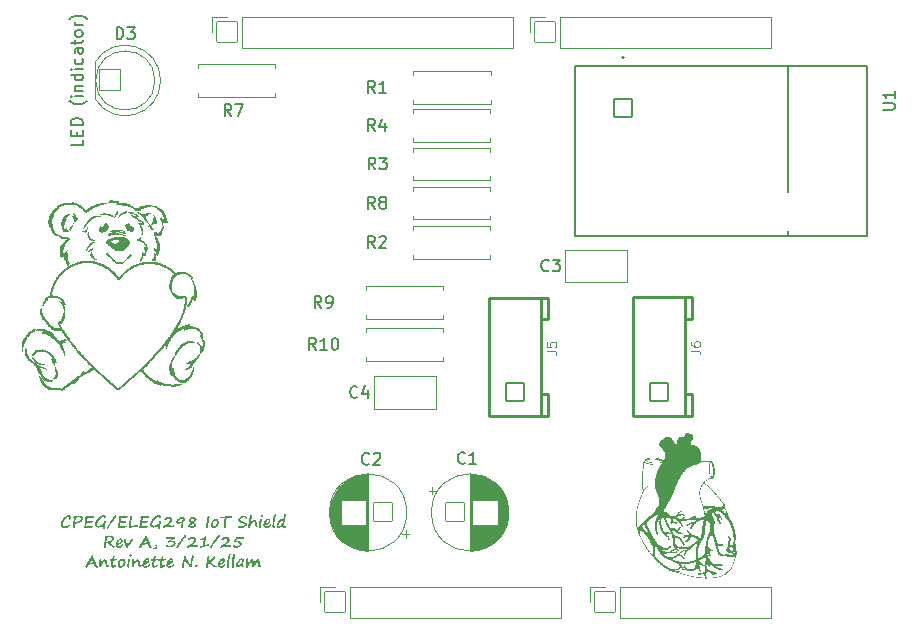
<source format=gto>
%TF.GenerationSoftware,KiCad,Pcbnew,9.0.0*%
%TF.CreationDate,2025-04-03T14:13:48-04:00*%
%TF.ProjectId,Uno Shield Project,556e6f20-5368-4696-956c-642050726f6a,rev?*%
%TF.SameCoordinates,Original*%
%TF.FileFunction,Legend,Top*%
%TF.FilePolarity,Positive*%
%FSLAX46Y46*%
G04 Gerber Fmt 4.6, Leading zero omitted, Abs format (unit mm)*
G04 Created by KiCad (PCBNEW 9.0.0) date 2025-04-03 14:13:48*
%MOMM*%
%LPD*%
G01*
G04 APERTURE LIST*
G04 Aperture macros list*
%AMRoundRect*
0 Rectangle with rounded corners*
0 $1 Rounding radius*
0 $2 $3 $4 $5 $6 $7 $8 $9 X,Y pos of 4 corners*
0 Add a 4 corners polygon primitive as box body*
4,1,4,$2,$3,$4,$5,$6,$7,$8,$9,$2,$3,0*
0 Add four circle primitives for the rounded corners*
1,1,$1+$1,$2,$3*
1,1,$1+$1,$4,$5*
1,1,$1+$1,$6,$7*
1,1,$1+$1,$8,$9*
0 Add four rect primitives between the rounded corners*
20,1,$1+$1,$2,$3,$4,$5,0*
20,1,$1+$1,$4,$5,$6,$7,0*
20,1,$1+$1,$6,$7,$8,$9,0*
20,1,$1+$1,$8,$9,$2,$3,0*%
G04 Aperture macros list end*
%ADD10C,0.200000*%
%ADD11C,0.150000*%
%ADD12C,0.087033*%
%ADD13C,0.120000*%
%ADD14C,0.127000*%
%ADD15C,0.000000*%
%ADD16C,0.254000*%
%ADD17RoundRect,0.038000X0.850000X-0.850000X0.850000X0.850000X-0.850000X0.850000X-0.850000X-0.850000X0*%
%ADD18O,1.776000X1.776000*%
%ADD19C,1.676000*%
%ADD20O,1.676000X1.676000*%
%ADD21RoundRect,0.102000X-0.750000X0.750000X-0.750000X-0.750000X0.750000X-0.750000X0.750000X0.750000X0*%
%ADD22C,1.704000*%
%ADD23RoundRect,0.038000X-0.900000X-0.900000X0.900000X-0.900000X0.900000X0.900000X-0.900000X0.900000X0*%
%ADD24C,1.876000*%
%ADD25RoundRect,0.101600X0.750000X-0.750000X0.750000X0.750000X-0.750000X0.750000X-0.750000X-0.750000X0*%
%ADD26C,1.703200*%
%ADD27C,3.276000*%
%ADD28RoundRect,0.038000X0.800000X0.800000X-0.800000X0.800000X-0.800000X-0.800000X0.800000X-0.800000X0*%
%ADD29RoundRect,0.038000X-0.800000X-0.800000X0.800000X-0.800000X0.800000X0.800000X-0.800000X0.800000X0*%
G04 APERTURE END LIST*
D10*
G36*
X105402376Y-90876618D02*
G01*
X105431974Y-90882611D01*
X105448259Y-90898580D01*
X105454277Y-90927116D01*
X105448204Y-90953518D01*
X105426678Y-90986218D01*
X105382007Y-91028071D01*
X105303641Y-91081782D01*
X105225403Y-91123594D01*
X105151303Y-91151961D01*
X105080550Y-91168308D01*
X105012320Y-91173618D01*
X104951667Y-91168592D01*
X104893799Y-91153633D01*
X104837923Y-91128497D01*
X104783403Y-91092407D01*
X104738433Y-91048059D01*
X104706188Y-90995092D01*
X104686065Y-90931768D01*
X104678928Y-90855491D01*
X104684950Y-90779220D01*
X104703908Y-90696093D01*
X104737573Y-90604775D01*
X104788227Y-90503904D01*
X104847353Y-90410056D01*
X104912147Y-90326828D01*
X104982658Y-90253418D01*
X105059092Y-90189197D01*
X105144133Y-90133350D01*
X105224265Y-90095952D01*
X105300598Y-90074597D01*
X105374349Y-90067686D01*
X105433126Y-90074179D01*
X105481049Y-90092496D01*
X105520528Y-90122213D01*
X105551263Y-90161239D01*
X105569153Y-90203286D01*
X105575178Y-90249708D01*
X105571449Y-90323169D01*
X105562843Y-90363220D01*
X105544422Y-90394210D01*
X105510270Y-90422205D01*
X105471016Y-90441595D01*
X105444691Y-90446751D01*
X105420516Y-90442144D01*
X105399567Y-90428189D01*
X105385447Y-90406927D01*
X105380455Y-90378058D01*
X105382882Y-90353849D01*
X105392118Y-90314127D01*
X105400615Y-90273688D01*
X105403047Y-90244030D01*
X105398646Y-90215441D01*
X105387955Y-90201333D01*
X105370929Y-90196646D01*
X105324945Y-90202101D01*
X105273859Y-90219633D01*
X105216130Y-90251799D01*
X105150256Y-90302098D01*
X105073830Y-90376739D01*
X105004064Y-90463625D01*
X104940879Y-90563927D01*
X104900103Y-90645943D01*
X104873338Y-90718420D01*
X104858468Y-90782707D01*
X104853806Y-90840104D01*
X104859119Y-90891356D01*
X104874409Y-90935574D01*
X104899541Y-90974255D01*
X104933588Y-91003953D01*
X104977227Y-91022388D01*
X105033447Y-91029026D01*
X105088028Y-91022878D01*
X105164300Y-91000999D01*
X105240354Y-90967946D01*
X105310113Y-90925162D01*
X105374027Y-90885222D01*
X105402376Y-90876618D01*
G37*
G36*
X106317043Y-90111304D02*
G01*
X106382856Y-90124016D01*
X106438285Y-90143863D01*
X106484921Y-90170268D01*
X106525695Y-90205564D01*
X106553763Y-90245189D01*
X106570631Y-90290015D01*
X106576451Y-90341605D01*
X106570256Y-90399956D01*
X106551683Y-90455496D01*
X106519914Y-90509378D01*
X106473085Y-90562403D01*
X106408412Y-90614973D01*
X106322742Y-90667990D01*
X106226848Y-90713672D01*
X106119651Y-90751780D01*
X105999916Y-90781852D01*
X105899471Y-90804994D01*
X105886127Y-90955107D01*
X105882374Y-91058152D01*
X105876722Y-91093594D01*
X105859843Y-91124830D01*
X105843025Y-91141059D01*
X105822889Y-91150714D01*
X105798354Y-91154078D01*
X105761270Y-91147857D01*
X105736379Y-91130877D01*
X105720474Y-91102158D01*
X105714335Y-91056564D01*
X105720619Y-90973018D01*
X105753963Y-90692459D01*
X105758825Y-90651366D01*
X105919987Y-90651366D01*
X106049093Y-90623097D01*
X106163756Y-90584262D01*
X106265591Y-90535472D01*
X106326371Y-90496420D01*
X106368128Y-90459553D01*
X106394901Y-90424546D01*
X106409748Y-90390724D01*
X106414518Y-90357053D01*
X106408121Y-90318318D01*
X106389868Y-90288631D01*
X106358356Y-90265707D01*
X106308861Y-90249784D01*
X106234206Y-90243541D01*
X106151600Y-90248713D01*
X106060697Y-90265010D01*
X105960287Y-90293855D01*
X105919987Y-90651366D01*
X105758825Y-90651366D01*
X105780846Y-90465245D01*
X105786081Y-90393140D01*
X105784283Y-90343485D01*
X105781257Y-90330430D01*
X105756959Y-90311821D01*
X105742225Y-90285656D01*
X105736866Y-90249281D01*
X105743701Y-90227812D01*
X105768276Y-90204584D01*
X105822100Y-90178304D01*
X105922002Y-90149385D01*
X106046720Y-90124498D01*
X106151505Y-90110915D01*
X106238969Y-90106765D01*
X106317043Y-90111304D01*
G37*
G36*
X107446078Y-90266988D02*
G01*
X107235663Y-90277918D01*
X107129573Y-90286139D01*
X107046435Y-90297152D01*
X106975712Y-90311224D01*
X106960706Y-90317363D01*
X106955956Y-90328027D01*
X106951486Y-90358885D01*
X106926879Y-90477587D01*
X106912628Y-90539716D01*
X106906423Y-90583527D01*
X107032086Y-90575162D01*
X107148224Y-90559103D01*
X107241543Y-90541388D01*
X107300570Y-90536632D01*
X107354402Y-90542102D01*
X107385920Y-90555513D01*
X107402795Y-90574642D01*
X107408525Y-90600807D01*
X107404738Y-90630601D01*
X107394560Y-90651567D01*
X107378423Y-90666081D01*
X107343611Y-90680318D01*
X107284206Y-90690994D01*
X107195362Y-90703145D01*
X107130455Y-90711266D01*
X106959798Y-90733752D01*
X106907095Y-90745094D01*
X106906423Y-90745094D01*
X106896350Y-90750556D01*
X106888960Y-90760664D01*
X106868138Y-90861048D01*
X106856069Y-90942840D01*
X106853117Y-90984452D01*
X106858137Y-90998368D01*
X106868046Y-91006459D01*
X106884563Y-91009487D01*
X107056999Y-90991474D01*
X107230228Y-90966683D01*
X107316056Y-90950569D01*
X107352472Y-90946960D01*
X107393381Y-90957891D01*
X107419167Y-90974930D01*
X107434022Y-90997653D01*
X107439239Y-91027927D01*
X107433861Y-91056251D01*
X107418723Y-91075921D01*
X107372079Y-91092892D01*
X107310182Y-91106326D01*
X107229556Y-91115000D01*
X107002716Y-91135577D01*
X106885299Y-91152582D01*
X106778684Y-91157986D01*
X106742459Y-91154884D01*
X106716707Y-91146730D01*
X106698756Y-91134600D01*
X106679860Y-91106568D01*
X106669386Y-91061877D01*
X106667309Y-91039528D01*
X106678911Y-90998251D01*
X106704605Y-90889543D01*
X106745895Y-90628101D01*
X106779891Y-90369348D01*
X106785523Y-90308693D01*
X106781371Y-90303258D01*
X106765312Y-90277063D01*
X106756836Y-90254516D01*
X106754077Y-90231878D01*
X106756824Y-90212156D01*
X106764124Y-90199305D01*
X106786195Y-90183579D01*
X106812811Y-90172628D01*
X106836081Y-90169291D01*
X106900928Y-90173199D01*
X106987363Y-90166606D01*
X107269857Y-90132105D01*
X107378484Y-90118489D01*
X107388009Y-90117756D01*
X107438098Y-90118807D01*
X107471551Y-90128282D01*
X107493279Y-90144036D01*
X107506281Y-90166137D01*
X107510985Y-90196830D01*
X107506428Y-90213252D01*
X107488759Y-90237374D01*
X107465782Y-90257703D01*
X107446078Y-90266988D01*
G37*
G36*
X108462067Y-90779410D02*
G01*
X108462739Y-90779410D01*
X108447325Y-90840775D01*
X108429888Y-90930779D01*
X108416836Y-91019434D01*
X108413524Y-91068349D01*
X108412486Y-91177465D01*
X108408560Y-91205886D01*
X108399846Y-91226924D01*
X108386435Y-91244105D01*
X108369804Y-91256782D01*
X108350396Y-91264694D01*
X108328161Y-91267407D01*
X108293142Y-91261046D01*
X108260200Y-91241334D01*
X108242479Y-91222318D01*
X108232446Y-91202208D01*
X108229120Y-91180273D01*
X108248232Y-91080134D01*
X108275588Y-90945006D01*
X108176827Y-91011805D01*
X108087725Y-91059716D01*
X108007011Y-91091472D01*
X107933418Y-91109328D01*
X107865687Y-91115000D01*
X107805201Y-91110113D01*
X107753640Y-91096251D01*
X107709413Y-91074073D01*
X107671331Y-91043497D01*
X107640610Y-91005690D01*
X107618260Y-90961363D01*
X107604239Y-90909240D01*
X107599279Y-90847615D01*
X107606445Y-90751459D01*
X107627977Y-90657124D01*
X107664383Y-90563649D01*
X107716760Y-90470198D01*
X107716760Y-90471786D01*
X107783698Y-90380997D01*
X107855170Y-90301994D01*
X107931267Y-90233879D01*
X108012233Y-90175947D01*
X108100600Y-90127078D01*
X108186250Y-90093596D01*
X108270007Y-90074089D01*
X108352768Y-90067686D01*
X108410836Y-90071804D01*
X108456459Y-90083030D01*
X108492109Y-90100170D01*
X108521584Y-90124922D01*
X108537932Y-90151992D01*
X108543339Y-90182602D01*
X108539917Y-90209517D01*
X108528806Y-90239954D01*
X108508168Y-90274987D01*
X108482085Y-90305521D01*
X108458940Y-90320969D01*
X108437459Y-90325607D01*
X108416828Y-90323014D01*
X108403998Y-90316386D01*
X108393985Y-90304378D01*
X108381467Y-90279933D01*
X108366609Y-90252435D01*
X108351730Y-90236641D01*
X108332516Y-90227527D01*
X108302882Y-90224002D01*
X108254038Y-90229317D01*
X108199239Y-90246417D01*
X108136929Y-90277711D01*
X108065539Y-90326400D01*
X107981612Y-90399322D01*
X107909665Y-90479959D01*
X107848956Y-90568811D01*
X107811067Y-90641541D01*
X107785443Y-90709840D01*
X107770734Y-90774467D01*
X107765975Y-90836196D01*
X107771502Y-90888645D01*
X107786045Y-90924985D01*
X107808153Y-90949607D01*
X107838713Y-90964835D01*
X107880708Y-90970408D01*
X107942282Y-90963495D01*
X108022796Y-90939633D01*
X108105198Y-90901712D01*
X108199017Y-90843096D01*
X108258807Y-90795355D01*
X108293927Y-90756067D01*
X108311369Y-90723356D01*
X108327620Y-90667573D01*
X108339762Y-90604227D01*
X108350332Y-90570964D01*
X108368095Y-90553241D01*
X108393404Y-90544056D01*
X108429949Y-90540540D01*
X108473542Y-90545465D01*
X108499747Y-90557773D01*
X108514308Y-90575934D01*
X108519403Y-90601601D01*
X108514868Y-90628770D01*
X108496200Y-90679881D01*
X108479105Y-90723429D01*
X108462067Y-90779410D01*
G37*
G36*
X108879478Y-90896952D02*
G01*
X108850490Y-90942095D01*
X108796130Y-91037575D01*
X108762034Y-91094958D01*
X108722002Y-91150598D01*
X108679937Y-91195488D01*
X108659476Y-91204881D01*
X108633110Y-91199060D01*
X108607208Y-91180273D01*
X108588309Y-91154983D01*
X108582967Y-91133867D01*
X108588514Y-91107599D01*
X108612501Y-91053599D01*
X108669002Y-90955020D01*
X108756837Y-90818233D01*
X108843941Y-90694169D01*
X108975771Y-90496821D01*
X108988777Y-90477037D01*
X109098075Y-90309059D01*
X109196300Y-90161419D01*
X109251093Y-90089912D01*
X109287118Y-90054098D01*
X109313694Y-90037162D01*
X109333709Y-90032515D01*
X109357704Y-90039117D01*
X109385610Y-90062557D01*
X109406726Y-90092583D01*
X109412294Y-90113787D01*
X109404774Y-90135830D01*
X109363445Y-90208370D01*
X109313753Y-90284330D01*
X109267152Y-90347650D01*
X109173241Y-90472213D01*
X108879478Y-90896952D01*
G37*
G36*
X110286134Y-90266988D02*
G01*
X110075718Y-90277918D01*
X109969629Y-90286139D01*
X109886491Y-90297152D01*
X109815768Y-90311224D01*
X109800762Y-90317363D01*
X109796012Y-90328027D01*
X109791542Y-90358885D01*
X109766934Y-90477587D01*
X109752683Y-90539716D01*
X109746479Y-90583527D01*
X109872142Y-90575162D01*
X109988279Y-90559103D01*
X110081598Y-90541388D01*
X110140626Y-90536632D01*
X110194458Y-90542102D01*
X110225976Y-90555513D01*
X110242850Y-90574642D01*
X110248581Y-90600807D01*
X110244793Y-90630601D01*
X110234615Y-90651567D01*
X110218478Y-90666081D01*
X110183667Y-90680318D01*
X110124262Y-90690994D01*
X110035418Y-90703145D01*
X109970511Y-90711266D01*
X109799854Y-90733752D01*
X109747151Y-90745094D01*
X109746479Y-90745094D01*
X109736406Y-90750556D01*
X109729016Y-90760664D01*
X109708194Y-90861048D01*
X109696125Y-90942840D01*
X109693173Y-90984452D01*
X109698193Y-90998368D01*
X109708101Y-91006459D01*
X109724619Y-91009487D01*
X109897055Y-90991474D01*
X110070284Y-90966683D01*
X110156112Y-90950569D01*
X110192528Y-90946960D01*
X110233437Y-90957891D01*
X110259222Y-90974930D01*
X110274078Y-90997653D01*
X110279295Y-91027927D01*
X110273917Y-91056251D01*
X110258778Y-91075921D01*
X110212135Y-91092892D01*
X110150238Y-91106326D01*
X110069612Y-91115000D01*
X109842772Y-91135577D01*
X109725355Y-91152582D01*
X109618740Y-91157986D01*
X109582515Y-91154884D01*
X109556763Y-91146730D01*
X109538812Y-91134600D01*
X109519916Y-91106568D01*
X109509441Y-91061877D01*
X109507365Y-91039528D01*
X109518967Y-90998251D01*
X109544660Y-90889543D01*
X109585950Y-90628101D01*
X109619947Y-90369348D01*
X109625579Y-90308693D01*
X109621427Y-90303258D01*
X109605368Y-90277063D01*
X109596892Y-90254516D01*
X109594133Y-90231878D01*
X109596880Y-90212156D01*
X109604180Y-90199305D01*
X109626250Y-90183579D01*
X109652867Y-90172628D01*
X109676137Y-90169291D01*
X109740984Y-90173199D01*
X109827419Y-90166606D01*
X110109912Y-90132105D01*
X110218539Y-90118489D01*
X110228065Y-90117756D01*
X110278154Y-90118807D01*
X110311607Y-90128282D01*
X110333335Y-90144036D01*
X110346337Y-90166137D01*
X110351041Y-90196830D01*
X110346484Y-90213252D01*
X110328815Y-90237374D01*
X110305837Y-90257703D01*
X110286134Y-90266988D01*
G37*
G36*
X111123093Y-91083431D02*
G01*
X111066428Y-91079340D01*
X111006955Y-91075921D01*
X110883488Y-91082077D01*
X110763014Y-91100432D01*
X110644926Y-91130997D01*
X110577221Y-91149549D01*
X110541795Y-91154078D01*
X110515725Y-91150320D01*
X110494491Y-91139517D01*
X110476887Y-91121228D01*
X110459058Y-91087947D01*
X110453684Y-91058396D01*
X110465957Y-90995504D01*
X110479777Y-90930297D01*
X110491237Y-90851950D01*
X110552725Y-90285307D01*
X110566036Y-90180710D01*
X110575947Y-90158578D01*
X110595711Y-90137662D01*
X110622700Y-90123651D01*
X110660680Y-90118489D01*
X110691188Y-90124561D01*
X110718016Y-90143157D01*
X110736775Y-90169517D01*
X110742623Y-90196585D01*
X110730350Y-90289764D01*
X110712041Y-90407593D01*
X110680464Y-90658265D01*
X110648346Y-90946655D01*
X110650679Y-90963067D01*
X110655185Y-90966500D01*
X110691821Y-90962865D01*
X110797944Y-90944945D01*
X110908586Y-90931329D01*
X111056406Y-90922257D01*
X111132679Y-90911912D01*
X111162721Y-90907882D01*
X111196964Y-90913707D01*
X111221462Y-90929986D01*
X111237351Y-90954223D01*
X111242650Y-90982742D01*
X111238528Y-91011302D01*
X111226543Y-91035293D01*
X111206074Y-91055893D01*
X111167155Y-91076519D01*
X111123093Y-91083431D01*
G37*
G36*
X112118932Y-90266988D02*
G01*
X111908517Y-90277918D01*
X111802427Y-90286139D01*
X111719290Y-90297152D01*
X111648566Y-90311224D01*
X111633560Y-90317363D01*
X111628810Y-90328027D01*
X111624340Y-90358885D01*
X111599733Y-90477587D01*
X111585482Y-90539716D01*
X111579277Y-90583527D01*
X111704940Y-90575162D01*
X111821078Y-90559103D01*
X111914397Y-90541388D01*
X111973424Y-90536632D01*
X112027256Y-90542102D01*
X112058774Y-90555513D01*
X112075649Y-90574642D01*
X112081380Y-90600807D01*
X112077592Y-90630601D01*
X112067414Y-90651567D01*
X112051277Y-90666081D01*
X112016466Y-90680318D01*
X111957060Y-90690994D01*
X111868217Y-90703145D01*
X111803309Y-90711266D01*
X111632653Y-90733752D01*
X111579949Y-90745094D01*
X111579277Y-90745094D01*
X111569204Y-90750556D01*
X111561814Y-90760664D01*
X111540992Y-90861048D01*
X111528923Y-90942840D01*
X111525971Y-90984452D01*
X111530991Y-90998368D01*
X111540900Y-91006459D01*
X111557418Y-91009487D01*
X111729853Y-90991474D01*
X111903082Y-90966683D01*
X111988910Y-90950569D01*
X112025326Y-90946960D01*
X112066235Y-90957891D01*
X112092021Y-90974930D01*
X112106876Y-90997653D01*
X112112093Y-91027927D01*
X112106716Y-91056251D01*
X112091577Y-91075921D01*
X112044933Y-91092892D01*
X111983036Y-91106326D01*
X111902411Y-91115000D01*
X111675570Y-91135577D01*
X111558153Y-91152582D01*
X111451538Y-91157986D01*
X111415313Y-91154884D01*
X111389561Y-91146730D01*
X111371610Y-91134600D01*
X111352714Y-91106568D01*
X111342240Y-91061877D01*
X111340164Y-91039528D01*
X111351765Y-90998251D01*
X111377459Y-90889543D01*
X111418749Y-90628101D01*
X111452745Y-90369348D01*
X111458377Y-90308693D01*
X111454225Y-90303258D01*
X111438166Y-90277063D01*
X111429690Y-90254516D01*
X111426931Y-90231878D01*
X111429679Y-90212156D01*
X111436978Y-90199305D01*
X111459049Y-90183579D01*
X111485665Y-90172628D01*
X111508935Y-90169291D01*
X111573782Y-90173199D01*
X111660217Y-90166606D01*
X111942711Y-90132105D01*
X112051338Y-90118489D01*
X112060863Y-90117756D01*
X112110952Y-90118807D01*
X112144406Y-90128282D01*
X112166133Y-90144036D01*
X112179135Y-90166137D01*
X112183839Y-90196830D01*
X112179282Y-90213252D01*
X112161613Y-90237374D01*
X112138636Y-90257703D01*
X112118932Y-90266988D01*
G37*
G36*
X113134921Y-90779410D02*
G01*
X113135593Y-90779410D01*
X113120179Y-90840775D01*
X113102742Y-90930779D01*
X113089691Y-91019434D01*
X113086378Y-91068349D01*
X113085340Y-91177465D01*
X113081415Y-91205886D01*
X113072700Y-91226924D01*
X113059289Y-91244105D01*
X113042658Y-91256782D01*
X113023250Y-91264694D01*
X113001015Y-91267407D01*
X112965996Y-91261046D01*
X112933054Y-91241334D01*
X112915333Y-91222318D01*
X112905300Y-91202208D01*
X112901974Y-91180273D01*
X112921086Y-91080134D01*
X112948442Y-90945006D01*
X112849682Y-91011805D01*
X112760579Y-91059716D01*
X112679865Y-91091472D01*
X112606272Y-91109328D01*
X112538541Y-91115000D01*
X112478055Y-91110113D01*
X112426494Y-91096251D01*
X112382267Y-91074073D01*
X112344185Y-91043497D01*
X112313464Y-91005690D01*
X112291114Y-90961363D01*
X112277093Y-90909240D01*
X112272133Y-90847615D01*
X112279300Y-90751459D01*
X112300832Y-90657124D01*
X112337237Y-90563649D01*
X112389614Y-90470198D01*
X112389614Y-90471786D01*
X112456552Y-90380997D01*
X112528024Y-90301994D01*
X112604122Y-90233879D01*
X112685087Y-90175947D01*
X112773454Y-90127078D01*
X112859105Y-90093596D01*
X112942861Y-90074089D01*
X113025622Y-90067686D01*
X113083690Y-90071804D01*
X113129314Y-90083030D01*
X113164963Y-90100170D01*
X113194439Y-90124922D01*
X113210786Y-90151992D01*
X113216193Y-90182602D01*
X113212771Y-90209517D01*
X113201661Y-90239954D01*
X113181022Y-90274987D01*
X113154940Y-90305521D01*
X113131794Y-90320969D01*
X113110314Y-90325607D01*
X113089682Y-90323014D01*
X113076852Y-90316386D01*
X113066839Y-90304378D01*
X113054321Y-90279933D01*
X113039463Y-90252435D01*
X113024584Y-90236641D01*
X113005370Y-90227527D01*
X112975736Y-90224002D01*
X112926892Y-90229317D01*
X112872094Y-90246417D01*
X112809783Y-90277711D01*
X112738393Y-90326400D01*
X112654466Y-90399322D01*
X112582519Y-90479959D01*
X112521811Y-90568811D01*
X112483921Y-90641541D01*
X112458297Y-90709840D01*
X112443588Y-90774467D01*
X112438829Y-90836196D01*
X112444356Y-90888645D01*
X112458899Y-90924985D01*
X112481008Y-90949607D01*
X112511567Y-90964835D01*
X112553562Y-90970408D01*
X112615136Y-90963495D01*
X112695650Y-90939633D01*
X112778052Y-90901712D01*
X112871872Y-90843096D01*
X112931662Y-90795355D01*
X112966781Y-90756067D01*
X112984223Y-90723356D01*
X113000474Y-90667573D01*
X113012617Y-90604227D01*
X113023186Y-90570964D01*
X113040949Y-90553241D01*
X113066258Y-90544056D01*
X113102803Y-90540540D01*
X113146396Y-90545465D01*
X113172601Y-90557773D01*
X113187162Y-90575934D01*
X113192257Y-90601601D01*
X113187722Y-90628770D01*
X113169054Y-90679881D01*
X113151959Y-90723429D01*
X113134921Y-90779410D01*
G37*
G36*
X113650701Y-90951540D02*
G01*
X113742561Y-90937346D01*
X113902088Y-90931329D01*
X114010043Y-90941099D01*
X114111099Y-90950868D01*
X114134757Y-90947738D01*
X114163733Y-90937191D01*
X114193249Y-90926941D01*
X114224550Y-90923513D01*
X114246431Y-90928929D01*
X114269612Y-90947205D01*
X114286841Y-90971088D01*
X114291472Y-90988787D01*
X114285124Y-91022223D01*
X114266307Y-91049394D01*
X114232365Y-91071891D01*
X114172994Y-91092753D01*
X114117266Y-91099368D01*
X114050969Y-91096853D01*
X114017554Y-91091247D01*
X113952198Y-91077179D01*
X113868453Y-91067701D01*
X113762747Y-91064197D01*
X113689104Y-91067302D01*
X113623712Y-91076165D01*
X113564469Y-91089858D01*
X113530778Y-91102421D01*
X113503200Y-91119941D01*
X113475823Y-91146018D01*
X113453314Y-91165632D01*
X113426864Y-91177358D01*
X113395223Y-91181434D01*
X113358900Y-91176671D01*
X113336187Y-91164404D01*
X113322884Y-91145380D01*
X113318042Y-91117259D01*
X113322268Y-91080729D01*
X113335077Y-91045311D01*
X113357304Y-91010219D01*
X113386701Y-90979575D01*
X113436559Y-90940898D01*
X113514108Y-90892372D01*
X113659223Y-90803642D01*
X113755909Y-90733309D01*
X113835970Y-90659133D01*
X113897325Y-90583405D01*
X113931164Y-90528014D01*
X113947502Y-90488829D01*
X113951974Y-90461467D01*
X113947720Y-90430239D01*
X113935110Y-90402320D01*
X113913384Y-90376714D01*
X113885835Y-90357265D01*
X113853583Y-90345394D01*
X113815321Y-90341238D01*
X113784203Y-90349036D01*
X113715242Y-90384347D01*
X113647209Y-90431208D01*
X113595380Y-90481128D01*
X113571986Y-90500254D01*
X113540124Y-90512544D01*
X113497011Y-90517093D01*
X113473691Y-90509671D01*
X113450178Y-90483632D01*
X113434004Y-90450420D01*
X113429356Y-90424220D01*
X113433799Y-90406803D01*
X113449561Y-90385972D01*
X113482662Y-90359984D01*
X113522962Y-90332323D01*
X113632222Y-90258252D01*
X113700893Y-90221071D01*
X113744441Y-90206182D01*
X113799315Y-90196343D01*
X113867894Y-90192739D01*
X113911941Y-90197375D01*
X113955493Y-90211487D01*
X113999361Y-90235953D01*
X114044176Y-90272362D01*
X114083032Y-90315334D01*
X114108758Y-90356891D01*
X114123416Y-90397709D01*
X114128196Y-90438691D01*
X114121404Y-90492438D01*
X114099381Y-90552994D01*
X114058520Y-90622461D01*
X113993923Y-90702901D01*
X113924053Y-90772375D01*
X113844146Y-90836970D01*
X113753362Y-90896727D01*
X113650701Y-90951540D01*
G37*
G36*
X115013680Y-90208418D02*
G01*
X115047098Y-90219117D01*
X115077761Y-90236973D01*
X115112983Y-90265095D01*
X115168304Y-90313578D01*
X115185870Y-90335184D01*
X115199078Y-90369631D01*
X115199750Y-90373722D01*
X115196144Y-90397652D01*
X115181981Y-90438447D01*
X115127603Y-90584514D01*
X115072011Y-90772205D01*
X115029069Y-90950671D01*
X115020110Y-91016692D01*
X115014124Y-91075417D01*
X114999440Y-91109827D01*
X114978474Y-91128270D01*
X114949768Y-91134539D01*
X114913602Y-91128560D01*
X114888593Y-91112112D01*
X114871854Y-91084347D01*
X114857297Y-91036341D01*
X114853414Y-91005518D01*
X114859974Y-90966232D01*
X114891699Y-90859399D01*
X114943600Y-90694169D01*
X114855991Y-90739340D01*
X114789544Y-90764206D01*
X114722670Y-90777955D01*
X114644403Y-90782829D01*
X114602360Y-90777069D01*
X114562682Y-90759630D01*
X114524174Y-90729035D01*
X114493785Y-90690500D01*
X114476131Y-90649154D01*
X114470197Y-90603677D01*
X114471783Y-90584687D01*
X114632801Y-90584687D01*
X114638083Y-90615866D01*
X114653257Y-90640069D01*
X114676511Y-90656146D01*
X114706563Y-90661685D01*
X114741573Y-90657264D01*
X114793474Y-90641055D01*
X114868129Y-90607707D01*
X114938782Y-90566858D01*
X114975582Y-90535148D01*
X114990739Y-90510254D01*
X115031039Y-90388072D01*
X115014970Y-90369856D01*
X114988318Y-90357716D01*
X114946348Y-90352962D01*
X114894667Y-90356513D01*
X114849082Y-90366693D01*
X114808656Y-90383065D01*
X114751907Y-90420244D01*
X114691175Y-90478625D01*
X114655144Y-90524961D01*
X114637669Y-90559189D01*
X114632801Y-90584687D01*
X114471783Y-90584687D01*
X114473662Y-90562178D01*
X114484123Y-90521252D01*
X114501948Y-90480396D01*
X114526056Y-90442692D01*
X114560972Y-90402204D01*
X114608866Y-90358457D01*
X114716821Y-90274621D01*
X114757412Y-90254756D01*
X114840103Y-90228642D01*
X114924652Y-90209254D01*
X114969551Y-90204462D01*
X115013680Y-90208418D01*
G37*
G36*
X115935264Y-90217585D02*
G01*
X115990608Y-90238412D01*
X116043086Y-90265321D01*
X116068156Y-90284146D01*
X116084115Y-90308533D01*
X116097892Y-90353328D01*
X116099235Y-90373661D01*
X116104670Y-90367250D01*
X116115600Y-90355160D01*
X116130621Y-90337330D01*
X116157083Y-90348723D01*
X116175249Y-90365908D01*
X116186597Y-90389711D01*
X116190765Y-90422449D01*
X116182960Y-90448939D01*
X116148756Y-90501034D01*
X116105267Y-90552551D01*
X116061683Y-90595434D01*
X115975588Y-90654235D01*
X115955804Y-90668096D01*
X115946217Y-90674935D01*
X115995244Y-90702218D01*
X116040441Y-90736838D01*
X116082138Y-90779349D01*
X116117252Y-90827528D01*
X116135443Y-90867588D01*
X116140879Y-90901653D01*
X116134168Y-90968136D01*
X116115905Y-91018463D01*
X116094265Y-91044002D01*
X116050723Y-91071156D01*
X115974488Y-91099734D01*
X115895780Y-91120142D01*
X115830298Y-91131185D01*
X115776102Y-91134539D01*
X115718883Y-91129633D01*
X115633953Y-91111824D01*
X115576306Y-91092292D01*
X115540934Y-91071281D01*
X115521235Y-91049420D01*
X115503476Y-91007491D01*
X115497360Y-90958745D01*
X115497369Y-90958684D01*
X115664056Y-90958684D01*
X115670143Y-90973579D01*
X115692754Y-90987138D01*
X115720781Y-90995358D01*
X115742641Y-90997763D01*
X115846811Y-90990924D01*
X115923625Y-90977857D01*
X115942291Y-90967821D01*
X115979679Y-90940793D01*
X115984441Y-90919544D01*
X115984441Y-90905806D01*
X115980725Y-90886528D01*
X115967641Y-90861864D01*
X115941027Y-90829724D01*
X115894400Y-90788746D01*
X115841010Y-90756268D01*
X115772555Y-90810131D01*
X115716324Y-90865017D01*
X115684115Y-90905580D01*
X115668443Y-90935844D01*
X115664056Y-90958684D01*
X115497369Y-90958684D01*
X115503484Y-90917233D01*
X115522890Y-90873831D01*
X115558482Y-90827098D01*
X115622678Y-90766958D01*
X115688663Y-90722318D01*
X115720110Y-90700275D01*
X115632837Y-90650642D01*
X115594386Y-90623522D01*
X115567019Y-90594502D01*
X115539370Y-90552630D01*
X115518968Y-90508798D01*
X115513785Y-90482349D01*
X115515148Y-90472580D01*
X115680481Y-90472580D01*
X115685587Y-90493745D01*
X115703657Y-90519476D01*
X115741298Y-90551959D01*
X115764501Y-90565758D01*
X115841681Y-90617538D01*
X115933452Y-90537324D01*
X115968382Y-90500912D01*
X115987519Y-90470119D01*
X115992623Y-90448461D01*
X115988972Y-90421843D01*
X115978233Y-90398560D01*
X115959834Y-90377691D01*
X115924425Y-90356193D01*
X115883996Y-90349054D01*
X115853291Y-90354689D01*
X115795214Y-90378058D01*
X115739305Y-90409042D01*
X115707104Y-90435699D01*
X115684753Y-90462703D01*
X115680481Y-90472580D01*
X115515148Y-90472580D01*
X115518780Y-90446537D01*
X115534248Y-90410922D01*
X115561985Y-90374447D01*
X115605039Y-90336436D01*
X115667475Y-90296603D01*
X115748075Y-90250685D01*
X115792816Y-90229794D01*
X115843860Y-90216817D01*
X115902498Y-90212278D01*
X115935264Y-90217585D01*
G37*
G36*
X117238079Y-90436737D02*
G01*
X117218967Y-90535533D01*
X117205289Y-90637077D01*
X117187091Y-90771609D01*
X117182758Y-90836074D01*
X117185506Y-90925576D01*
X117193688Y-91013211D01*
X117194113Y-91054200D01*
X117185014Y-91083911D01*
X117167676Y-91105596D01*
X117132343Y-91127803D01*
X117099410Y-91134539D01*
X117069648Y-91129699D01*
X117047239Y-91116013D01*
X117030350Y-91092651D01*
X117020281Y-91063446D01*
X117012856Y-91017031D01*
X117009895Y-90947144D01*
X117015587Y-90861808D01*
X117042013Y-90641840D01*
X117079565Y-90375371D01*
X117096662Y-90266378D01*
X117107426Y-90199346D01*
X117116812Y-90174726D01*
X117131952Y-90158144D01*
X117159494Y-90137906D01*
X117189002Y-90122324D01*
X117205961Y-90118489D01*
X117230646Y-90122166D01*
X117250385Y-90132693D01*
X117266411Y-90150546D01*
X117281769Y-90185169D01*
X117287233Y-90228886D01*
X117238079Y-90436737D01*
G37*
G36*
X117869881Y-90378131D02*
G01*
X117919388Y-90394395D01*
X117963272Y-90421153D01*
X118002498Y-90459330D01*
X118034074Y-90504637D01*
X118056533Y-90553685D01*
X118070217Y-90607233D01*
X118074916Y-90666264D01*
X118072006Y-90717988D01*
X118063314Y-90768541D01*
X118063314Y-90769213D01*
X118035170Y-90846611D01*
X117997064Y-90917049D01*
X117948714Y-90981336D01*
X117889413Y-91040017D01*
X117821422Y-91090758D01*
X117756798Y-91124597D01*
X117694577Y-91143905D01*
X117633630Y-91150170D01*
X117584596Y-91145377D01*
X117541190Y-91131469D01*
X117502231Y-91108516D01*
X117466934Y-91075737D01*
X117438459Y-91036731D01*
X117418123Y-90993790D01*
X117405661Y-90946148D01*
X117401355Y-90892800D01*
X117402855Y-90874726D01*
X117568723Y-90874726D01*
X117574327Y-90928369D01*
X117589544Y-90968576D01*
X117605771Y-90989958D01*
X117623822Y-91001701D01*
X117644560Y-91005579D01*
X117683722Y-91000295D01*
X117725328Y-90983526D01*
X117770655Y-90952899D01*
X117820781Y-90904890D01*
X117861653Y-90851681D01*
X117889909Y-90796795D01*
X117906673Y-90739492D01*
X117912311Y-90678782D01*
X117908685Y-90632535D01*
X117898544Y-90594317D01*
X117882575Y-90562644D01*
X117859838Y-90537075D01*
X117832686Y-90522215D01*
X117799593Y-90517093D01*
X117767163Y-90520940D01*
X117737142Y-90532403D01*
X117708735Y-90552020D01*
X117708063Y-90552020D01*
X117679060Y-90582691D01*
X117647915Y-90626816D01*
X117614457Y-90687697D01*
X117588676Y-90751038D01*
X117573657Y-90813147D01*
X117568723Y-90874726D01*
X117402855Y-90874726D01*
X117408486Y-90806850D01*
X117430149Y-90720754D01*
X117467300Y-90633471D01*
X117521584Y-90544082D01*
X117574958Y-90478945D01*
X117630171Y-90431239D01*
X117687645Y-90398457D01*
X117748258Y-90379045D01*
X117813271Y-90372501D01*
X117869881Y-90378131D01*
G37*
G36*
X118744447Y-90303319D02*
G01*
X118739459Y-90311532D01*
X118733517Y-90334094D01*
X118705856Y-90569178D01*
X118687975Y-90768588D01*
X118682958Y-90904706D01*
X118685843Y-90957975D01*
X118695232Y-91020905D01*
X118698651Y-91042765D01*
X118693248Y-91077828D01*
X118677097Y-91109077D01*
X118652302Y-91131268D01*
X118622142Y-91138447D01*
X118598885Y-91133745D01*
X118565111Y-91116221D01*
X118545907Y-91098865D01*
X118532060Y-91074422D01*
X118523834Y-91040811D01*
X118518909Y-90983544D01*
X118516995Y-90902264D01*
X118522722Y-90771395D01*
X118544290Y-90554767D01*
X118571332Y-90345596D01*
X118577079Y-90319256D01*
X118424061Y-90329515D01*
X118267623Y-90339712D01*
X118203156Y-90334224D01*
X118169926Y-90321638D01*
X118155028Y-90307597D01*
X118145916Y-90289065D01*
X118142632Y-90264546D01*
X118145935Y-90242886D01*
X118155431Y-90225473D01*
X118171636Y-90211240D01*
X118193191Y-90202761D01*
X118237875Y-90195763D01*
X118318853Y-90192739D01*
X118514400Y-90186220D01*
X118704818Y-90166849D01*
X118905429Y-90140999D01*
X119027951Y-90134120D01*
X119111414Y-90138815D01*
X119156366Y-90149621D01*
X119177489Y-90163002D01*
X119198051Y-90192952D01*
X119204173Y-90220338D01*
X119199944Y-90250948D01*
X119188929Y-90270366D01*
X119171538Y-90281951D01*
X119145432Y-90286222D01*
X119083944Y-90282131D01*
X118983560Y-90278712D01*
X118866406Y-90282349D01*
X118790465Y-90291366D01*
X118744447Y-90303319D01*
G37*
G36*
X120350099Y-90376409D02*
G01*
X120345510Y-90332445D01*
X120333472Y-90302152D01*
X120315233Y-90281765D01*
X120290573Y-90267912D01*
X120257262Y-90258705D01*
X120212774Y-90255265D01*
X120137314Y-90261640D01*
X120066273Y-90280524D01*
X119998573Y-90312112D01*
X119950881Y-90344951D01*
X119921147Y-90376262D01*
X119905028Y-90406597D01*
X119899898Y-90437103D01*
X119903940Y-90464342D01*
X119916004Y-90488719D01*
X119937084Y-90511170D01*
X119965332Y-90528570D01*
X120024047Y-90553215D01*
X120129426Y-90587252D01*
X120237323Y-90623257D01*
X120315824Y-90658103D01*
X120370921Y-90691421D01*
X120407017Y-90722916D01*
X120431121Y-90755732D01*
X120445122Y-90790412D01*
X120449811Y-90827953D01*
X120443252Y-90875203D01*
X120422976Y-90922017D01*
X120386685Y-90969777D01*
X120330444Y-91019353D01*
X120248983Y-91071097D01*
X120146126Y-91119958D01*
X120042776Y-91154233D01*
X119938213Y-91174628D01*
X119831633Y-91181434D01*
X119785499Y-91177772D01*
X119748506Y-91167664D01*
X119718853Y-91151941D01*
X119694585Y-91129830D01*
X119681027Y-91105947D01*
X119676538Y-91079279D01*
X119681286Y-91046316D01*
X119695650Y-91015532D01*
X119717562Y-90992861D01*
X119741446Y-90986039D01*
X119771488Y-90991352D01*
X119842737Y-91014164D01*
X119905394Y-91021210D01*
X119975321Y-91015205D01*
X120054520Y-90995934D01*
X120144813Y-90961004D01*
X120213337Y-90924570D01*
X120252677Y-90893522D01*
X120272019Y-90866852D01*
X120277681Y-90842852D01*
X120270517Y-90820855D01*
X120244525Y-90796446D01*
X120202254Y-90774592D01*
X120109642Y-90740270D01*
X119971022Y-90692856D01*
X119886587Y-90660280D01*
X119838951Y-90636016D01*
X119801677Y-90608489D01*
X119773197Y-90577787D01*
X119752027Y-90542086D01*
X119739098Y-90501562D01*
X119734607Y-90454994D01*
X119739860Y-90407573D01*
X119755854Y-90360893D01*
X119783679Y-90313989D01*
X119825319Y-90266143D01*
X119883534Y-90216919D01*
X119960521Y-90169095D01*
X120043661Y-90134866D01*
X120134107Y-90113948D01*
X120233290Y-90106765D01*
X120309118Y-90112520D01*
X120368694Y-90128241D01*
X120415312Y-90152377D01*
X120454283Y-90186474D01*
X120475235Y-90220722D01*
X120481929Y-90256547D01*
X120476287Y-90301010D01*
X120460993Y-90333045D01*
X120436570Y-90355922D01*
X120400984Y-90370796D01*
X120350099Y-90376409D01*
G37*
G36*
X120749925Y-90797545D02*
G01*
X120831051Y-90656451D01*
X120895261Y-90564072D01*
X120945624Y-90508056D01*
X120989635Y-90472501D01*
X121031559Y-90448903D01*
X121072062Y-90435476D01*
X121111954Y-90431120D01*
X121148968Y-90435685D01*
X121180767Y-90448922D01*
X121208613Y-90471114D01*
X121227904Y-90501959D01*
X121247446Y-90565290D01*
X121264972Y-90679209D01*
X121274065Y-90755194D01*
X121284084Y-90808353D01*
X121310035Y-90895486D01*
X121327333Y-90932057D01*
X121351067Y-90966866D01*
X121366815Y-90994070D01*
X121371523Y-91018157D01*
X121365997Y-91041027D01*
X121347953Y-91063281D01*
X121322543Y-91078643D01*
X121293670Y-91083736D01*
X121256291Y-91076987D01*
X121220786Y-91055998D01*
X121185715Y-91017302D01*
X121159949Y-90970694D01*
X121140856Y-90910539D01*
X121129722Y-90833632D01*
X121116602Y-90703218D01*
X121106153Y-90650633D01*
X121094826Y-90627085D01*
X121081033Y-90614851D01*
X121064143Y-90610882D01*
X121040502Y-90620237D01*
X120994358Y-90662819D01*
X120910087Y-90769701D01*
X120805641Y-90921928D01*
X120745101Y-91023897D01*
X120714197Y-91089048D01*
X120696619Y-91117137D01*
X120677267Y-91133232D01*
X120654304Y-91138447D01*
X120615538Y-91132993D01*
X120586648Y-91117869D01*
X120567408Y-91093573D01*
X120560697Y-91059740D01*
X120579138Y-90944030D01*
X120621994Y-90698573D01*
X120660117Y-90437979D01*
X120693199Y-90161536D01*
X120704304Y-90094981D01*
X120718784Y-90051048D01*
X120735209Y-90023600D01*
X120767491Y-89993527D01*
X120792240Y-89985621D01*
X120825780Y-89992522D01*
X120855071Y-90013709D01*
X120869428Y-90033920D01*
X120878486Y-90059429D01*
X120881755Y-90091744D01*
X120877482Y-90170969D01*
X120863314Y-90268393D01*
X120794316Y-90587374D01*
X120749925Y-90797545D01*
G37*
G36*
X121846697Y-90099316D02*
G01*
X121842048Y-90129475D01*
X121827968Y-90157307D01*
X121802978Y-90183824D01*
X121759273Y-90212361D01*
X121727140Y-90220094D01*
X121701240Y-90216443D01*
X121677260Y-90205451D01*
X121654417Y-90186205D01*
X121629962Y-90150854D01*
X121622665Y-90118306D01*
X121626336Y-90087078D01*
X121636808Y-90061143D01*
X121654051Y-90039293D01*
X121676802Y-90023131D01*
X121706213Y-90012824D01*
X121744237Y-90009068D01*
X121786434Y-90016050D01*
X121818365Y-90035874D01*
X121839729Y-90065395D01*
X121846697Y-90099316D01*
G37*
G36*
X121516786Y-90661196D02*
G01*
X121516786Y-90661929D01*
X121538646Y-90519230D01*
X121544497Y-90471427D01*
X121560811Y-90434173D01*
X121577846Y-90414877D01*
X121598091Y-90403700D01*
X121622665Y-90399856D01*
X121665476Y-90405794D01*
X121695083Y-90421777D01*
X121714912Y-90445715D01*
X121721034Y-90470992D01*
X121716407Y-90505041D01*
X121695755Y-90583832D01*
X121691664Y-90598914D01*
X121660178Y-90725564D01*
X121646540Y-90814398D01*
X121639030Y-90949098D01*
X121642141Y-90994030D01*
X121653379Y-91060594D01*
X121655455Y-91081111D01*
X121649795Y-91096896D01*
X121625718Y-91123487D01*
X121594278Y-91143762D01*
X121561849Y-91150170D01*
X121530723Y-91145200D01*
X121507066Y-91131120D01*
X121488984Y-91107068D01*
X121476525Y-91069648D01*
X121471662Y-91013578D01*
X121479062Y-90891883D01*
X121504452Y-90730867D01*
X121516786Y-90661196D01*
G37*
G36*
X122316948Y-90354760D02*
G01*
X122357290Y-90370982D01*
X122390992Y-90397597D01*
X122416928Y-90432188D01*
X122432245Y-90470261D01*
X122437459Y-90513063D01*
X122430937Y-90569262D01*
X122410980Y-90624988D01*
X122376027Y-90681465D01*
X122323337Y-90739598D01*
X122263880Y-90788117D01*
X122196041Y-90829096D01*
X122118835Y-90862548D01*
X122031039Y-90888159D01*
X122015564Y-90896860D01*
X122010523Y-90912889D01*
X122017340Y-90944127D01*
X122039527Y-90975720D01*
X122060584Y-90992039D01*
X122086010Y-91002044D01*
X122117074Y-91005579D01*
X122168485Y-91000515D01*
X122220635Y-90984973D01*
X122274403Y-90957879D01*
X122330541Y-90917490D01*
X122389649Y-90861475D01*
X122416744Y-90839801D01*
X122440207Y-90833632D01*
X122463007Y-90838775D01*
X122476132Y-90853052D01*
X122481179Y-90879733D01*
X122475727Y-90911568D01*
X122457328Y-90949226D01*
X122421382Y-90994911D01*
X122361622Y-91050764D01*
X122299039Y-91094771D01*
X122233804Y-91125533D01*
X122165082Y-91143945D01*
X122091795Y-91150170D01*
X122034963Y-91145233D01*
X121986731Y-91131218D01*
X121945487Y-91108710D01*
X121910078Y-91077447D01*
X121882223Y-91039473D01*
X121861611Y-90994098D01*
X121848504Y-90939860D01*
X121843827Y-90874909D01*
X121849081Y-90800479D01*
X121857628Y-90761092D01*
X122022796Y-90761092D01*
X122092229Y-90740855D01*
X122155342Y-90710016D01*
X122213061Y-90668218D01*
X122263109Y-90617028D01*
X122288082Y-90575075D01*
X122295371Y-90539502D01*
X122292107Y-90518291D01*
X122282732Y-90501339D01*
X122268282Y-90489696D01*
X122250308Y-90485830D01*
X122223508Y-90490096D01*
X122193469Y-90504095D01*
X122158841Y-90530694D01*
X122118417Y-90573941D01*
X122074841Y-90635127D01*
X122043293Y-90697317D01*
X122022796Y-90761092D01*
X121857628Y-90761092D01*
X121864795Y-90728061D01*
X121891209Y-90656959D01*
X121928963Y-90586574D01*
X121979077Y-90516421D01*
X122038817Y-90451502D01*
X122096905Y-90404703D01*
X122153885Y-90373217D01*
X122210572Y-90355034D01*
X122268016Y-90349054D01*
X122316948Y-90354760D01*
G37*
G36*
X122844734Y-89958265D02*
G01*
X122877682Y-89963558D01*
X122899510Y-89977843D01*
X122913246Y-90001629D01*
X122918496Y-90038927D01*
X122916044Y-90076430D01*
X122908238Y-90118611D01*
X122852245Y-90330186D01*
X122823242Y-90455709D01*
X122801320Y-90597144D01*
X122787667Y-90733934D01*
X122783918Y-90823068D01*
X122786905Y-90913833D01*
X122796924Y-91029576D01*
X122800343Y-91069876D01*
X122796987Y-91095977D01*
X122787100Y-91119177D01*
X122770240Y-91140279D01*
X122738108Y-91162670D01*
X122704661Y-91169710D01*
X122675314Y-91164540D01*
X122653118Y-91149740D01*
X122636334Y-91123914D01*
X122622588Y-91069772D01*
X122616551Y-90966683D01*
X122622135Y-90807148D01*
X122640210Y-90619865D01*
X122672910Y-90401322D01*
X122716367Y-90176167D01*
X122745912Y-90063120D01*
X122765111Y-90017067D01*
X122792344Y-89981993D01*
X122818478Y-89963873D01*
X122844734Y-89958265D01*
G37*
G36*
X123728516Y-89961563D02*
G01*
X123745928Y-89971041D01*
X123760157Y-89987208D01*
X123773685Y-90018779D01*
X123778597Y-90060298D01*
X123773679Y-90087756D01*
X123748555Y-90171245D01*
X123702999Y-90328390D01*
X123657330Y-90531137D01*
X123632295Y-90673380D01*
X123619166Y-90783418D01*
X123615321Y-90866788D01*
X123620281Y-90929122D01*
X123631997Y-90963664D01*
X123647543Y-90980676D01*
X123667222Y-90986039D01*
X123693867Y-90982284D01*
X123723948Y-90970041D01*
X123752239Y-90957666D01*
X123766324Y-90954776D01*
X123784834Y-90959059D01*
X123795606Y-90971064D01*
X123799785Y-90993733D01*
X123793582Y-91022187D01*
X123772873Y-91052939D01*
X123731824Y-91087705D01*
X123684860Y-91114876D01*
X123642321Y-91129833D01*
X123603047Y-91134539D01*
X123572659Y-91130296D01*
X123546291Y-91117837D01*
X123522842Y-91096466D01*
X123501931Y-91064136D01*
X123483774Y-91015921D01*
X123474506Y-90958943D01*
X123475308Y-90891212D01*
X123408068Y-90974809D01*
X123344843Y-91037309D01*
X123285125Y-91082094D01*
X123228239Y-91111958D01*
X123173329Y-91129003D01*
X123119386Y-91134539D01*
X123073862Y-91128114D01*
X123035540Y-91109453D01*
X123002576Y-91077691D01*
X122978498Y-91037624D01*
X122963495Y-90989992D01*
X122958185Y-90932916D01*
X122959180Y-90920277D01*
X123115294Y-90920277D01*
X123119115Y-90951817D01*
X123128795Y-90971123D01*
X123143411Y-90982119D01*
X123164509Y-90986039D01*
X123201259Y-90979432D01*
X123244852Y-90957014D01*
X123297989Y-90912879D01*
X123363262Y-90838944D01*
X123420703Y-90758530D01*
X123455625Y-90695185D01*
X123473513Y-90645520D01*
X123478728Y-90606425D01*
X123473528Y-90582221D01*
X123456868Y-90558675D01*
X123432091Y-90542338D01*
X123399471Y-90536632D01*
X123359413Y-90543296D01*
X123316085Y-90564921D01*
X123267638Y-90605785D01*
X123212625Y-90672187D01*
X123167029Y-90743950D01*
X123137173Y-90808392D01*
X123120547Y-90866751D01*
X123115294Y-90920277D01*
X122959180Y-90920277D01*
X122963544Y-90864845D01*
X122979851Y-90796192D01*
X123007829Y-90726194D01*
X123048671Y-90654161D01*
X123103998Y-90579497D01*
X123168753Y-90510316D01*
X123229863Y-90461047D01*
X123288032Y-90428372D01*
X123344191Y-90409791D01*
X123399471Y-90403764D01*
X123454864Y-90409707D01*
X123494225Y-90425525D01*
X123521776Y-90449865D01*
X123582531Y-90168742D01*
X123603475Y-90073441D01*
X123616664Y-90030256D01*
X123634158Y-89999557D01*
X123658368Y-89977133D01*
X123686112Y-89962374D01*
X123706851Y-89958265D01*
X123728516Y-89961563D01*
G37*
G36*
X108457304Y-91972573D02*
G01*
X108448451Y-91956880D01*
X108430821Y-91924170D01*
X108426591Y-91906322D01*
X108430069Y-91886068D01*
X108440728Y-91867308D01*
X108460052Y-91849291D01*
X108493634Y-91830470D01*
X108520869Y-91825050D01*
X108552315Y-91827065D01*
X108575518Y-91829813D01*
X108762350Y-91804673D01*
X108858351Y-91798489D01*
X108934841Y-91803559D01*
X108999206Y-91817789D01*
X109053425Y-91840134D01*
X109099113Y-91870174D01*
X109138748Y-91909212D01*
X109165926Y-91951125D01*
X109182091Y-91996667D01*
X109187590Y-92047067D01*
X109182504Y-92095065D01*
X109167045Y-92142315D01*
X109140274Y-92189713D01*
X109100457Y-92237943D01*
X109038422Y-92292601D01*
X108961446Y-92342058D01*
X108867205Y-92386015D01*
X109098005Y-92566945D01*
X109236073Y-92660361D01*
X109261705Y-92680840D01*
X109275814Y-92703272D01*
X109280464Y-92728688D01*
X109273541Y-92754464D01*
X109249384Y-92783337D01*
X109217637Y-92804535D01*
X109190949Y-92810631D01*
X109151228Y-92802947D01*
X109100823Y-92776010D01*
X108958002Y-92666833D01*
X108851451Y-92577807D01*
X108729590Y-92478226D01*
X108664300Y-92431566D01*
X108631101Y-92426733D01*
X108609726Y-92413989D01*
X108596735Y-92393498D01*
X108591882Y-92362262D01*
X108595253Y-92342236D01*
X108605519Y-92323899D01*
X108624000Y-92306514D01*
X108658195Y-92288972D01*
X108697090Y-92283066D01*
X108722369Y-92286486D01*
X108740809Y-92290577D01*
X108769599Y-92285364D01*
X108820034Y-92264479D01*
X108902681Y-92218037D01*
X108958547Y-92176639D01*
X108994363Y-92135482D01*
X109014373Y-92093914D01*
X109020895Y-92050547D01*
X109015749Y-92021335D01*
X108999999Y-91994575D01*
X108971374Y-91969153D01*
X108936838Y-91950903D01*
X108895363Y-91939375D01*
X108845345Y-91935265D01*
X108758859Y-91938339D01*
X108698799Y-91946195D01*
X108637983Y-91961521D01*
X108625649Y-91982953D01*
X108617677Y-92012313D01*
X108595607Y-92122782D01*
X108553597Y-92392243D01*
X108538424Y-92529385D01*
X108534485Y-92608337D01*
X108536287Y-92651409D01*
X108541324Y-92687960D01*
X108547491Y-92749204D01*
X108541177Y-92772837D01*
X108518426Y-92801899D01*
X108487439Y-92823413D01*
X108455289Y-92830170D01*
X108421805Y-92825164D01*
X108396758Y-92811172D01*
X108377988Y-92787745D01*
X108365262Y-92751974D01*
X108360340Y-92699073D01*
X108365400Y-92582063D01*
X108383909Y-92400730D01*
X108410550Y-92214805D01*
X108439597Y-92063370D01*
X108447779Y-92021727D01*
X108457304Y-91972573D01*
G37*
G36*
X109808783Y-92034760D02*
G01*
X109849125Y-92050982D01*
X109882828Y-92077597D01*
X109908764Y-92112188D01*
X109924080Y-92150261D01*
X109929295Y-92193063D01*
X109922773Y-92249262D01*
X109902815Y-92304988D01*
X109867863Y-92361465D01*
X109815172Y-92419598D01*
X109755716Y-92468117D01*
X109687877Y-92509096D01*
X109610670Y-92542548D01*
X109522875Y-92568159D01*
X109507400Y-92576860D01*
X109502358Y-92592889D01*
X109509175Y-92624127D01*
X109531362Y-92655720D01*
X109552419Y-92672039D01*
X109577846Y-92682044D01*
X109608909Y-92685579D01*
X109660320Y-92680515D01*
X109712470Y-92664973D01*
X109766238Y-92637879D01*
X109822376Y-92597490D01*
X109881484Y-92541475D01*
X109908579Y-92519801D01*
X109932043Y-92513632D01*
X109954842Y-92518775D01*
X109967968Y-92533052D01*
X109973014Y-92559733D01*
X109967563Y-92591568D01*
X109949164Y-92629226D01*
X109913217Y-92674911D01*
X109853457Y-92730764D01*
X109790875Y-92774771D01*
X109725639Y-92805533D01*
X109656918Y-92823945D01*
X109583630Y-92830170D01*
X109526798Y-92825233D01*
X109478566Y-92811218D01*
X109437322Y-92788710D01*
X109401914Y-92757447D01*
X109374058Y-92719473D01*
X109353446Y-92674098D01*
X109340339Y-92619860D01*
X109335663Y-92554909D01*
X109340916Y-92480479D01*
X109349463Y-92441092D01*
X109514632Y-92441092D01*
X109584065Y-92420855D01*
X109647177Y-92390016D01*
X109704897Y-92348218D01*
X109754945Y-92297028D01*
X109779917Y-92255075D01*
X109787207Y-92219502D01*
X109783942Y-92198291D01*
X109774567Y-92181339D01*
X109760117Y-92169696D01*
X109742144Y-92165830D01*
X109715343Y-92170096D01*
X109685304Y-92184095D01*
X109650677Y-92210694D01*
X109610253Y-92253941D01*
X109566676Y-92315127D01*
X109535128Y-92377317D01*
X109514632Y-92441092D01*
X109349463Y-92441092D01*
X109356630Y-92408061D01*
X109383044Y-92336959D01*
X109420798Y-92266574D01*
X109470912Y-92196421D01*
X109530652Y-92131502D01*
X109588740Y-92084703D01*
X109645720Y-92053217D01*
X109702407Y-92035034D01*
X109759851Y-92029054D01*
X109808783Y-92034760D01*
G37*
G36*
X110212250Y-92788161D02*
G01*
X110202946Y-92731556D01*
X110158273Y-92594171D01*
X110103048Y-92435476D01*
X110069713Y-92318037D01*
X110052989Y-92233570D01*
X110048302Y-92174745D01*
X110052708Y-92130235D01*
X110064198Y-92099777D01*
X110081397Y-92079491D01*
X110104754Y-92067161D01*
X110136413Y-92062698D01*
X110174220Y-92069158D01*
X110199738Y-92086872D01*
X110216148Y-92117031D01*
X110222508Y-92165158D01*
X110225561Y-92258398D01*
X110246750Y-92358843D01*
X110282592Y-92480109D01*
X110307200Y-92556618D01*
X110321549Y-92597590D01*
X110350247Y-92544284D01*
X110447212Y-92381374D01*
X110528821Y-92254896D01*
X110592414Y-92167234D01*
X110653037Y-92096634D01*
X110685654Y-92069537D01*
X110717386Y-92056170D01*
X110750561Y-92051769D01*
X110783207Y-92057711D01*
X110808936Y-92075033D01*
X110826070Y-92100705D01*
X110831833Y-92131697D01*
X110826581Y-92155545D01*
X110809090Y-92181031D01*
X110774436Y-92209549D01*
X110739561Y-92239025D01*
X110690166Y-92293868D01*
X110621784Y-92384488D01*
X110525963Y-92531245D01*
X110413751Y-92728077D01*
X110376499Y-92789339D01*
X110346369Y-92824346D01*
X110321836Y-92841353D01*
X110301033Y-92846229D01*
X110274676Y-92840889D01*
X110245617Y-92823093D01*
X110212250Y-92788161D01*
G37*
G36*
X111957245Y-91798439D02*
G01*
X111984372Y-91808755D01*
X112003772Y-91824623D01*
X112012715Y-91838373D01*
X112016716Y-91870357D01*
X112011954Y-91913405D01*
X112133155Y-92265495D01*
X112207653Y-92452571D01*
X112259436Y-92556582D01*
X112306580Y-92630891D01*
X112349436Y-92681671D01*
X112392789Y-92729481D01*
X112398518Y-92743091D01*
X112400666Y-92762271D01*
X112393823Y-92796842D01*
X112373311Y-92825408D01*
X112343463Y-92844637D01*
X112308464Y-92851053D01*
X112276139Y-92845297D01*
X112241466Y-92826580D01*
X112202890Y-92790969D01*
X112169976Y-92748978D01*
X112136249Y-92694619D01*
X112101774Y-92625678D01*
X112061001Y-92530236D01*
X112054330Y-92507526D01*
X112050910Y-92504778D01*
X112003254Y-92509458D01*
X111886596Y-92530729D01*
X111765825Y-92557823D01*
X111682043Y-92581287D01*
X111647177Y-92587454D01*
X111622711Y-92584088D01*
X111606205Y-92575120D01*
X111587820Y-92611708D01*
X111534825Y-92701821D01*
X111476749Y-92787564D01*
X111451783Y-92811058D01*
X111428939Y-92819800D01*
X111410811Y-92822355D01*
X111386001Y-92816610D01*
X111351704Y-92795366D01*
X111324862Y-92766357D01*
X111317205Y-92739740D01*
X111324734Y-92718294D01*
X111367598Y-92642014D01*
X111488663Y-92452205D01*
X111509819Y-92418621D01*
X111698407Y-92418621D01*
X111786518Y-92404944D01*
X111939536Y-92376245D01*
X111999680Y-92365315D01*
X111902655Y-92078391D01*
X111892397Y-92049692D01*
X111698407Y-92418621D01*
X111509819Y-92418621D01*
X111578883Y-92308986D01*
X111659450Y-92169494D01*
X111802130Y-91915453D01*
X111849044Y-91840682D01*
X111874402Y-91813214D01*
X111897603Y-91798957D01*
X111919752Y-91794581D01*
X111957245Y-91798439D01*
G37*
G36*
X112539457Y-92879691D02*
G01*
X112573610Y-92870044D01*
X112629277Y-92846046D01*
X112665387Y-92824085D01*
X112689394Y-92800165D01*
X112703772Y-92774056D01*
X112719830Y-92728199D01*
X112715553Y-92674950D01*
X112706153Y-92650041D01*
X112696103Y-92630387D01*
X112693208Y-92614687D01*
X112696596Y-92595644D01*
X112708229Y-92572250D01*
X112725672Y-92554330D01*
X112745781Y-92548803D01*
X112770420Y-92552146D01*
X112806903Y-92564434D01*
X112839890Y-92581179D01*
X112850623Y-92591973D01*
X112868086Y-92644363D01*
X112877027Y-92683869D01*
X112879687Y-92715437D01*
X112875174Y-92733971D01*
X112851294Y-92792984D01*
X112829559Y-92834007D01*
X112804838Y-92866225D01*
X112777166Y-92890926D01*
X112730385Y-92918527D01*
X112686369Y-92932447D01*
X112672692Y-92935134D01*
X112601122Y-92957876D01*
X112568827Y-92963039D01*
X112543681Y-92957434D01*
X112529278Y-92941948D01*
X112523765Y-92913152D01*
X112527463Y-92896389D01*
X112539457Y-92879691D01*
G37*
G36*
X113819656Y-92396395D02*
G01*
X113778230Y-92392283D01*
X113754110Y-92382240D01*
X113741301Y-92368018D01*
X113736980Y-92348707D01*
X113741477Y-92322277D01*
X113756458Y-92291798D01*
X113789989Y-92255886D01*
X113898180Y-92167051D01*
X114019609Y-92080259D01*
X114120930Y-92020811D01*
X113931031Y-92050303D01*
X113776261Y-92075534D01*
X113737651Y-92079856D01*
X113683852Y-92074032D01*
X113646372Y-92058645D01*
X113620785Y-92035092D01*
X113604844Y-92002288D01*
X113598983Y-91956941D01*
X113604264Y-91931716D01*
X113619804Y-91912611D01*
X113642627Y-91900449D01*
X113671401Y-91896186D01*
X113695842Y-91900467D01*
X113736980Y-91917313D01*
X113765213Y-91927988D01*
X113791629Y-91931357D01*
X113890670Y-91924823D01*
X114184433Y-91904002D01*
X114256658Y-91905907D01*
X114295807Y-91915908D01*
X114314171Y-91928892D01*
X114325238Y-91947557D01*
X114329269Y-91973916D01*
X114321787Y-92009106D01*
X114297822Y-92043464D01*
X114252954Y-92077976D01*
X114135951Y-92146229D01*
X114042109Y-92201533D01*
X114008883Y-92228356D01*
X114057365Y-92223899D01*
X114113419Y-92220540D01*
X114185061Y-92224557D01*
X114243781Y-92235659D01*
X114291697Y-92252720D01*
X114330612Y-92275068D01*
X114364179Y-92305217D01*
X114387701Y-92340183D01*
X114402088Y-92380905D01*
X114407121Y-92428941D01*
X114400296Y-92485192D01*
X114379725Y-92538572D01*
X114344078Y-92590450D01*
X114290562Y-92641665D01*
X114215146Y-92692479D01*
X114116658Y-92741385D01*
X114017627Y-92775643D01*
X113917317Y-92796016D01*
X113814893Y-92802815D01*
X113741014Y-92799720D01*
X113680910Y-92791235D01*
X113632444Y-92778391D01*
X113600091Y-92762497D01*
X113578419Y-92741661D01*
X113565379Y-92715374D01*
X113560759Y-92681854D01*
X113566692Y-92645189D01*
X113582737Y-92620845D01*
X113609524Y-92605486D01*
X113651617Y-92599605D01*
X113680315Y-92607543D01*
X113746603Y-92635315D01*
X113800200Y-92649953D01*
X113843531Y-92654316D01*
X113938424Y-92647956D01*
X114028279Y-92629165D01*
X114114030Y-92598018D01*
X114174055Y-92564068D01*
X114212122Y-92527926D01*
X114233396Y-92489296D01*
X114240425Y-92446587D01*
X114234271Y-92414410D01*
X114216382Y-92389845D01*
X114184372Y-92371116D01*
X114122166Y-92355718D01*
X114024576Y-92349501D01*
X113946924Y-92355057D01*
X113879144Y-92370932D01*
X113819656Y-92396395D01*
G37*
G36*
X114769639Y-92576952D02*
G01*
X114740651Y-92622095D01*
X114686291Y-92717575D01*
X114652195Y-92774958D01*
X114612163Y-92830598D01*
X114570098Y-92875488D01*
X114549637Y-92884881D01*
X114523271Y-92879060D01*
X114497369Y-92860273D01*
X114478470Y-92834983D01*
X114473128Y-92813867D01*
X114478675Y-92787599D01*
X114502661Y-92733599D01*
X114559162Y-92635020D01*
X114646997Y-92498233D01*
X114734101Y-92374169D01*
X114865931Y-92176821D01*
X114878937Y-92157037D01*
X114988236Y-91989059D01*
X115086460Y-91841419D01*
X115141254Y-91769912D01*
X115177278Y-91734098D01*
X115203855Y-91717162D01*
X115223869Y-91712515D01*
X115247864Y-91719117D01*
X115275771Y-91742557D01*
X115296887Y-91772583D01*
X115302454Y-91793787D01*
X115294934Y-91815830D01*
X115253606Y-91888370D01*
X115203914Y-91964330D01*
X115157313Y-92027650D01*
X115063402Y-92152213D01*
X114769639Y-92576952D01*
G37*
G36*
X115670101Y-92631540D02*
G01*
X115761961Y-92617346D01*
X115921488Y-92611329D01*
X116029443Y-92621099D01*
X116130499Y-92630868D01*
X116154157Y-92627738D01*
X116183133Y-92617191D01*
X116212649Y-92606941D01*
X116243949Y-92603513D01*
X116265831Y-92608929D01*
X116289012Y-92627205D01*
X116306241Y-92651088D01*
X116310872Y-92668787D01*
X116304524Y-92702223D01*
X116285707Y-92729394D01*
X116251765Y-92751891D01*
X116192394Y-92772753D01*
X116136666Y-92779368D01*
X116070369Y-92776853D01*
X116036954Y-92771247D01*
X115971598Y-92757179D01*
X115887853Y-92747701D01*
X115782147Y-92744197D01*
X115708504Y-92747302D01*
X115643112Y-92756165D01*
X115583869Y-92769858D01*
X115550178Y-92782421D01*
X115522600Y-92799941D01*
X115495223Y-92826018D01*
X115472714Y-92845632D01*
X115446264Y-92857358D01*
X115414623Y-92861434D01*
X115378299Y-92856671D01*
X115355587Y-92844404D01*
X115342284Y-92825380D01*
X115337442Y-92797259D01*
X115341668Y-92760729D01*
X115354477Y-92725311D01*
X115376704Y-92690219D01*
X115406101Y-92659575D01*
X115455959Y-92620898D01*
X115533508Y-92572372D01*
X115678622Y-92483642D01*
X115775309Y-92413309D01*
X115855370Y-92339133D01*
X115916725Y-92263405D01*
X115950564Y-92208014D01*
X115966902Y-92168829D01*
X115971374Y-92141467D01*
X115967120Y-92110239D01*
X115954510Y-92082320D01*
X115932784Y-92056714D01*
X115905235Y-92037265D01*
X115872983Y-92025394D01*
X115834721Y-92021238D01*
X115803603Y-92029036D01*
X115734642Y-92064347D01*
X115666609Y-92111208D01*
X115614780Y-92161128D01*
X115591386Y-92180254D01*
X115559524Y-92192544D01*
X115516411Y-92197093D01*
X115493091Y-92189671D01*
X115469578Y-92163632D01*
X115453404Y-92130420D01*
X115448756Y-92104220D01*
X115453199Y-92086803D01*
X115468961Y-92065972D01*
X115502062Y-92039984D01*
X115542362Y-92012323D01*
X115651622Y-91938252D01*
X115720293Y-91901071D01*
X115763841Y-91886182D01*
X115818715Y-91876343D01*
X115887294Y-91872739D01*
X115931341Y-91877375D01*
X115974893Y-91891487D01*
X116018761Y-91915953D01*
X116063576Y-91952362D01*
X116102432Y-91995334D01*
X116128158Y-92036891D01*
X116142816Y-92077709D01*
X116147596Y-92118691D01*
X116140804Y-92172438D01*
X116118781Y-92232994D01*
X116077920Y-92302461D01*
X116013323Y-92382901D01*
X115943453Y-92452375D01*
X115863546Y-92516970D01*
X115772762Y-92576727D01*
X115670101Y-92631540D01*
G37*
G36*
X116938393Y-92710003D02*
G01*
X116940469Y-92736809D01*
X116936516Y-92757634D01*
X116920630Y-92773764D01*
X116887075Y-92785910D01*
X116825003Y-92791092D01*
X116803793Y-92784054D01*
X116779940Y-92758302D01*
X116773773Y-92752135D01*
X116751777Y-92756655D01*
X116665879Y-92782909D01*
X116636509Y-92791092D01*
X116562233Y-92809720D01*
X116518295Y-92814539D01*
X116479903Y-92808301D01*
X116451006Y-92790664D01*
X116431230Y-92765418D01*
X116425422Y-92742121D01*
X116429453Y-92722024D01*
X116441888Y-92704082D01*
X116465050Y-92687472D01*
X116513306Y-92669158D01*
X116609886Y-92647843D01*
X116710764Y-92626809D01*
X116753990Y-92614199D01*
X116759485Y-92541781D01*
X116776073Y-92393205D01*
X116830499Y-92058119D01*
X116715033Y-92123210D01*
X116646699Y-92156964D01*
X116585488Y-92175608D01*
X116529897Y-92181461D01*
X116497283Y-92175476D01*
X116480044Y-92160072D01*
X116473904Y-92133651D01*
X116478837Y-92106508D01*
X116492650Y-92087550D01*
X116516035Y-92072117D01*
X116562686Y-92050303D01*
X116627674Y-92020714D01*
X116719124Y-91971535D01*
X116820912Y-91912611D01*
X116908016Y-91863202D01*
X116941141Y-91853199D01*
X116964073Y-91857174D01*
X116982823Y-91868836D01*
X116998477Y-91889408D01*
X117013919Y-91925034D01*
X117018321Y-91952240D01*
X117013642Y-91973303D01*
X116997866Y-91996631D01*
X116955014Y-92198913D01*
X116933264Y-92336006D01*
X116921729Y-92462246D01*
X116917938Y-92584951D01*
X116967593Y-92575162D01*
X117094892Y-92543307D01*
X117179060Y-92526933D01*
X117265617Y-92521448D01*
X117285229Y-92565811D01*
X117289553Y-92585317D01*
X117286595Y-92607333D01*
X117278623Y-92622747D01*
X117263022Y-92634689D01*
X117225317Y-92650225D01*
X117175532Y-92662678D01*
X117082557Y-92677763D01*
X116985872Y-92695911D01*
X116938393Y-92710003D01*
G37*
G36*
X117609694Y-92576952D02*
G01*
X117580707Y-92622095D01*
X117526347Y-92717575D01*
X117492251Y-92774958D01*
X117452219Y-92830598D01*
X117410154Y-92875488D01*
X117389693Y-92884881D01*
X117363326Y-92879060D01*
X117337425Y-92860273D01*
X117318526Y-92834983D01*
X117313184Y-92813867D01*
X117318731Y-92787599D01*
X117342717Y-92733599D01*
X117399218Y-92635020D01*
X117487053Y-92498233D01*
X117574157Y-92374169D01*
X117705987Y-92176821D01*
X117718993Y-92157037D01*
X117828292Y-91989059D01*
X117926516Y-91841419D01*
X117981310Y-91769912D01*
X118017334Y-91734098D01*
X118043911Y-91717162D01*
X118063925Y-91712515D01*
X118087920Y-91719117D01*
X118115827Y-91742557D01*
X118136942Y-91772583D01*
X118142510Y-91793787D01*
X118134990Y-91815830D01*
X118093662Y-91888370D01*
X118043969Y-91964330D01*
X117997369Y-92027650D01*
X117903457Y-92152213D01*
X117609694Y-92576952D01*
G37*
G36*
X118510157Y-92631540D02*
G01*
X118602017Y-92617346D01*
X118761544Y-92611329D01*
X118869499Y-92621099D01*
X118970554Y-92630868D01*
X118994212Y-92627738D01*
X119023189Y-92617191D01*
X119052704Y-92606941D01*
X119084005Y-92603513D01*
X119105887Y-92608929D01*
X119129068Y-92627205D01*
X119146297Y-92651088D01*
X119150928Y-92668787D01*
X119144580Y-92702223D01*
X119125763Y-92729394D01*
X119091821Y-92751891D01*
X119032450Y-92772753D01*
X118976722Y-92779368D01*
X118910424Y-92776853D01*
X118877009Y-92771247D01*
X118811654Y-92757179D01*
X118727909Y-92747701D01*
X118622203Y-92744197D01*
X118548560Y-92747302D01*
X118483168Y-92756165D01*
X118423925Y-92769858D01*
X118390233Y-92782421D01*
X118362655Y-92799941D01*
X118335279Y-92826018D01*
X118312770Y-92845632D01*
X118286320Y-92857358D01*
X118254679Y-92861434D01*
X118218355Y-92856671D01*
X118195643Y-92844404D01*
X118182340Y-92825380D01*
X118177498Y-92797259D01*
X118181724Y-92760729D01*
X118194533Y-92725311D01*
X118216760Y-92690219D01*
X118246156Y-92659575D01*
X118296015Y-92620898D01*
X118373564Y-92572372D01*
X118518678Y-92483642D01*
X118615364Y-92413309D01*
X118695425Y-92339133D01*
X118756781Y-92263405D01*
X118790620Y-92208014D01*
X118806958Y-92168829D01*
X118811430Y-92141467D01*
X118807176Y-92110239D01*
X118794566Y-92082320D01*
X118772840Y-92056714D01*
X118745291Y-92037265D01*
X118713039Y-92025394D01*
X118674776Y-92021238D01*
X118643659Y-92029036D01*
X118574698Y-92064347D01*
X118506664Y-92111208D01*
X118454836Y-92161128D01*
X118431441Y-92180254D01*
X118399579Y-92192544D01*
X118356467Y-92197093D01*
X118333147Y-92189671D01*
X118309633Y-92163632D01*
X118293460Y-92130420D01*
X118288812Y-92104220D01*
X118293255Y-92086803D01*
X118309017Y-92065972D01*
X118342118Y-92039984D01*
X118382418Y-92012323D01*
X118491677Y-91938252D01*
X118560349Y-91901071D01*
X118603896Y-91886182D01*
X118658771Y-91876343D01*
X118727350Y-91872739D01*
X118771397Y-91877375D01*
X118814948Y-91891487D01*
X118858816Y-91915953D01*
X118903632Y-91952362D01*
X118942488Y-91995334D01*
X118968214Y-92036891D01*
X118982871Y-92077709D01*
X118987651Y-92118691D01*
X118980860Y-92172438D01*
X118958837Y-92232994D01*
X118917975Y-92302461D01*
X118853379Y-92382901D01*
X118783508Y-92452375D01*
X118703602Y-92516970D01*
X118612817Y-92576727D01*
X118510157Y-92631540D01*
G37*
G36*
X119646619Y-92070026D02*
G01*
X119604982Y-92118355D01*
X119541411Y-92209061D01*
X119573813Y-92218795D01*
X119706702Y-92239897D01*
X119809616Y-92259963D01*
X119884942Y-92286210D01*
X119938611Y-92316955D01*
X119970666Y-92347660D01*
X119994219Y-92386887D01*
X120009327Y-92436568D01*
X120014815Y-92499466D01*
X120007572Y-92546404D01*
X119984470Y-92595806D01*
X119941682Y-92649466D01*
X119873398Y-92708721D01*
X119800274Y-92754646D01*
X119721140Y-92787525D01*
X119634872Y-92807630D01*
X119540068Y-92814539D01*
X119465120Y-92809263D01*
X119397780Y-92794004D01*
X119336858Y-92769232D01*
X119280852Y-92734183D01*
X119254907Y-92705499D01*
X119247709Y-92680877D01*
X119254079Y-92645802D01*
X119271832Y-92621679D01*
X119302741Y-92605830D01*
X119352917Y-92599605D01*
X119380232Y-92605475D01*
X119415748Y-92626472D01*
X119462550Y-92648668D01*
X119509912Y-92661706D01*
X119558508Y-92666039D01*
X119612089Y-92660910D01*
X119672809Y-92644404D01*
X119742240Y-92614321D01*
X119793672Y-92583637D01*
X119823999Y-92556768D01*
X119839396Y-92532949D01*
X119844028Y-92510884D01*
X119837962Y-92471417D01*
X119820255Y-92438421D01*
X119789684Y-92410195D01*
X119750032Y-92391706D01*
X119675454Y-92374442D01*
X119548922Y-92361224D01*
X119477356Y-92352451D01*
X119428850Y-92337698D01*
X119397308Y-92318909D01*
X119369964Y-92292642D01*
X119357105Y-92273265D01*
X119353588Y-92258642D01*
X119359861Y-92231385D01*
X119382287Y-92196666D01*
X119439623Y-92113318D01*
X119516441Y-92004934D01*
X119558523Y-91956151D01*
X119579330Y-91940516D01*
X119622732Y-91929771D01*
X119723433Y-91920915D01*
X119913698Y-91915725D01*
X119995070Y-91910976D01*
X120062625Y-91897773D01*
X120105646Y-91887141D01*
X120129609Y-91884462D01*
X120165264Y-91889225D01*
X120206423Y-91904856D01*
X120231250Y-91920942D01*
X120243868Y-91936940D01*
X120247761Y-91953583D01*
X120241952Y-91975261D01*
X120218391Y-92011346D01*
X120196704Y-92032711D01*
X120170814Y-92047598D01*
X120139806Y-92056287D01*
X120087253Y-92062016D01*
X120014143Y-92064225D01*
X119919865Y-92060317D01*
X119794874Y-92056409D01*
X119699449Y-92060510D01*
X119646619Y-92070026D01*
G37*
G36*
X107390881Y-93478439D02*
G01*
X107418007Y-93488755D01*
X107437407Y-93504623D01*
X107446351Y-93518373D01*
X107450352Y-93550357D01*
X107445589Y-93593405D01*
X107566791Y-93945495D01*
X107641289Y-94132571D01*
X107693072Y-94236582D01*
X107740215Y-94310891D01*
X107783072Y-94361671D01*
X107826425Y-94409481D01*
X107832154Y-94423091D01*
X107834302Y-94442271D01*
X107827458Y-94476842D01*
X107806947Y-94505408D01*
X107777099Y-94524637D01*
X107742100Y-94531053D01*
X107709775Y-94525297D01*
X107675102Y-94506580D01*
X107636526Y-94470969D01*
X107603611Y-94428978D01*
X107569884Y-94374619D01*
X107535410Y-94305678D01*
X107494637Y-94210236D01*
X107487965Y-94187526D01*
X107484546Y-94184778D01*
X107436890Y-94189458D01*
X107320232Y-94210729D01*
X107199461Y-94237823D01*
X107115678Y-94261287D01*
X107080813Y-94267454D01*
X107056347Y-94264088D01*
X107039841Y-94255120D01*
X107021456Y-94291708D01*
X106968461Y-94381821D01*
X106910384Y-94467564D01*
X106885418Y-94491058D01*
X106862575Y-94499800D01*
X106844447Y-94502355D01*
X106819636Y-94496610D01*
X106785340Y-94475366D01*
X106758498Y-94446357D01*
X106750841Y-94419740D01*
X106758369Y-94398294D01*
X106801234Y-94322014D01*
X106922299Y-94132205D01*
X106943455Y-94098621D01*
X107132043Y-94098621D01*
X107220153Y-94084944D01*
X107373171Y-94056245D01*
X107433316Y-94045315D01*
X107336291Y-93758391D01*
X107326032Y-93729692D01*
X107132043Y-94098621D01*
X106943455Y-94098621D01*
X107012518Y-93988986D01*
X107093086Y-93849494D01*
X107235765Y-93595453D01*
X107282679Y-93520682D01*
X107308038Y-93493214D01*
X107331239Y-93478957D01*
X107353388Y-93474581D01*
X107390881Y-93478439D01*
G37*
G36*
X108513969Y-94374249D02*
G01*
X108496833Y-94330610D01*
X108480339Y-94257383D01*
X108466158Y-94143073D01*
X108452427Y-94046894D01*
X108435372Y-93996141D01*
X108417663Y-93973358D01*
X108399236Y-93966974D01*
X108379316Y-93972865D01*
X108348377Y-93996397D01*
X108300581Y-94050147D01*
X108229120Y-94150767D01*
X108150283Y-94277180D01*
X108103702Y-94364417D01*
X108080193Y-94422121D01*
X108071225Y-94446391D01*
X108057296Y-94465596D01*
X108039812Y-94478939D01*
X108024201Y-94482815D01*
X107984201Y-94478366D01*
X107956180Y-94466562D01*
X107936904Y-94448366D01*
X107924806Y-94422827D01*
X107920336Y-94387316D01*
X107924018Y-94345148D01*
X107940853Y-94240221D01*
X107954908Y-94140854D01*
X107964141Y-94020887D01*
X107967475Y-93877398D01*
X107973828Y-93845596D01*
X107995441Y-93808339D01*
X108016019Y-93786672D01*
X108035567Y-93775180D01*
X108054914Y-93771580D01*
X108091152Y-93776972D01*
X108115670Y-93791486D01*
X108125589Y-93807051D01*
X108133470Y-93838988D01*
X108136858Y-93896938D01*
X108129504Y-93976598D01*
X108097962Y-94149057D01*
X108158892Y-94022500D01*
X108217034Y-93931502D01*
X108272358Y-93868859D01*
X108325297Y-93828580D01*
X108376840Y-93806163D01*
X108428545Y-93798935D01*
X108474947Y-93805097D01*
X108513885Y-93822894D01*
X108547242Y-93852916D01*
X108575709Y-93897781D01*
X108598672Y-93961784D01*
X108614352Y-94050505D01*
X108634883Y-94200732D01*
X108652488Y-94273138D01*
X108666390Y-94300809D01*
X108677184Y-94306960D01*
X108713393Y-94300122D01*
X108752350Y-94291939D01*
X108770479Y-94296143D01*
X108781039Y-94307936D01*
X108785139Y-94330225D01*
X108780991Y-94351776D01*
X108767131Y-94376055D01*
X108740015Y-94404413D01*
X108708018Y-94425948D01*
X108670719Y-94439125D01*
X108626687Y-94443736D01*
X108589015Y-94439169D01*
X108558524Y-94426250D01*
X108533542Y-94405059D01*
X108513297Y-94374249D01*
X108513969Y-94374249D01*
G37*
G36*
X109144054Y-93924965D02*
G01*
X109137510Y-93940085D01*
X109105403Y-94075785D01*
X109078361Y-94212692D01*
X109072979Y-94258356D01*
X109076634Y-94309415D01*
X109084947Y-94335781D01*
X109100512Y-94352135D01*
X109124209Y-94357763D01*
X109161800Y-94354450D01*
X109197665Y-94344574D01*
X109234393Y-94325653D01*
X109290233Y-94285284D01*
X109325494Y-94262269D01*
X109350317Y-94256158D01*
X109368524Y-94259118D01*
X109382069Y-94267454D01*
X109391110Y-94279796D01*
X109394037Y-94293771D01*
X109389486Y-94320551D01*
X109374356Y-94351163D01*
X109345155Y-94387186D01*
X109297011Y-94430059D01*
X109246237Y-94464315D01*
X109195576Y-94487853D01*
X109144450Y-94501673D01*
X109092153Y-94506263D01*
X109034325Y-94499803D01*
X108989437Y-94481930D01*
X108954461Y-94453384D01*
X108929229Y-94415355D01*
X108912974Y-94365806D01*
X108907016Y-94301404D01*
X108912142Y-94237921D01*
X108932325Y-94123519D01*
X108976015Y-93935711D01*
X108915199Y-93940474D01*
X108900849Y-93940474D01*
X108870055Y-93935431D01*
X108836980Y-93919164D01*
X108819327Y-93902566D01*
X108808481Y-93880413D01*
X108804557Y-93850837D01*
X108808827Y-93824130D01*
X108820343Y-93806460D01*
X108839485Y-93795359D01*
X108869464Y-93791120D01*
X109015582Y-93791120D01*
X109043432Y-93700213D01*
X109076399Y-93570996D01*
X109090374Y-93531215D01*
X109109302Y-93505908D01*
X109133027Y-93491351D01*
X109163166Y-93486304D01*
X109197301Y-93492407D01*
X109221907Y-93509630D01*
X109237932Y-93534584D01*
X109243095Y-93561470D01*
X109236214Y-93591964D01*
X109185026Y-93776465D01*
X109423468Y-93755949D01*
X109456143Y-93759238D01*
X109471278Y-93766573D01*
X109479443Y-93780245D01*
X109482880Y-93807178D01*
X109477510Y-93832619D01*
X109461227Y-93853579D01*
X109430785Y-93871172D01*
X109379748Y-93884359D01*
X109144054Y-93924965D01*
G37*
G36*
X109970091Y-93738131D02*
G01*
X110019597Y-93754395D01*
X110063481Y-93781153D01*
X110102707Y-93819330D01*
X110134283Y-93864637D01*
X110156742Y-93913685D01*
X110170426Y-93967233D01*
X110175125Y-94026264D01*
X110172216Y-94077988D01*
X110163524Y-94128541D01*
X110163524Y-94129213D01*
X110135379Y-94206611D01*
X110097273Y-94277049D01*
X110048923Y-94341336D01*
X109989623Y-94400017D01*
X109921631Y-94450758D01*
X109857008Y-94484597D01*
X109794786Y-94503905D01*
X109733840Y-94510170D01*
X109684806Y-94505377D01*
X109641399Y-94491469D01*
X109602440Y-94468516D01*
X109567144Y-94435737D01*
X109538668Y-94396731D01*
X109518332Y-94353790D01*
X109505871Y-94306148D01*
X109501565Y-94252800D01*
X109503064Y-94234726D01*
X109668932Y-94234726D01*
X109674536Y-94288369D01*
X109689754Y-94328576D01*
X109705980Y-94349958D01*
X109724031Y-94361701D01*
X109744769Y-94365579D01*
X109783931Y-94360295D01*
X109825537Y-94343526D01*
X109870865Y-94312899D01*
X109920991Y-94264890D01*
X109961863Y-94211681D01*
X109990118Y-94156795D01*
X110006882Y-94099492D01*
X110012521Y-94038782D01*
X110008894Y-93992535D01*
X109998754Y-93954317D01*
X109982784Y-93922644D01*
X109960047Y-93897075D01*
X109932895Y-93882215D01*
X109899803Y-93877093D01*
X109867373Y-93880940D01*
X109837351Y-93892403D01*
X109808944Y-93912020D01*
X109808273Y-93912020D01*
X109779269Y-93942691D01*
X109748124Y-93986816D01*
X109714666Y-94047697D01*
X109688886Y-94111038D01*
X109673866Y-94173147D01*
X109668932Y-94234726D01*
X109503064Y-94234726D01*
X109508695Y-94166850D01*
X109530359Y-94080754D01*
X109567509Y-93993471D01*
X109621793Y-93904082D01*
X109675167Y-93838945D01*
X109730380Y-93791239D01*
X109787855Y-93758457D01*
X109848467Y-93739045D01*
X109913480Y-93732501D01*
X109970091Y-93738131D01*
G37*
G36*
X110684799Y-93459316D02*
G01*
X110680150Y-93489475D01*
X110666070Y-93517307D01*
X110641080Y-93543824D01*
X110597375Y-93572361D01*
X110565242Y-93580094D01*
X110539342Y-93576443D01*
X110515362Y-93565451D01*
X110492519Y-93546205D01*
X110468063Y-93510854D01*
X110460767Y-93478306D01*
X110464438Y-93447078D01*
X110474910Y-93421143D01*
X110492153Y-93399293D01*
X110514904Y-93383131D01*
X110544315Y-93372824D01*
X110582339Y-93369068D01*
X110624536Y-93376050D01*
X110656467Y-93395874D01*
X110677831Y-93425395D01*
X110684799Y-93459316D01*
G37*
G36*
X110354888Y-94021196D02*
G01*
X110354888Y-94021929D01*
X110376748Y-93879230D01*
X110382599Y-93831427D01*
X110398913Y-93794173D01*
X110415948Y-93774877D01*
X110436193Y-93763700D01*
X110460767Y-93759856D01*
X110503578Y-93765794D01*
X110533185Y-93781777D01*
X110553014Y-93805715D01*
X110559136Y-93830992D01*
X110554509Y-93865041D01*
X110533857Y-93943832D01*
X110529766Y-93958914D01*
X110498280Y-94085564D01*
X110484642Y-94174398D01*
X110477132Y-94309098D01*
X110480243Y-94354030D01*
X110491481Y-94420594D01*
X110493557Y-94441111D01*
X110487897Y-94456896D01*
X110463820Y-94483487D01*
X110432380Y-94503762D01*
X110399951Y-94510170D01*
X110368825Y-94505200D01*
X110345168Y-94491120D01*
X110327086Y-94467068D01*
X110314627Y-94429648D01*
X110309764Y-94373578D01*
X110317164Y-94251883D01*
X110342554Y-94090867D01*
X110354888Y-94021196D01*
G37*
G36*
X111281729Y-94374249D02*
G01*
X111264593Y-94330610D01*
X111248099Y-94257383D01*
X111233918Y-94143073D01*
X111220187Y-94046894D01*
X111203132Y-93996141D01*
X111185423Y-93973358D01*
X111166995Y-93966974D01*
X111147076Y-93972865D01*
X111116137Y-93996397D01*
X111068341Y-94050147D01*
X110996880Y-94150767D01*
X110918043Y-94277180D01*
X110871462Y-94364417D01*
X110847953Y-94422121D01*
X110838985Y-94446391D01*
X110825056Y-94465596D01*
X110807572Y-94478939D01*
X110791961Y-94482815D01*
X110751961Y-94478366D01*
X110723940Y-94466562D01*
X110704664Y-94448366D01*
X110692566Y-94422827D01*
X110688096Y-94387316D01*
X110691778Y-94345148D01*
X110708613Y-94240221D01*
X110722668Y-94140854D01*
X110731901Y-94020887D01*
X110735235Y-93877398D01*
X110741588Y-93845596D01*
X110763201Y-93808339D01*
X110783779Y-93786672D01*
X110803327Y-93775180D01*
X110822674Y-93771580D01*
X110858912Y-93776972D01*
X110883430Y-93791486D01*
X110893349Y-93807051D01*
X110901230Y-93838988D01*
X110904618Y-93896938D01*
X110897264Y-93976598D01*
X110865722Y-94149057D01*
X110926652Y-94022500D01*
X110984794Y-93931502D01*
X111040118Y-93868859D01*
X111093057Y-93828580D01*
X111144600Y-93806163D01*
X111196305Y-93798935D01*
X111242707Y-93805097D01*
X111281644Y-93822894D01*
X111315002Y-93852916D01*
X111343469Y-93897781D01*
X111366432Y-93961784D01*
X111382112Y-94050505D01*
X111402643Y-94200732D01*
X111420248Y-94273138D01*
X111434150Y-94300809D01*
X111444944Y-94306960D01*
X111481153Y-94300122D01*
X111520110Y-94291939D01*
X111538239Y-94296143D01*
X111548799Y-94307936D01*
X111552899Y-94330225D01*
X111548751Y-94351776D01*
X111534891Y-94376055D01*
X111507775Y-94404413D01*
X111475778Y-94425948D01*
X111438479Y-94439125D01*
X111394447Y-94443736D01*
X111356775Y-94439169D01*
X111326284Y-94426250D01*
X111301302Y-94405059D01*
X111281057Y-94374249D01*
X111281729Y-94374249D01*
G37*
G36*
X112080242Y-93714760D02*
G01*
X112120583Y-93730982D01*
X112154286Y-93757597D01*
X112180222Y-93792188D01*
X112195539Y-93830261D01*
X112200753Y-93873063D01*
X112194231Y-93929262D01*
X112174274Y-93984988D01*
X112139321Y-94041465D01*
X112086631Y-94099598D01*
X112027174Y-94148117D01*
X111959335Y-94189096D01*
X111882129Y-94222548D01*
X111794333Y-94248159D01*
X111778858Y-94256860D01*
X111773817Y-94272889D01*
X111780634Y-94304127D01*
X111802821Y-94335720D01*
X111823878Y-94352039D01*
X111849304Y-94362044D01*
X111880368Y-94365579D01*
X111931778Y-94360515D01*
X111983928Y-94344973D01*
X112037697Y-94317879D01*
X112093834Y-94277490D01*
X112152943Y-94221475D01*
X112180038Y-94199801D01*
X112203501Y-94193632D01*
X112226300Y-94198775D01*
X112239426Y-94213052D01*
X112244473Y-94239733D01*
X112239021Y-94271568D01*
X112220622Y-94309226D01*
X112184675Y-94354911D01*
X112124916Y-94410764D01*
X112062333Y-94454771D01*
X111997098Y-94485533D01*
X111928376Y-94503945D01*
X111855089Y-94510170D01*
X111798256Y-94505233D01*
X111750024Y-94491218D01*
X111708781Y-94468710D01*
X111673372Y-94437447D01*
X111645517Y-94399473D01*
X111624904Y-94354098D01*
X111611798Y-94299860D01*
X111607121Y-94234909D01*
X111612374Y-94160479D01*
X111620921Y-94121092D01*
X111786090Y-94121092D01*
X111855523Y-94100855D01*
X111918635Y-94070016D01*
X111976355Y-94028218D01*
X112026403Y-93977028D01*
X112051376Y-93935075D01*
X112058665Y-93899502D01*
X112055400Y-93878291D01*
X112046025Y-93861339D01*
X112031576Y-93849696D01*
X112013602Y-93845830D01*
X111986801Y-93850096D01*
X111956762Y-93864095D01*
X111922135Y-93890694D01*
X111881711Y-93933941D01*
X111838135Y-93995127D01*
X111806587Y-94057317D01*
X111786090Y-94121092D01*
X111620921Y-94121092D01*
X111628088Y-94088061D01*
X111654503Y-94016959D01*
X111692257Y-93946574D01*
X111742371Y-93876421D01*
X111802111Y-93811502D01*
X111860199Y-93764703D01*
X111917179Y-93733217D01*
X111973865Y-93715034D01*
X112031310Y-93709054D01*
X112080242Y-93714760D01*
G37*
G36*
X112636727Y-93924965D02*
G01*
X112630183Y-93940085D01*
X112598075Y-94075785D01*
X112571034Y-94212692D01*
X112565652Y-94258356D01*
X112569307Y-94309415D01*
X112577620Y-94335781D01*
X112593184Y-94352135D01*
X112616882Y-94357763D01*
X112654473Y-94354450D01*
X112690338Y-94344574D01*
X112727065Y-94325653D01*
X112782906Y-94285284D01*
X112818167Y-94262269D01*
X112842990Y-94256158D01*
X112861197Y-94259118D01*
X112874741Y-94267454D01*
X112883783Y-94279796D01*
X112886709Y-94293771D01*
X112882159Y-94320551D01*
X112867028Y-94351163D01*
X112837828Y-94387186D01*
X112789684Y-94430059D01*
X112738910Y-94464315D01*
X112688249Y-94487853D01*
X112637122Y-94501673D01*
X112584825Y-94506263D01*
X112526998Y-94499803D01*
X112482110Y-94481930D01*
X112447133Y-94453384D01*
X112421902Y-94415355D01*
X112405647Y-94365806D01*
X112399689Y-94301404D01*
X112404814Y-94237921D01*
X112424997Y-94123519D01*
X112468688Y-93935711D01*
X112407871Y-93940474D01*
X112393522Y-93940474D01*
X112362728Y-93935431D01*
X112329653Y-93919164D01*
X112311999Y-93902566D01*
X112301154Y-93880413D01*
X112297229Y-93850837D01*
X112301500Y-93824130D01*
X112313015Y-93806460D01*
X112332158Y-93795359D01*
X112362137Y-93791120D01*
X112508255Y-93791120D01*
X112536105Y-93700213D01*
X112569072Y-93570996D01*
X112583047Y-93531215D01*
X112601975Y-93505908D01*
X112625700Y-93491351D01*
X112655839Y-93486304D01*
X112689974Y-93492407D01*
X112714579Y-93509630D01*
X112730605Y-93534584D01*
X112735767Y-93561470D01*
X112728886Y-93591964D01*
X112677699Y-93776465D01*
X112916141Y-93755949D01*
X112948816Y-93759238D01*
X112963951Y-93766573D01*
X112972115Y-93780245D01*
X112975553Y-93807178D01*
X112970183Y-93832619D01*
X112953899Y-93853579D01*
X112923458Y-93871172D01*
X112872421Y-93884359D01*
X112636727Y-93924965D01*
G37*
G36*
X113289344Y-93924965D02*
G01*
X113282800Y-93940085D01*
X113250692Y-94075785D01*
X113223651Y-94212692D01*
X113218269Y-94258356D01*
X113221924Y-94309415D01*
X113230237Y-94335781D01*
X113245801Y-94352135D01*
X113269499Y-94357763D01*
X113307090Y-94354450D01*
X113342955Y-94344574D01*
X113379682Y-94325653D01*
X113435523Y-94285284D01*
X113470784Y-94262269D01*
X113495607Y-94256158D01*
X113513814Y-94259118D01*
X113527358Y-94267454D01*
X113536400Y-94279796D01*
X113539326Y-94293771D01*
X113534776Y-94320551D01*
X113519645Y-94351163D01*
X113490445Y-94387186D01*
X113442301Y-94430059D01*
X113391527Y-94464315D01*
X113340865Y-94487853D01*
X113289739Y-94501673D01*
X113237442Y-94506263D01*
X113179615Y-94499803D01*
X113134727Y-94481930D01*
X113099750Y-94453384D01*
X113074519Y-94415355D01*
X113058263Y-94365806D01*
X113052306Y-94301404D01*
X113057431Y-94237921D01*
X113077614Y-94123519D01*
X113121305Y-93935711D01*
X113060488Y-93940474D01*
X113046139Y-93940474D01*
X113015345Y-93935431D01*
X112982269Y-93919164D01*
X112964616Y-93902566D01*
X112953771Y-93880413D01*
X112949846Y-93850837D01*
X112954117Y-93824130D01*
X112965632Y-93806460D01*
X112984775Y-93795359D01*
X113014754Y-93791120D01*
X113160872Y-93791120D01*
X113188722Y-93700213D01*
X113221688Y-93570996D01*
X113235663Y-93531215D01*
X113254592Y-93505908D01*
X113278317Y-93491351D01*
X113308456Y-93486304D01*
X113342591Y-93492407D01*
X113367196Y-93509630D01*
X113383222Y-93534584D01*
X113388384Y-93561470D01*
X113381503Y-93591964D01*
X113330315Y-93776465D01*
X113568758Y-93755949D01*
X113601433Y-93759238D01*
X113616568Y-93766573D01*
X113624732Y-93780245D01*
X113628170Y-93807178D01*
X113622800Y-93832619D01*
X113606516Y-93853579D01*
X113576075Y-93871172D01*
X113525038Y-93884359D01*
X113289344Y-93924965D01*
G37*
G36*
X114110388Y-93714760D02*
G01*
X114150730Y-93730982D01*
X114184433Y-93757597D01*
X114210369Y-93792188D01*
X114225685Y-93830261D01*
X114230900Y-93873063D01*
X114224378Y-93929262D01*
X114204420Y-93984988D01*
X114169468Y-94041465D01*
X114116777Y-94099598D01*
X114057321Y-94148117D01*
X113989482Y-94189096D01*
X113912275Y-94222548D01*
X113824480Y-94248159D01*
X113809005Y-94256860D01*
X113803963Y-94272889D01*
X113810780Y-94304127D01*
X113832967Y-94335720D01*
X113854024Y-94352039D01*
X113879451Y-94362044D01*
X113910514Y-94365579D01*
X113961925Y-94360515D01*
X114014075Y-94344973D01*
X114067843Y-94317879D01*
X114123981Y-94277490D01*
X114183089Y-94221475D01*
X114210184Y-94199801D01*
X114233648Y-94193632D01*
X114256447Y-94198775D01*
X114269573Y-94213052D01*
X114274619Y-94239733D01*
X114269168Y-94271568D01*
X114250769Y-94309226D01*
X114214822Y-94354911D01*
X114155062Y-94410764D01*
X114092480Y-94454771D01*
X114027244Y-94485533D01*
X113958523Y-94503945D01*
X113885235Y-94510170D01*
X113828403Y-94505233D01*
X113780171Y-94491218D01*
X113738927Y-94468710D01*
X113703519Y-94437447D01*
X113675663Y-94399473D01*
X113655051Y-94354098D01*
X113641944Y-94299860D01*
X113637268Y-94234909D01*
X113642521Y-94160479D01*
X113651068Y-94121092D01*
X113816237Y-94121092D01*
X113885670Y-94100855D01*
X113948782Y-94070016D01*
X114006502Y-94028218D01*
X114056550Y-93977028D01*
X114081522Y-93935075D01*
X114088812Y-93899502D01*
X114085547Y-93878291D01*
X114076172Y-93861339D01*
X114061722Y-93849696D01*
X114043749Y-93845830D01*
X114016948Y-93850096D01*
X113986909Y-93864095D01*
X113952282Y-93890694D01*
X113911858Y-93933941D01*
X113868281Y-93995127D01*
X113836733Y-94057317D01*
X113816237Y-94121092D01*
X113651068Y-94121092D01*
X113658235Y-94088061D01*
X113684649Y-94016959D01*
X113722403Y-93946574D01*
X113772517Y-93876421D01*
X113832257Y-93811502D01*
X113890345Y-93764703D01*
X113947325Y-93733217D01*
X114004012Y-93715034D01*
X114061456Y-93709054D01*
X114110388Y-93714760D01*
G37*
G36*
X114990984Y-94252555D02*
G01*
X115040870Y-94021318D01*
X115087846Y-93766870D01*
X115100954Y-93638529D01*
X115104448Y-93590554D01*
X115108831Y-93567515D01*
X115118657Y-93550086D01*
X115140216Y-93531184D01*
X115167450Y-93518100D01*
X115198651Y-93513660D01*
X115220207Y-93516773D01*
X115247133Y-93527398D01*
X115261794Y-93539785D01*
X115277168Y-93566233D01*
X115292929Y-93614410D01*
X115317972Y-93691657D01*
X115365080Y-93794626D01*
X115441184Y-93929605D01*
X115560371Y-94114888D01*
X115656362Y-94244740D01*
X115681925Y-94117873D01*
X115713027Y-93938764D01*
X115754059Y-93706062D01*
X115767019Y-93625965D01*
X115773171Y-93560249D01*
X115779496Y-93521702D01*
X115791753Y-93495986D01*
X115809014Y-93479527D01*
X115842220Y-93463887D01*
X115874227Y-93458949D01*
X115899357Y-93466148D01*
X115922404Y-93490090D01*
X115937221Y-93523960D01*
X115942554Y-93567759D01*
X115938400Y-93608120D01*
X115922770Y-93672479D01*
X115882500Y-93841115D01*
X115838689Y-94077006D01*
X115803868Y-94300704D01*
X115797718Y-94359717D01*
X115797718Y-94382981D01*
X115795696Y-94420073D01*
X115790879Y-94441844D01*
X115780090Y-94459392D01*
X115757723Y-94477747D01*
X115728793Y-94490001D01*
X115689091Y-94494539D01*
X115652515Y-94489715D01*
X115641057Y-94481973D01*
X115622168Y-94462055D01*
X115581868Y-94401421D01*
X115533386Y-94324118D01*
X115429154Y-94182426D01*
X115324371Y-94021225D01*
X115219106Y-93838808D01*
X115197830Y-93951831D01*
X115156275Y-94236741D01*
X115148093Y-94298473D01*
X115138567Y-94391774D01*
X115131675Y-94439901D01*
X115119554Y-94473980D01*
X115103396Y-94497470D01*
X115071785Y-94522613D01*
X115044961Y-94529710D01*
X115005219Y-94523312D01*
X114981702Y-94506690D01*
X114968775Y-94477263D01*
X114962957Y-94414427D01*
X114968680Y-94354196D01*
X114990312Y-94256646D01*
X114990984Y-94252555D01*
G37*
G36*
X116143993Y-94459368D02*
G01*
X116106472Y-94454803D01*
X116083543Y-94443248D01*
X116074296Y-94430391D01*
X116067121Y-94404609D01*
X116064065Y-94358435D01*
X116067484Y-94299755D01*
X116076480Y-94282620D01*
X116100579Y-94267821D01*
X116133734Y-94259524D01*
X116186369Y-94256158D01*
X116224517Y-94261519D01*
X116249872Y-94275758D01*
X116266592Y-94296892D01*
X116271732Y-94318623D01*
X116268347Y-94354480D01*
X116259764Y-94377669D01*
X116243278Y-94398269D01*
X116207863Y-94428838D01*
X116168782Y-94453183D01*
X116143993Y-94459368D01*
G37*
G36*
X117629539Y-93806812D02*
G01*
X117371313Y-94034508D01*
X117656833Y-94248525D01*
X117724489Y-94295237D01*
X117756545Y-94316242D01*
X117782975Y-94327216D01*
X117830418Y-94337625D01*
X117908220Y-94346039D01*
X117916402Y-94385423D01*
X117909306Y-94429568D01*
X117889047Y-94463825D01*
X117868891Y-94480351D01*
X117842653Y-94490757D01*
X117808447Y-94494539D01*
X117763869Y-94487360D01*
X117703736Y-94461834D01*
X117622639Y-94410092D01*
X117357575Y-94216652D01*
X117272227Y-94156918D01*
X117225073Y-94130861D01*
X117215585Y-94139060D01*
X117203810Y-94166852D01*
X117189971Y-94232450D01*
X117175247Y-94360633D01*
X117162704Y-94442240D01*
X117146549Y-94489105D01*
X117129809Y-94511765D01*
X117107855Y-94525031D01*
X117078955Y-94529710D01*
X117043044Y-94523465D01*
X117018138Y-94506140D01*
X117002481Y-94479800D01*
X116996950Y-94445141D01*
X117003789Y-94398735D01*
X117020117Y-94291968D01*
X117059782Y-93923927D01*
X117088576Y-93683384D01*
X117107953Y-93570403D01*
X117120232Y-93529352D01*
X117140066Y-93500414D01*
X117164694Y-93484082D01*
X117195703Y-93478489D01*
X117234051Y-93484713D01*
X117259536Y-93501558D01*
X117275631Y-93529710D01*
X117281798Y-93573988D01*
X117256731Y-93691822D01*
X117235800Y-93826111D01*
X117219639Y-93978515D01*
X117308642Y-93907374D01*
X117358979Y-93859263D01*
X117399951Y-93819696D01*
X117500335Y-93722915D01*
X117547927Y-93670720D01*
X117577576Y-93627477D01*
X117611836Y-93569987D01*
X117634302Y-93539244D01*
X117657916Y-93519577D01*
X117681441Y-93513660D01*
X117709822Y-93519975D01*
X117745310Y-93542297D01*
X117765643Y-93563203D01*
X117776852Y-93584295D01*
X117780481Y-93606350D01*
X117773303Y-93634937D01*
X117743601Y-93685790D01*
X117700112Y-93738750D01*
X117629539Y-93806812D01*
G37*
G36*
X118469635Y-93714760D02*
G01*
X118509976Y-93730982D01*
X118543679Y-93757597D01*
X118569615Y-93792188D01*
X118584932Y-93830261D01*
X118590146Y-93873063D01*
X118583624Y-93929262D01*
X118563667Y-93984988D01*
X118528714Y-94041465D01*
X118476024Y-94099598D01*
X118416567Y-94148117D01*
X118348728Y-94189096D01*
X118271522Y-94222548D01*
X118183726Y-94248159D01*
X118168251Y-94256860D01*
X118163210Y-94272889D01*
X118170026Y-94304127D01*
X118192214Y-94335720D01*
X118213270Y-94352039D01*
X118238697Y-94362044D01*
X118269761Y-94365579D01*
X118321171Y-94360515D01*
X118373321Y-94344973D01*
X118427090Y-94317879D01*
X118483227Y-94277490D01*
X118542336Y-94221475D01*
X118569430Y-94199801D01*
X118592894Y-94193632D01*
X118615693Y-94198775D01*
X118628819Y-94213052D01*
X118633866Y-94239733D01*
X118628414Y-94271568D01*
X118610015Y-94309226D01*
X118574068Y-94354911D01*
X118514309Y-94410764D01*
X118451726Y-94454771D01*
X118386490Y-94485533D01*
X118317769Y-94503945D01*
X118244482Y-94510170D01*
X118187649Y-94505233D01*
X118139417Y-94491218D01*
X118098174Y-94468710D01*
X118062765Y-94437447D01*
X118034910Y-94399473D01*
X118014297Y-94354098D01*
X118001191Y-94299860D01*
X117996514Y-94234909D01*
X118001767Y-94160479D01*
X118010314Y-94121092D01*
X118175483Y-94121092D01*
X118244916Y-94100855D01*
X118308028Y-94070016D01*
X118365748Y-94028218D01*
X118415796Y-93977028D01*
X118440769Y-93935075D01*
X118448058Y-93899502D01*
X118444793Y-93878291D01*
X118435418Y-93861339D01*
X118420969Y-93849696D01*
X118402995Y-93845830D01*
X118376194Y-93850096D01*
X118346155Y-93864095D01*
X118311528Y-93890694D01*
X118271104Y-93933941D01*
X118227527Y-93995127D01*
X118195980Y-94057317D01*
X118175483Y-94121092D01*
X118010314Y-94121092D01*
X118017481Y-94088061D01*
X118043895Y-94016959D01*
X118081650Y-93946574D01*
X118131763Y-93876421D01*
X118191504Y-93811502D01*
X118249592Y-93764703D01*
X118306572Y-93733217D01*
X118363258Y-93715034D01*
X118420703Y-93709054D01*
X118469635Y-93714760D01*
G37*
G36*
X118997421Y-93318265D02*
G01*
X119030369Y-93323558D01*
X119052197Y-93337843D01*
X119065932Y-93361629D01*
X119071183Y-93398927D01*
X119068731Y-93436430D01*
X119060924Y-93478611D01*
X119004932Y-93690186D01*
X118975929Y-93815709D01*
X118954007Y-93957144D01*
X118940354Y-94093934D01*
X118936605Y-94183068D01*
X118939592Y-94273833D01*
X118949611Y-94389576D01*
X118953030Y-94429876D01*
X118949674Y-94455977D01*
X118939787Y-94479177D01*
X118922927Y-94500279D01*
X118890794Y-94522670D01*
X118857348Y-94529710D01*
X118828000Y-94524540D01*
X118805805Y-94509740D01*
X118789021Y-94483914D01*
X118775275Y-94429772D01*
X118769237Y-94326683D01*
X118774821Y-94167148D01*
X118792896Y-93979865D01*
X118825596Y-93761322D01*
X118869053Y-93536167D01*
X118898599Y-93423120D01*
X118917798Y-93377067D01*
X118945031Y-93341993D01*
X118971165Y-93323873D01*
X118997421Y-93318265D01*
G37*
G36*
X119395049Y-93318265D02*
G01*
X119427996Y-93323558D01*
X119449824Y-93337843D01*
X119463560Y-93361629D01*
X119468810Y-93398927D01*
X119466358Y-93436430D01*
X119458552Y-93478611D01*
X119402559Y-93690186D01*
X119373557Y-93815709D01*
X119351634Y-93957144D01*
X119337981Y-94093934D01*
X119334232Y-94183068D01*
X119337219Y-94273833D01*
X119347238Y-94389576D01*
X119350657Y-94429876D01*
X119347301Y-94455977D01*
X119337414Y-94479177D01*
X119320554Y-94500279D01*
X119288422Y-94522670D01*
X119254975Y-94529710D01*
X119225628Y-94524540D01*
X119203433Y-94509740D01*
X119186648Y-94483914D01*
X119172902Y-94429772D01*
X119166865Y-94326683D01*
X119172449Y-94167148D01*
X119190524Y-93979865D01*
X119223224Y-93761322D01*
X119266681Y-93536167D01*
X119296226Y-93423120D01*
X119315425Y-93377067D01*
X119342658Y-93341993D01*
X119368792Y-93323873D01*
X119395049Y-93318265D01*
G37*
G36*
X120038464Y-93726119D02*
G01*
X120068412Y-93741101D01*
X120091711Y-93765887D01*
X120108970Y-93802843D01*
X120146470Y-93807469D01*
X120169536Y-93819234D01*
X120182758Y-93837107D01*
X120187494Y-93863049D01*
X120184584Y-93897329D01*
X120172474Y-93966974D01*
X120151103Y-94101303D01*
X120145179Y-94191983D01*
X120148834Y-94273052D01*
X120157086Y-94315143D01*
X120174489Y-94361610D01*
X120183551Y-94371496D01*
X120207339Y-94384874D01*
X120228311Y-94401111D01*
X120234633Y-94421083D01*
X120230919Y-94442480D01*
X120219681Y-94461537D01*
X120199462Y-94479091D01*
X120163069Y-94496678D01*
X120126006Y-94502355D01*
X120091035Y-94496707D01*
X120062971Y-94480365D01*
X120040016Y-94451992D01*
X120022195Y-94407612D01*
X120011312Y-94341258D01*
X120010602Y-94245472D01*
X119942156Y-94327770D01*
X119878931Y-94388962D01*
X119820290Y-94432505D01*
X119765467Y-94461297D01*
X119713557Y-94477575D01*
X119663532Y-94482815D01*
X119624630Y-94477483D01*
X119589750Y-94461654D01*
X119557653Y-94434333D01*
X119533341Y-94399727D01*
X119518474Y-94359088D01*
X119513262Y-94310746D01*
X119515936Y-94278201D01*
X119679958Y-94278201D01*
X119683737Y-94314353D01*
X119691998Y-94329927D01*
X119703161Y-94334316D01*
X119738758Y-94327955D01*
X119781812Y-94306213D01*
X119835156Y-94263181D01*
X119901608Y-94190884D01*
X119958243Y-94113571D01*
X119994151Y-94047304D01*
X120013506Y-93990096D01*
X120019455Y-93939986D01*
X120015302Y-93908200D01*
X120004068Y-93885580D01*
X119987128Y-93870048D01*
X119969569Y-93865369D01*
X119939997Y-93871617D01*
X119902475Y-93893747D01*
X119853681Y-93939294D01*
X119790233Y-94018387D01*
X119737119Y-94100464D01*
X119703491Y-94169667D01*
X119685455Y-94228210D01*
X119679958Y-94278201D01*
X119515936Y-94278201D01*
X119518883Y-94242333D01*
X119536303Y-94170538D01*
X119566778Y-94094382D01*
X119612085Y-94012923D01*
X119674462Y-93925270D01*
X119746632Y-93844125D01*
X119814277Y-93786763D01*
X119878223Y-93749003D01*
X119939570Y-93727669D01*
X119999672Y-93720778D01*
X120038464Y-93726119D01*
G37*
G36*
X120541708Y-94435921D02*
G01*
X120533253Y-94467729D01*
X120517934Y-94488709D01*
X120495438Y-94501537D01*
X120463122Y-94506263D01*
X120431914Y-94501439D01*
X120408383Y-94487868D01*
X120390573Y-94464917D01*
X120378399Y-94429541D01*
X120373669Y-94376875D01*
X120379800Y-94174901D01*
X120396200Y-94018876D01*
X120409578Y-93903532D01*
X120413969Y-93791547D01*
X120418304Y-93766800D01*
X120431005Y-93746728D01*
X120450861Y-93733381D01*
X120478876Y-93728593D01*
X120516074Y-93733664D01*
X120543307Y-93747587D01*
X120563165Y-93770272D01*
X120576317Y-93804010D01*
X120581336Y-93852974D01*
X120575100Y-93907962D01*
X120545127Y-94058627D01*
X120527676Y-94150681D01*
X120523267Y-94201448D01*
X120605065Y-94037249D01*
X120675632Y-93923175D01*
X120736323Y-93848111D01*
X120788634Y-93802537D01*
X120834359Y-93778795D01*
X120875710Y-93771580D01*
X120915598Y-93777293D01*
X120949103Y-93793892D01*
X120977864Y-93822199D01*
X120996301Y-93859441D01*
X121010970Y-93928878D01*
X121017798Y-94046598D01*
X121021831Y-94161516D01*
X121028527Y-94199009D01*
X121034223Y-94205355D01*
X121049796Y-94187248D01*
X121119586Y-94051421D01*
X121178392Y-93937874D01*
X121223839Y-93866816D01*
X121258560Y-93826352D01*
X121299481Y-93794855D01*
X121339531Y-93777266D01*
X121379888Y-93771580D01*
X121416011Y-93775864D01*
X121445481Y-93788003D01*
X121469829Y-93807901D01*
X121489797Y-93836732D01*
X121507921Y-93882083D01*
X121524426Y-93952573D01*
X121537669Y-94056612D01*
X121550830Y-94171672D01*
X121565329Y-94242114D01*
X121580823Y-94281296D01*
X121600785Y-94308097D01*
X121625108Y-94325279D01*
X121644662Y-94338625D01*
X121655557Y-94354715D01*
X121659241Y-94374494D01*
X121655615Y-94392447D01*
X121643639Y-94411814D01*
X121620284Y-94433600D01*
X121580057Y-94456220D01*
X121541088Y-94463276D01*
X121508385Y-94459057D01*
X121479963Y-94446735D01*
X121454715Y-94425853D01*
X121432156Y-94394766D01*
X121412267Y-94345849D01*
X121393741Y-94259508D01*
X121379216Y-94119565D01*
X121370385Y-94028439D01*
X121363157Y-93987674D01*
X121351156Y-93961803D01*
X121337512Y-93955251D01*
X121322939Y-93963461D01*
X121293792Y-94004344D01*
X121194752Y-94199677D01*
X121131876Y-94320257D01*
X121087835Y-94383775D01*
X121055462Y-94414094D01*
X121023871Y-94430633D01*
X120991908Y-94435921D01*
X120966635Y-94432429D01*
X120940355Y-94421437D01*
X120912285Y-94401482D01*
X120898865Y-94382754D01*
X120885810Y-94343354D01*
X120874898Y-94271250D01*
X120868932Y-94151378D01*
X120861791Y-94013138D01*
X120852259Y-93967223D01*
X120844325Y-93959159D01*
X120827317Y-93967818D01*
X120787690Y-94011723D01*
X120706327Y-94130006D01*
X120635946Y-94246066D01*
X120581800Y-94347513D01*
X120541708Y-94435921D01*
G37*
D11*
X131283333Y-57544819D02*
X130950000Y-57068628D01*
X130711905Y-57544819D02*
X130711905Y-56544819D01*
X130711905Y-56544819D02*
X131092857Y-56544819D01*
X131092857Y-56544819D02*
X131188095Y-56592438D01*
X131188095Y-56592438D02*
X131235714Y-56640057D01*
X131235714Y-56640057D02*
X131283333Y-56735295D01*
X131283333Y-56735295D02*
X131283333Y-56878152D01*
X131283333Y-56878152D02*
X131235714Y-56973390D01*
X131235714Y-56973390D02*
X131188095Y-57021009D01*
X131188095Y-57021009D02*
X131092857Y-57068628D01*
X131092857Y-57068628D02*
X130711905Y-57068628D01*
X132140476Y-56878152D02*
X132140476Y-57544819D01*
X131902381Y-56497200D02*
X131664286Y-57211485D01*
X131664286Y-57211485D02*
X132283333Y-57211485D01*
X174299819Y-55746904D02*
X175109342Y-55746904D01*
X175109342Y-55746904D02*
X175204580Y-55699285D01*
X175204580Y-55699285D02*
X175252200Y-55651666D01*
X175252200Y-55651666D02*
X175299819Y-55556428D01*
X175299819Y-55556428D02*
X175299819Y-55365952D01*
X175299819Y-55365952D02*
X175252200Y-55270714D01*
X175252200Y-55270714D02*
X175204580Y-55223095D01*
X175204580Y-55223095D02*
X175109342Y-55175476D01*
X175109342Y-55175476D02*
X174299819Y-55175476D01*
X175299819Y-54175476D02*
X175299819Y-54746904D01*
X175299819Y-54461190D02*
X174299819Y-54461190D01*
X174299819Y-54461190D02*
X174442676Y-54556428D01*
X174442676Y-54556428D02*
X174537914Y-54651666D01*
X174537914Y-54651666D02*
X174585533Y-54746904D01*
X146003333Y-69339580D02*
X145955714Y-69387200D01*
X145955714Y-69387200D02*
X145812857Y-69434819D01*
X145812857Y-69434819D02*
X145717619Y-69434819D01*
X145717619Y-69434819D02*
X145574762Y-69387200D01*
X145574762Y-69387200D02*
X145479524Y-69291961D01*
X145479524Y-69291961D02*
X145431905Y-69196723D01*
X145431905Y-69196723D02*
X145384286Y-69006247D01*
X145384286Y-69006247D02*
X145384286Y-68863390D01*
X145384286Y-68863390D02*
X145431905Y-68672914D01*
X145431905Y-68672914D02*
X145479524Y-68577676D01*
X145479524Y-68577676D02*
X145574762Y-68482438D01*
X145574762Y-68482438D02*
X145717619Y-68434819D01*
X145717619Y-68434819D02*
X145812857Y-68434819D01*
X145812857Y-68434819D02*
X145955714Y-68482438D01*
X145955714Y-68482438D02*
X146003333Y-68530057D01*
X146336667Y-68434819D02*
X146955714Y-68434819D01*
X146955714Y-68434819D02*
X146622381Y-68815771D01*
X146622381Y-68815771D02*
X146765238Y-68815771D01*
X146765238Y-68815771D02*
X146860476Y-68863390D01*
X146860476Y-68863390D02*
X146908095Y-68911009D01*
X146908095Y-68911009D02*
X146955714Y-69006247D01*
X146955714Y-69006247D02*
X146955714Y-69244342D01*
X146955714Y-69244342D02*
X146908095Y-69339580D01*
X146908095Y-69339580D02*
X146860476Y-69387200D01*
X146860476Y-69387200D02*
X146765238Y-69434819D01*
X146765238Y-69434819D02*
X146479524Y-69434819D01*
X146479524Y-69434819D02*
X146384286Y-69387200D01*
X146384286Y-69387200D02*
X146336667Y-69339580D01*
X131293333Y-54314819D02*
X130960000Y-53838628D01*
X130721905Y-54314819D02*
X130721905Y-53314819D01*
X130721905Y-53314819D02*
X131102857Y-53314819D01*
X131102857Y-53314819D02*
X131198095Y-53362438D01*
X131198095Y-53362438D02*
X131245714Y-53410057D01*
X131245714Y-53410057D02*
X131293333Y-53505295D01*
X131293333Y-53505295D02*
X131293333Y-53648152D01*
X131293333Y-53648152D02*
X131245714Y-53743390D01*
X131245714Y-53743390D02*
X131198095Y-53791009D01*
X131198095Y-53791009D02*
X131102857Y-53838628D01*
X131102857Y-53838628D02*
X130721905Y-53838628D01*
X132245714Y-54314819D02*
X131674286Y-54314819D01*
X131960000Y-54314819D02*
X131960000Y-53314819D01*
X131960000Y-53314819D02*
X131864762Y-53457676D01*
X131864762Y-53457676D02*
X131769524Y-53552914D01*
X131769524Y-53552914D02*
X131674286Y-53600533D01*
X109416905Y-49758819D02*
X109416905Y-48758819D01*
X109416905Y-48758819D02*
X109655000Y-48758819D01*
X109655000Y-48758819D02*
X109797857Y-48806438D01*
X109797857Y-48806438D02*
X109893095Y-48901676D01*
X109893095Y-48901676D02*
X109940714Y-48996914D01*
X109940714Y-48996914D02*
X109988333Y-49187390D01*
X109988333Y-49187390D02*
X109988333Y-49330247D01*
X109988333Y-49330247D02*
X109940714Y-49520723D01*
X109940714Y-49520723D02*
X109893095Y-49615961D01*
X109893095Y-49615961D02*
X109797857Y-49711200D01*
X109797857Y-49711200D02*
X109655000Y-49758819D01*
X109655000Y-49758819D02*
X109416905Y-49758819D01*
X110321667Y-48758819D02*
X110940714Y-48758819D01*
X110940714Y-48758819D02*
X110607381Y-49139771D01*
X110607381Y-49139771D02*
X110750238Y-49139771D01*
X110750238Y-49139771D02*
X110845476Y-49187390D01*
X110845476Y-49187390D02*
X110893095Y-49235009D01*
X110893095Y-49235009D02*
X110940714Y-49330247D01*
X110940714Y-49330247D02*
X110940714Y-49568342D01*
X110940714Y-49568342D02*
X110893095Y-49663580D01*
X110893095Y-49663580D02*
X110845476Y-49711200D01*
X110845476Y-49711200D02*
X110750238Y-49758819D01*
X110750238Y-49758819D02*
X110464524Y-49758819D01*
X110464524Y-49758819D02*
X110369286Y-49711200D01*
X110369286Y-49711200D02*
X110321667Y-49663580D01*
X106550819Y-58264000D02*
X106550819Y-58740190D01*
X106550819Y-58740190D02*
X105550819Y-58740190D01*
X106027009Y-57930666D02*
X106027009Y-57597333D01*
X106550819Y-57454476D02*
X106550819Y-57930666D01*
X106550819Y-57930666D02*
X105550819Y-57930666D01*
X105550819Y-57930666D02*
X105550819Y-57454476D01*
X106550819Y-57025904D02*
X105550819Y-57025904D01*
X105550819Y-57025904D02*
X105550819Y-56787809D01*
X105550819Y-56787809D02*
X105598438Y-56644952D01*
X105598438Y-56644952D02*
X105693676Y-56549714D01*
X105693676Y-56549714D02*
X105788914Y-56502095D01*
X105788914Y-56502095D02*
X105979390Y-56454476D01*
X105979390Y-56454476D02*
X106122247Y-56454476D01*
X106122247Y-56454476D02*
X106312723Y-56502095D01*
X106312723Y-56502095D02*
X106407961Y-56549714D01*
X106407961Y-56549714D02*
X106503200Y-56644952D01*
X106503200Y-56644952D02*
X106550819Y-56787809D01*
X106550819Y-56787809D02*
X106550819Y-57025904D01*
X106931771Y-54978285D02*
X106884152Y-55025904D01*
X106884152Y-55025904D02*
X106741295Y-55121142D01*
X106741295Y-55121142D02*
X106646057Y-55168761D01*
X106646057Y-55168761D02*
X106503200Y-55216380D01*
X106503200Y-55216380D02*
X106265104Y-55263999D01*
X106265104Y-55263999D02*
X106074628Y-55263999D01*
X106074628Y-55263999D02*
X105836533Y-55216380D01*
X105836533Y-55216380D02*
X105693676Y-55168761D01*
X105693676Y-55168761D02*
X105598438Y-55121142D01*
X105598438Y-55121142D02*
X105455580Y-55025904D01*
X105455580Y-55025904D02*
X105407961Y-54978285D01*
X106550819Y-54597332D02*
X105884152Y-54597332D01*
X105550819Y-54597332D02*
X105598438Y-54644951D01*
X105598438Y-54644951D02*
X105646057Y-54597332D01*
X105646057Y-54597332D02*
X105598438Y-54549713D01*
X105598438Y-54549713D02*
X105550819Y-54597332D01*
X105550819Y-54597332D02*
X105646057Y-54597332D01*
X105884152Y-54121142D02*
X106550819Y-54121142D01*
X105979390Y-54121142D02*
X105931771Y-54073523D01*
X105931771Y-54073523D02*
X105884152Y-53978285D01*
X105884152Y-53978285D02*
X105884152Y-53835428D01*
X105884152Y-53835428D02*
X105931771Y-53740190D01*
X105931771Y-53740190D02*
X106027009Y-53692571D01*
X106027009Y-53692571D02*
X106550819Y-53692571D01*
X106550819Y-52787809D02*
X105550819Y-52787809D01*
X106503200Y-52787809D02*
X106550819Y-52883047D01*
X106550819Y-52883047D02*
X106550819Y-53073523D01*
X106550819Y-53073523D02*
X106503200Y-53168761D01*
X106503200Y-53168761D02*
X106455580Y-53216380D01*
X106455580Y-53216380D02*
X106360342Y-53263999D01*
X106360342Y-53263999D02*
X106074628Y-53263999D01*
X106074628Y-53263999D02*
X105979390Y-53216380D01*
X105979390Y-53216380D02*
X105931771Y-53168761D01*
X105931771Y-53168761D02*
X105884152Y-53073523D01*
X105884152Y-53073523D02*
X105884152Y-52883047D01*
X105884152Y-52883047D02*
X105931771Y-52787809D01*
X106550819Y-52311618D02*
X105884152Y-52311618D01*
X105550819Y-52311618D02*
X105598438Y-52359237D01*
X105598438Y-52359237D02*
X105646057Y-52311618D01*
X105646057Y-52311618D02*
X105598438Y-52263999D01*
X105598438Y-52263999D02*
X105550819Y-52311618D01*
X105550819Y-52311618D02*
X105646057Y-52311618D01*
X106503200Y-51406857D02*
X106550819Y-51502095D01*
X106550819Y-51502095D02*
X106550819Y-51692571D01*
X106550819Y-51692571D02*
X106503200Y-51787809D01*
X106503200Y-51787809D02*
X106455580Y-51835428D01*
X106455580Y-51835428D02*
X106360342Y-51883047D01*
X106360342Y-51883047D02*
X106074628Y-51883047D01*
X106074628Y-51883047D02*
X105979390Y-51835428D01*
X105979390Y-51835428D02*
X105931771Y-51787809D01*
X105931771Y-51787809D02*
X105884152Y-51692571D01*
X105884152Y-51692571D02*
X105884152Y-51502095D01*
X105884152Y-51502095D02*
X105931771Y-51406857D01*
X106550819Y-50549714D02*
X106027009Y-50549714D01*
X106027009Y-50549714D02*
X105931771Y-50597333D01*
X105931771Y-50597333D02*
X105884152Y-50692571D01*
X105884152Y-50692571D02*
X105884152Y-50883047D01*
X105884152Y-50883047D02*
X105931771Y-50978285D01*
X106503200Y-50549714D02*
X106550819Y-50644952D01*
X106550819Y-50644952D02*
X106550819Y-50883047D01*
X106550819Y-50883047D02*
X106503200Y-50978285D01*
X106503200Y-50978285D02*
X106407961Y-51025904D01*
X106407961Y-51025904D02*
X106312723Y-51025904D01*
X106312723Y-51025904D02*
X106217485Y-50978285D01*
X106217485Y-50978285D02*
X106169866Y-50883047D01*
X106169866Y-50883047D02*
X106169866Y-50644952D01*
X106169866Y-50644952D02*
X106122247Y-50549714D01*
X105884152Y-50216380D02*
X105884152Y-49835428D01*
X105550819Y-50073523D02*
X106407961Y-50073523D01*
X106407961Y-50073523D02*
X106503200Y-50025904D01*
X106503200Y-50025904D02*
X106550819Y-49930666D01*
X106550819Y-49930666D02*
X106550819Y-49835428D01*
X106550819Y-49359237D02*
X106503200Y-49454475D01*
X106503200Y-49454475D02*
X106455580Y-49502094D01*
X106455580Y-49502094D02*
X106360342Y-49549713D01*
X106360342Y-49549713D02*
X106074628Y-49549713D01*
X106074628Y-49549713D02*
X105979390Y-49502094D01*
X105979390Y-49502094D02*
X105931771Y-49454475D01*
X105931771Y-49454475D02*
X105884152Y-49359237D01*
X105884152Y-49359237D02*
X105884152Y-49216380D01*
X105884152Y-49216380D02*
X105931771Y-49121142D01*
X105931771Y-49121142D02*
X105979390Y-49073523D01*
X105979390Y-49073523D02*
X106074628Y-49025904D01*
X106074628Y-49025904D02*
X106360342Y-49025904D01*
X106360342Y-49025904D02*
X106455580Y-49073523D01*
X106455580Y-49073523D02*
X106503200Y-49121142D01*
X106503200Y-49121142D02*
X106550819Y-49216380D01*
X106550819Y-49216380D02*
X106550819Y-49359237D01*
X106550819Y-48597332D02*
X105884152Y-48597332D01*
X106074628Y-48597332D02*
X105979390Y-48549713D01*
X105979390Y-48549713D02*
X105931771Y-48502094D01*
X105931771Y-48502094D02*
X105884152Y-48406856D01*
X105884152Y-48406856D02*
X105884152Y-48311618D01*
X106931771Y-48073522D02*
X106884152Y-48025903D01*
X106884152Y-48025903D02*
X106741295Y-47930665D01*
X106741295Y-47930665D02*
X106646057Y-47883046D01*
X106646057Y-47883046D02*
X106503200Y-47835427D01*
X106503200Y-47835427D02*
X106265104Y-47787808D01*
X106265104Y-47787808D02*
X106074628Y-47787808D01*
X106074628Y-47787808D02*
X105836533Y-47835427D01*
X105836533Y-47835427D02*
X105693676Y-47883046D01*
X105693676Y-47883046D02*
X105598438Y-47930665D01*
X105598438Y-47930665D02*
X105455580Y-48025903D01*
X105455580Y-48025903D02*
X105407961Y-48073522D01*
D12*
X158023361Y-76154664D02*
X158596195Y-76154664D01*
X158596195Y-76154664D02*
X158710762Y-76192852D01*
X158710762Y-76192852D02*
X158787140Y-76269230D01*
X158787140Y-76269230D02*
X158825328Y-76383797D01*
X158825328Y-76383797D02*
X158825328Y-76460175D01*
X158023361Y-75429075D02*
X158023361Y-75581830D01*
X158023361Y-75581830D02*
X158061550Y-75658208D01*
X158061550Y-75658208D02*
X158099739Y-75696397D01*
X158099739Y-75696397D02*
X158214306Y-75772775D01*
X158214306Y-75772775D02*
X158367062Y-75810964D01*
X158367062Y-75810964D02*
X158672573Y-75810964D01*
X158672573Y-75810964D02*
X158748951Y-75772775D01*
X158748951Y-75772775D02*
X158787140Y-75734586D01*
X158787140Y-75734586D02*
X158825328Y-75658208D01*
X158825328Y-75658208D02*
X158825328Y-75505453D01*
X158825328Y-75505453D02*
X158787140Y-75429075D01*
X158787140Y-75429075D02*
X158748951Y-75390886D01*
X158748951Y-75390886D02*
X158672573Y-75352697D01*
X158672573Y-75352697D02*
X158481628Y-75352697D01*
X158481628Y-75352697D02*
X158405250Y-75390886D01*
X158405250Y-75390886D02*
X158367062Y-75429075D01*
X158367062Y-75429075D02*
X158328873Y-75505453D01*
X158328873Y-75505453D02*
X158328873Y-75658208D01*
X158328873Y-75658208D02*
X158367062Y-75734586D01*
X158367062Y-75734586D02*
X158405250Y-75772775D01*
X158405250Y-75772775D02*
X158481628Y-75810964D01*
X145831361Y-76170664D02*
X146404195Y-76170664D01*
X146404195Y-76170664D02*
X146518762Y-76208852D01*
X146518762Y-76208852D02*
X146595140Y-76285230D01*
X146595140Y-76285230D02*
X146633328Y-76399797D01*
X146633328Y-76399797D02*
X146633328Y-76476175D01*
X145831361Y-75406886D02*
X145831361Y-75788775D01*
X145831361Y-75788775D02*
X146213250Y-75826964D01*
X146213250Y-75826964D02*
X146175062Y-75788775D01*
X146175062Y-75788775D02*
X146136873Y-75712397D01*
X146136873Y-75712397D02*
X146136873Y-75521453D01*
X146136873Y-75521453D02*
X146175062Y-75445075D01*
X146175062Y-75445075D02*
X146213250Y-75406886D01*
X146213250Y-75406886D02*
X146289628Y-75368697D01*
X146289628Y-75368697D02*
X146480573Y-75368697D01*
X146480573Y-75368697D02*
X146556951Y-75406886D01*
X146556951Y-75406886D02*
X146595140Y-75445075D01*
X146595140Y-75445075D02*
X146633328Y-75521453D01*
X146633328Y-75521453D02*
X146633328Y-75712397D01*
X146633328Y-75712397D02*
X146595140Y-75788775D01*
X146595140Y-75788775D02*
X146556951Y-75826964D01*
D11*
X119137333Y-56258819D02*
X118804000Y-55782628D01*
X118565905Y-56258819D02*
X118565905Y-55258819D01*
X118565905Y-55258819D02*
X118946857Y-55258819D01*
X118946857Y-55258819D02*
X119042095Y-55306438D01*
X119042095Y-55306438D02*
X119089714Y-55354057D01*
X119089714Y-55354057D02*
X119137333Y-55449295D01*
X119137333Y-55449295D02*
X119137333Y-55592152D01*
X119137333Y-55592152D02*
X119089714Y-55687390D01*
X119089714Y-55687390D02*
X119042095Y-55735009D01*
X119042095Y-55735009D02*
X118946857Y-55782628D01*
X118946857Y-55782628D02*
X118565905Y-55782628D01*
X119470667Y-55258819D02*
X120137333Y-55258819D01*
X120137333Y-55258819D02*
X119708762Y-56258819D01*
X126281142Y-76070819D02*
X125947809Y-75594628D01*
X125709714Y-76070819D02*
X125709714Y-75070819D01*
X125709714Y-75070819D02*
X126090666Y-75070819D01*
X126090666Y-75070819D02*
X126185904Y-75118438D01*
X126185904Y-75118438D02*
X126233523Y-75166057D01*
X126233523Y-75166057D02*
X126281142Y-75261295D01*
X126281142Y-75261295D02*
X126281142Y-75404152D01*
X126281142Y-75404152D02*
X126233523Y-75499390D01*
X126233523Y-75499390D02*
X126185904Y-75547009D01*
X126185904Y-75547009D02*
X126090666Y-75594628D01*
X126090666Y-75594628D02*
X125709714Y-75594628D01*
X127233523Y-76070819D02*
X126662095Y-76070819D01*
X126947809Y-76070819D02*
X126947809Y-75070819D01*
X126947809Y-75070819D02*
X126852571Y-75213676D01*
X126852571Y-75213676D02*
X126757333Y-75308914D01*
X126757333Y-75308914D02*
X126662095Y-75356533D01*
X127852571Y-75070819D02*
X127947809Y-75070819D01*
X127947809Y-75070819D02*
X128043047Y-75118438D01*
X128043047Y-75118438D02*
X128090666Y-75166057D01*
X128090666Y-75166057D02*
X128138285Y-75261295D01*
X128138285Y-75261295D02*
X128185904Y-75451771D01*
X128185904Y-75451771D02*
X128185904Y-75689866D01*
X128185904Y-75689866D02*
X128138285Y-75880342D01*
X128138285Y-75880342D02*
X128090666Y-75975580D01*
X128090666Y-75975580D02*
X128043047Y-76023200D01*
X128043047Y-76023200D02*
X127947809Y-76070819D01*
X127947809Y-76070819D02*
X127852571Y-76070819D01*
X127852571Y-76070819D02*
X127757333Y-76023200D01*
X127757333Y-76023200D02*
X127709714Y-75975580D01*
X127709714Y-75975580D02*
X127662095Y-75880342D01*
X127662095Y-75880342D02*
X127614476Y-75689866D01*
X127614476Y-75689866D02*
X127614476Y-75451771D01*
X127614476Y-75451771D02*
X127662095Y-75261295D01*
X127662095Y-75261295D02*
X127709714Y-75166057D01*
X127709714Y-75166057D02*
X127757333Y-75118438D01*
X127757333Y-75118438D02*
X127852571Y-75070819D01*
X129805333Y-80039580D02*
X129757714Y-80087200D01*
X129757714Y-80087200D02*
X129614857Y-80134819D01*
X129614857Y-80134819D02*
X129519619Y-80134819D01*
X129519619Y-80134819D02*
X129376762Y-80087200D01*
X129376762Y-80087200D02*
X129281524Y-79991961D01*
X129281524Y-79991961D02*
X129233905Y-79896723D01*
X129233905Y-79896723D02*
X129186286Y-79706247D01*
X129186286Y-79706247D02*
X129186286Y-79563390D01*
X129186286Y-79563390D02*
X129233905Y-79372914D01*
X129233905Y-79372914D02*
X129281524Y-79277676D01*
X129281524Y-79277676D02*
X129376762Y-79182438D01*
X129376762Y-79182438D02*
X129519619Y-79134819D01*
X129519619Y-79134819D02*
X129614857Y-79134819D01*
X129614857Y-79134819D02*
X129757714Y-79182438D01*
X129757714Y-79182438D02*
X129805333Y-79230057D01*
X130662476Y-79468152D02*
X130662476Y-80134819D01*
X130424381Y-79087200D02*
X130186286Y-79801485D01*
X130186286Y-79801485D02*
X130805333Y-79801485D01*
X130797333Y-85699580D02*
X130749714Y-85747200D01*
X130749714Y-85747200D02*
X130606857Y-85794819D01*
X130606857Y-85794819D02*
X130511619Y-85794819D01*
X130511619Y-85794819D02*
X130368762Y-85747200D01*
X130368762Y-85747200D02*
X130273524Y-85651961D01*
X130273524Y-85651961D02*
X130225905Y-85556723D01*
X130225905Y-85556723D02*
X130178286Y-85366247D01*
X130178286Y-85366247D02*
X130178286Y-85223390D01*
X130178286Y-85223390D02*
X130225905Y-85032914D01*
X130225905Y-85032914D02*
X130273524Y-84937676D01*
X130273524Y-84937676D02*
X130368762Y-84842438D01*
X130368762Y-84842438D02*
X130511619Y-84794819D01*
X130511619Y-84794819D02*
X130606857Y-84794819D01*
X130606857Y-84794819D02*
X130749714Y-84842438D01*
X130749714Y-84842438D02*
X130797333Y-84890057D01*
X131178286Y-84890057D02*
X131225905Y-84842438D01*
X131225905Y-84842438D02*
X131321143Y-84794819D01*
X131321143Y-84794819D02*
X131559238Y-84794819D01*
X131559238Y-84794819D02*
X131654476Y-84842438D01*
X131654476Y-84842438D02*
X131702095Y-84890057D01*
X131702095Y-84890057D02*
X131749714Y-84985295D01*
X131749714Y-84985295D02*
X131749714Y-85080533D01*
X131749714Y-85080533D02*
X131702095Y-85223390D01*
X131702095Y-85223390D02*
X131130667Y-85794819D01*
X131130667Y-85794819D02*
X131749714Y-85794819D01*
X131275333Y-67434819D02*
X130942000Y-66958628D01*
X130703905Y-67434819D02*
X130703905Y-66434819D01*
X130703905Y-66434819D02*
X131084857Y-66434819D01*
X131084857Y-66434819D02*
X131180095Y-66482438D01*
X131180095Y-66482438D02*
X131227714Y-66530057D01*
X131227714Y-66530057D02*
X131275333Y-66625295D01*
X131275333Y-66625295D02*
X131275333Y-66768152D01*
X131275333Y-66768152D02*
X131227714Y-66863390D01*
X131227714Y-66863390D02*
X131180095Y-66911009D01*
X131180095Y-66911009D02*
X131084857Y-66958628D01*
X131084857Y-66958628D02*
X130703905Y-66958628D01*
X131656286Y-66530057D02*
X131703905Y-66482438D01*
X131703905Y-66482438D02*
X131799143Y-66434819D01*
X131799143Y-66434819D02*
X132037238Y-66434819D01*
X132037238Y-66434819D02*
X132132476Y-66482438D01*
X132132476Y-66482438D02*
X132180095Y-66530057D01*
X132180095Y-66530057D02*
X132227714Y-66625295D01*
X132227714Y-66625295D02*
X132227714Y-66720533D01*
X132227714Y-66720533D02*
X132180095Y-66863390D01*
X132180095Y-66863390D02*
X131608667Y-67434819D01*
X131608667Y-67434819D02*
X132227714Y-67434819D01*
X131283333Y-64114819D02*
X130950000Y-63638628D01*
X130711905Y-64114819D02*
X130711905Y-63114819D01*
X130711905Y-63114819D02*
X131092857Y-63114819D01*
X131092857Y-63114819D02*
X131188095Y-63162438D01*
X131188095Y-63162438D02*
X131235714Y-63210057D01*
X131235714Y-63210057D02*
X131283333Y-63305295D01*
X131283333Y-63305295D02*
X131283333Y-63448152D01*
X131283333Y-63448152D02*
X131235714Y-63543390D01*
X131235714Y-63543390D02*
X131188095Y-63591009D01*
X131188095Y-63591009D02*
X131092857Y-63638628D01*
X131092857Y-63638628D02*
X130711905Y-63638628D01*
X131854762Y-63543390D02*
X131759524Y-63495771D01*
X131759524Y-63495771D02*
X131711905Y-63448152D01*
X131711905Y-63448152D02*
X131664286Y-63352914D01*
X131664286Y-63352914D02*
X131664286Y-63305295D01*
X131664286Y-63305295D02*
X131711905Y-63210057D01*
X131711905Y-63210057D02*
X131759524Y-63162438D01*
X131759524Y-63162438D02*
X131854762Y-63114819D01*
X131854762Y-63114819D02*
X132045238Y-63114819D01*
X132045238Y-63114819D02*
X132140476Y-63162438D01*
X132140476Y-63162438D02*
X132188095Y-63210057D01*
X132188095Y-63210057D02*
X132235714Y-63305295D01*
X132235714Y-63305295D02*
X132235714Y-63352914D01*
X132235714Y-63352914D02*
X132188095Y-63448152D01*
X132188095Y-63448152D02*
X132140476Y-63495771D01*
X132140476Y-63495771D02*
X132045238Y-63543390D01*
X132045238Y-63543390D02*
X131854762Y-63543390D01*
X131854762Y-63543390D02*
X131759524Y-63591009D01*
X131759524Y-63591009D02*
X131711905Y-63638628D01*
X131711905Y-63638628D02*
X131664286Y-63733866D01*
X131664286Y-63733866D02*
X131664286Y-63924342D01*
X131664286Y-63924342D02*
X131711905Y-64019580D01*
X131711905Y-64019580D02*
X131759524Y-64067200D01*
X131759524Y-64067200D02*
X131854762Y-64114819D01*
X131854762Y-64114819D02*
X132045238Y-64114819D01*
X132045238Y-64114819D02*
X132140476Y-64067200D01*
X132140476Y-64067200D02*
X132188095Y-64019580D01*
X132188095Y-64019580D02*
X132235714Y-63924342D01*
X132235714Y-63924342D02*
X132235714Y-63733866D01*
X132235714Y-63733866D02*
X132188095Y-63638628D01*
X132188095Y-63638628D02*
X132140476Y-63591009D01*
X132140476Y-63591009D02*
X132045238Y-63543390D01*
X138909333Y-85627580D02*
X138861714Y-85675200D01*
X138861714Y-85675200D02*
X138718857Y-85722819D01*
X138718857Y-85722819D02*
X138623619Y-85722819D01*
X138623619Y-85722819D02*
X138480762Y-85675200D01*
X138480762Y-85675200D02*
X138385524Y-85579961D01*
X138385524Y-85579961D02*
X138337905Y-85484723D01*
X138337905Y-85484723D02*
X138290286Y-85294247D01*
X138290286Y-85294247D02*
X138290286Y-85151390D01*
X138290286Y-85151390D02*
X138337905Y-84960914D01*
X138337905Y-84960914D02*
X138385524Y-84865676D01*
X138385524Y-84865676D02*
X138480762Y-84770438D01*
X138480762Y-84770438D02*
X138623619Y-84722819D01*
X138623619Y-84722819D02*
X138718857Y-84722819D01*
X138718857Y-84722819D02*
X138861714Y-84770438D01*
X138861714Y-84770438D02*
X138909333Y-84818057D01*
X139861714Y-85722819D02*
X139290286Y-85722819D01*
X139576000Y-85722819D02*
X139576000Y-84722819D01*
X139576000Y-84722819D02*
X139480762Y-84865676D01*
X139480762Y-84865676D02*
X139385524Y-84960914D01*
X139385524Y-84960914D02*
X139290286Y-85008533D01*
X126757333Y-72514819D02*
X126424000Y-72038628D01*
X126185905Y-72514819D02*
X126185905Y-71514819D01*
X126185905Y-71514819D02*
X126566857Y-71514819D01*
X126566857Y-71514819D02*
X126662095Y-71562438D01*
X126662095Y-71562438D02*
X126709714Y-71610057D01*
X126709714Y-71610057D02*
X126757333Y-71705295D01*
X126757333Y-71705295D02*
X126757333Y-71848152D01*
X126757333Y-71848152D02*
X126709714Y-71943390D01*
X126709714Y-71943390D02*
X126662095Y-71991009D01*
X126662095Y-71991009D02*
X126566857Y-72038628D01*
X126566857Y-72038628D02*
X126185905Y-72038628D01*
X127233524Y-72514819D02*
X127424000Y-72514819D01*
X127424000Y-72514819D02*
X127519238Y-72467200D01*
X127519238Y-72467200D02*
X127566857Y-72419580D01*
X127566857Y-72419580D02*
X127662095Y-72276723D01*
X127662095Y-72276723D02*
X127709714Y-72086247D01*
X127709714Y-72086247D02*
X127709714Y-71705295D01*
X127709714Y-71705295D02*
X127662095Y-71610057D01*
X127662095Y-71610057D02*
X127614476Y-71562438D01*
X127614476Y-71562438D02*
X127519238Y-71514819D01*
X127519238Y-71514819D02*
X127328762Y-71514819D01*
X127328762Y-71514819D02*
X127233524Y-71562438D01*
X127233524Y-71562438D02*
X127185905Y-71610057D01*
X127185905Y-71610057D02*
X127138286Y-71705295D01*
X127138286Y-71705295D02*
X127138286Y-71943390D01*
X127138286Y-71943390D02*
X127185905Y-72038628D01*
X127185905Y-72038628D02*
X127233524Y-72086247D01*
X127233524Y-72086247D02*
X127328762Y-72133866D01*
X127328762Y-72133866D02*
X127519238Y-72133866D01*
X127519238Y-72133866D02*
X127614476Y-72086247D01*
X127614476Y-72086247D02*
X127662095Y-72038628D01*
X127662095Y-72038628D02*
X127709714Y-71943390D01*
X131329333Y-60794819D02*
X130996000Y-60318628D01*
X130757905Y-60794819D02*
X130757905Y-59794819D01*
X130757905Y-59794819D02*
X131138857Y-59794819D01*
X131138857Y-59794819D02*
X131234095Y-59842438D01*
X131234095Y-59842438D02*
X131281714Y-59890057D01*
X131281714Y-59890057D02*
X131329333Y-59985295D01*
X131329333Y-59985295D02*
X131329333Y-60128152D01*
X131329333Y-60128152D02*
X131281714Y-60223390D01*
X131281714Y-60223390D02*
X131234095Y-60271009D01*
X131234095Y-60271009D02*
X131138857Y-60318628D01*
X131138857Y-60318628D02*
X130757905Y-60318628D01*
X131662667Y-59794819D02*
X132281714Y-59794819D01*
X132281714Y-59794819D02*
X131948381Y-60175771D01*
X131948381Y-60175771D02*
X132091238Y-60175771D01*
X132091238Y-60175771D02*
X132186476Y-60223390D01*
X132186476Y-60223390D02*
X132234095Y-60271009D01*
X132234095Y-60271009D02*
X132281714Y-60366247D01*
X132281714Y-60366247D02*
X132281714Y-60604342D01*
X132281714Y-60604342D02*
X132234095Y-60699580D01*
X132234095Y-60699580D02*
X132186476Y-60747200D01*
X132186476Y-60747200D02*
X132091238Y-60794819D01*
X132091238Y-60794819D02*
X131805524Y-60794819D01*
X131805524Y-60794819D02*
X131710286Y-60747200D01*
X131710286Y-60747200D02*
X131662667Y-60699580D01*
D13*
%TO.C,J1*%
X126610000Y-96130000D02*
X127940000Y-96130000D01*
X126610000Y-97460000D02*
X126610000Y-96130000D01*
X129210000Y-96130000D02*
X147050000Y-96130000D01*
X129210000Y-98790000D02*
X129210000Y-96130000D01*
X129210000Y-98790000D02*
X147050000Y-98790000D01*
X147050000Y-98790000D02*
X147050000Y-96130000D01*
%TO.C,J3*%
X149470000Y-96130000D02*
X150800000Y-96130000D01*
X149470000Y-97460000D02*
X149470000Y-96130000D01*
X152070000Y-96130000D02*
X164830000Y-96130000D01*
X152070000Y-98790000D02*
X152070000Y-96130000D01*
X152070000Y-98790000D02*
X164830000Y-98790000D01*
X164830000Y-98790000D02*
X164830000Y-96130000D01*
%TO.C,J2*%
X117466000Y-47870000D02*
X118796000Y-47870000D01*
X117466000Y-49200000D02*
X117466000Y-47870000D01*
X120066000Y-47870000D02*
X142986000Y-47870000D01*
X120066000Y-50530000D02*
X120066000Y-47870000D01*
X120066000Y-50530000D02*
X142986000Y-50530000D01*
X142986000Y-50530000D02*
X142986000Y-47870000D01*
%TO.C,J4*%
X144390000Y-47870000D02*
X145720000Y-47870000D01*
X144390000Y-49200000D02*
X144390000Y-47870000D01*
X146990000Y-47870000D02*
X164830000Y-47870000D01*
X146990000Y-50530000D02*
X146990000Y-47870000D01*
X146990000Y-50530000D02*
X164830000Y-50530000D01*
X164830000Y-50530000D02*
X164830000Y-47870000D01*
%TO.C,R4*%
X134530000Y-55720000D02*
X134530000Y-56050000D01*
X134530000Y-58460000D02*
X134530000Y-58130000D01*
X141070000Y-55720000D02*
X134530000Y-55720000D01*
X141070000Y-56050000D02*
X141070000Y-55720000D01*
X141070000Y-58130000D02*
X141070000Y-58460000D01*
X141070000Y-58460000D02*
X134530000Y-58460000D01*
D14*
%TO.C,U1*%
X148260000Y-52060000D02*
X166260000Y-52060000D01*
X148260000Y-66460000D02*
X148260000Y-52060000D01*
X166260000Y-52060000D02*
X172960000Y-52060000D01*
X166260000Y-66460000D02*
X148260000Y-66460000D01*
X166260000Y-66460000D02*
X166260000Y-52060000D01*
X172960000Y-52060000D02*
X172960000Y-66460000D01*
X172960000Y-66460000D02*
X166260000Y-66460000D01*
D10*
X152400000Y-51310000D02*
G75*
G02*
X152200000Y-51310000I-100000J0D01*
G01*
X152200000Y-51310000D02*
G75*
G02*
X152400000Y-51310000I100000J0D01*
G01*
D13*
%TO.C,C3*%
X147380000Y-67610000D02*
X147380000Y-70350000D01*
X147380000Y-67610000D02*
X152620000Y-67610000D01*
X147380000Y-70350000D02*
X152620000Y-70350000D01*
X152620000Y-67610000D02*
X152620000Y-70350000D01*
%TO.C,R1*%
X134540000Y-52490000D02*
X141080000Y-52490000D01*
X134540000Y-52820000D02*
X134540000Y-52490000D01*
X134540000Y-54900000D02*
X134540000Y-55230000D01*
X134540000Y-55230000D02*
X141080000Y-55230000D01*
X141080000Y-52490000D02*
X141080000Y-52820000D01*
X141080000Y-55230000D02*
X141080000Y-54900000D01*
D15*
%TO.C,G\u002A\u002A\u002A*%
G36*
X109891196Y-66088234D02*
G01*
X109974506Y-66092886D01*
X110036315Y-66101706D01*
X110061294Y-66112834D01*
X110098024Y-66135144D01*
X110123412Y-66138673D01*
X110171192Y-66155827D01*
X110221404Y-66195152D01*
X110252613Y-66238438D01*
X110255088Y-66250524D01*
X110231145Y-66264109D01*
X110159791Y-66258944D01*
X110041738Y-66235116D01*
X109959183Y-66214612D01*
X109868269Y-66193267D01*
X109797286Y-66180850D01*
X109760536Y-66179816D01*
X109759463Y-66180324D01*
X109721772Y-66179164D01*
X109673077Y-66155732D01*
X109638867Y-66124030D01*
X109634946Y-66111924D01*
X109658261Y-66099594D01*
X109718475Y-66091557D01*
X109800986Y-66087780D01*
X109891196Y-66088234D01*
G37*
G36*
X107598275Y-66907604D02*
G01*
X107585790Y-66937579D01*
X107534670Y-66983485D01*
X107468901Y-67027422D01*
X107340662Y-67119528D01*
X107211611Y-67236613D01*
X107095217Y-67364611D01*
X107004947Y-67489455D01*
X106975545Y-67542691D01*
X106920901Y-67641947D01*
X106876190Y-67694446D01*
X106842733Y-67698983D01*
X106828258Y-67677276D01*
X106825858Y-67620973D01*
X106839248Y-67577469D01*
X106868980Y-67505705D01*
X106885215Y-67456476D01*
X106926669Y-67362862D01*
X106996251Y-67258277D01*
X107083587Y-67153899D01*
X107178306Y-67060907D01*
X107270036Y-66990481D01*
X107348406Y-66953799D01*
X107352398Y-66952927D01*
X107434301Y-66933177D01*
X107502128Y-66913328D01*
X107570821Y-66898031D01*
X107598275Y-66907604D01*
G37*
G36*
X105804998Y-65330591D02*
G01*
X105808110Y-65369715D01*
X105784895Y-65402254D01*
X105764671Y-65437981D01*
X105759056Y-65479451D01*
X105741101Y-65546472D01*
X105714571Y-65585163D01*
X105655914Y-65661234D01*
X105615386Y-65746212D01*
X105604020Y-65804191D01*
X105591448Y-65852420D01*
X105578181Y-65867361D01*
X105556474Y-65903806D01*
X105552342Y-65933484D01*
X105534496Y-65973752D01*
X105491131Y-65981953D01*
X105437506Y-65957767D01*
X105414230Y-65936384D01*
X105380877Y-65887222D01*
X105371467Y-65856395D01*
X105389263Y-65805917D01*
X105439028Y-65727615D01*
X105515328Y-65629324D01*
X105583456Y-65550783D01*
X105644519Y-65477579D01*
X105693708Y-65408764D01*
X105712100Y-65376368D01*
X105745140Y-65328713D01*
X105776123Y-65311816D01*
X105804998Y-65330591D01*
G37*
G36*
X109574023Y-64221081D02*
G01*
X109577128Y-64284653D01*
X109572718Y-64323464D01*
X109557982Y-64431649D01*
X109543180Y-64545414D01*
X109540231Y-64568937D01*
X109522598Y-64652805D01*
X109497003Y-64690079D01*
X109489542Y-64691674D01*
X109460492Y-64670211D01*
X109454071Y-64641520D01*
X109444022Y-64593297D01*
X109432010Y-64577732D01*
X109408208Y-64588161D01*
X109380330Y-64630290D01*
X109358043Y-64686000D01*
X109350714Y-64730124D01*
X109338638Y-64770209D01*
X109314640Y-64782537D01*
X109297065Y-64759999D01*
X109295975Y-64751337D01*
X109296721Y-64697151D01*
X109299547Y-64678754D01*
X109307485Y-64639600D01*
X109320128Y-64569455D01*
X109327195Y-64528246D01*
X109376837Y-64385382D01*
X109433440Y-64304339D01*
X109503513Y-64231108D01*
X109549929Y-64203294D01*
X109574023Y-64221081D01*
G37*
G36*
X106990928Y-65713401D02*
G01*
X106977719Y-65782161D01*
X106951738Y-65872455D01*
X106916546Y-65971203D01*
X106892710Y-66028574D01*
X106863071Y-66106596D01*
X106845968Y-66172821D01*
X106844305Y-66190070D01*
X106835667Y-66235295D01*
X106815522Y-66237891D01*
X106792523Y-66202813D01*
X106778109Y-66152165D01*
X106763077Y-66094018D01*
X106742220Y-66077380D01*
X106714039Y-66087567D01*
X106651709Y-66107656D01*
X106578029Y-66114051D01*
X106510192Y-66107710D01*
X106465390Y-66089587D01*
X106456716Y-66073264D01*
X106462361Y-66045264D01*
X106487678Y-66026183D01*
X106545239Y-66008965D01*
X106588825Y-65999113D01*
X106637546Y-65974411D01*
X106708281Y-65921468D01*
X106788210Y-65850217D01*
X106814511Y-65824285D01*
X106886801Y-65754321D01*
X106945475Y-65703542D01*
X106981513Y-65679497D01*
X106987804Y-65679256D01*
X106990928Y-65713401D01*
G37*
G36*
X108599532Y-65353495D02*
G01*
X108676136Y-65405812D01*
X108720300Y-65471972D01*
X108750291Y-65583751D01*
X108736645Y-65708931D01*
X108682350Y-65838630D01*
X108590395Y-65963966D01*
X108536777Y-66017255D01*
X108428337Y-66087402D01*
X108300040Y-66128160D01*
X108168856Y-66136758D01*
X108051753Y-66110430D01*
X108030019Y-66099923D01*
X107960231Y-66034904D01*
X107920553Y-65940836D01*
X107912322Y-65831601D01*
X107936878Y-65721079D01*
X107985251Y-65635568D01*
X108035214Y-65583369D01*
X108076016Y-65576208D01*
X108121367Y-65612785D01*
X108129344Y-65621888D01*
X108191947Y-65667464D01*
X108255798Y-65661623D01*
X108300219Y-65626313D01*
X108336947Y-65558352D01*
X108337393Y-65488379D01*
X108314966Y-65449171D01*
X108309354Y-65416668D01*
X108342117Y-65382192D01*
X108400880Y-65353513D01*
X108473267Y-65338403D01*
X108492547Y-65337656D01*
X108599532Y-65353495D01*
G37*
G36*
X110411652Y-65368228D02*
G01*
X110526401Y-65376414D01*
X110518392Y-65484493D01*
X110518344Y-65559138D01*
X110536440Y-65601221D01*
X110563610Y-65621058D01*
X110627256Y-65635829D01*
X110671746Y-65620159D01*
X110743946Y-65605509D01*
X110809449Y-65635111D01*
X110861638Y-65701540D01*
X110893894Y-65797370D01*
X110901070Y-65877491D01*
X110880371Y-65974532D01*
X110823099Y-66041233D01*
X110736492Y-66074664D01*
X110627786Y-66071895D01*
X110513481Y-66034394D01*
X110410201Y-65977683D01*
X110331590Y-65917327D01*
X110287252Y-65861476D01*
X110280928Y-65837017D01*
X110267055Y-65805605D01*
X110257894Y-65802762D01*
X110230181Y-65779850D01*
X110201614Y-65722098D01*
X110177428Y-65645987D01*
X110162856Y-65567995D01*
X110163135Y-65504603D01*
X110163151Y-65504519D01*
X110199723Y-65424953D01*
X110273916Y-65379309D01*
X110386890Y-65366951D01*
X110411652Y-65368228D01*
G37*
G36*
X110260637Y-64313213D02*
G01*
X110277855Y-64345240D01*
X110280928Y-64388215D01*
X110272423Y-64450427D01*
X110236901Y-64487696D01*
X110196950Y-64506658D01*
X110123257Y-64537013D01*
X110062225Y-64562540D01*
X110061294Y-64562936D01*
X110003384Y-64585249D01*
X109925219Y-64612776D01*
X109906917Y-64618908D01*
X109834371Y-64655736D01*
X109741176Y-64721531D01*
X109640940Y-64806563D01*
X109629145Y-64817540D01*
X109553867Y-64885252D01*
X109494810Y-64932522D01*
X109459995Y-64953251D01*
X109454071Y-64950723D01*
X109471763Y-64890607D01*
X109517778Y-64810097D01*
X109581528Y-64722806D01*
X109652424Y-64642347D01*
X109719877Y-64582333D01*
X109757682Y-64560413D01*
X109802702Y-64528453D01*
X109815821Y-64498519D01*
X109836549Y-64463884D01*
X109855316Y-64459120D01*
X109897655Y-64448004D01*
X109969423Y-64418971D01*
X110048374Y-64381603D01*
X110153331Y-64331606D01*
X110221607Y-64308739D01*
X110260637Y-64313213D01*
G37*
G36*
X112694461Y-67866346D02*
G01*
X112698636Y-67880543D01*
X112718604Y-67929975D01*
X112738459Y-67947422D01*
X112750300Y-67970804D01*
X112757805Y-68031516D01*
X112761118Y-68115402D01*
X112760382Y-68208306D01*
X112755738Y-68296073D01*
X112747329Y-68364549D01*
X112735297Y-68399577D01*
X112733896Y-68400697D01*
X112716370Y-68436119D01*
X112719234Y-68451473D01*
X112714411Y-68499113D01*
X112666874Y-68537425D01*
X112585387Y-68561600D01*
X112507530Y-68567564D01*
X112427991Y-68564806D01*
X112387717Y-68553564D01*
X112374453Y-68529389D01*
X112373908Y-68519049D01*
X112392675Y-68461958D01*
X112412667Y-68438368D01*
X112443569Y-68388259D01*
X112451426Y-68344766D01*
X112463851Y-68297487D01*
X112486095Y-68283332D01*
X112516460Y-68258736D01*
X112547392Y-68189725D01*
X112576301Y-68083468D01*
X112595642Y-67980208D01*
X112616267Y-67896054D01*
X112643201Y-67845552D01*
X112671061Y-67833913D01*
X112694461Y-67866346D01*
G37*
G36*
X107052505Y-66053867D02*
G01*
X107055285Y-66128215D01*
X107060888Y-66217286D01*
X107084373Y-66299559D01*
X107088072Y-66307152D01*
X107115821Y-66368185D01*
X107128324Y-66411108D01*
X107128378Y-66412568D01*
X107146589Y-66461819D01*
X107193424Y-66530883D01*
X107257773Y-66606533D01*
X107328524Y-66675538D01*
X107386282Y-66719648D01*
X107466468Y-66759723D01*
X107544609Y-66782601D01*
X107567291Y-66784655D01*
X107626084Y-66793620D01*
X107644446Y-66815073D01*
X107617473Y-66840849D01*
X107604450Y-66846488D01*
X107545638Y-66858439D01*
X107466681Y-66862126D01*
X107386065Y-66858313D01*
X107322279Y-66847763D01*
X107294863Y-66833697D01*
X107260753Y-66805360D01*
X107200138Y-66773135D01*
X107189981Y-66768752D01*
X107124380Y-66727838D01*
X107102698Y-66684115D01*
X107083944Y-66628759D01*
X107059936Y-66600484D01*
X107001443Y-66522572D01*
X106963417Y-66411875D01*
X106948424Y-66284084D01*
X106959028Y-66154892D01*
X106976438Y-66089676D01*
X107006687Y-66030414D01*
X107034199Y-66019532D01*
X107052505Y-66053867D01*
G37*
G36*
X102366406Y-76704253D02*
G01*
X102427630Y-76770820D01*
X102469074Y-76828567D01*
X102570441Y-76951630D01*
X102696379Y-77062499D01*
X102831422Y-77149385D01*
X102955495Y-77199345D01*
X103035241Y-77222448D01*
X103100942Y-77245821D01*
X103110531Y-77250022D01*
X103168249Y-77266633D01*
X103250060Y-77278955D01*
X103278263Y-77281243D01*
X103356841Y-77291977D01*
X103395148Y-77314743D01*
X103402894Y-77333536D01*
X103401387Y-77357548D01*
X103378552Y-77371083D01*
X103324075Y-77376853D01*
X103235162Y-77377620D01*
X103125953Y-77371044D01*
X103020994Y-77355117D01*
X102955495Y-77337408D01*
X102869191Y-77305939D01*
X102788650Y-77278352D01*
X102776203Y-77274349D01*
X102707384Y-77242621D01*
X102629201Y-77193026D01*
X102608247Y-77177167D01*
X102542751Y-77128847D01*
X102487937Y-77094736D01*
X102474334Y-77088411D01*
X102437958Y-77053801D01*
X102414184Y-76999712D01*
X102385868Y-76929659D01*
X102340421Y-76853924D01*
X102333341Y-76844313D01*
X102284636Y-76765689D01*
X102273903Y-76710464D01*
X102301503Y-76683193D01*
X102320498Y-76681094D01*
X102366406Y-76704253D01*
G37*
G36*
X105793875Y-64507110D02*
G01*
X105845252Y-64540278D01*
X105909274Y-64608424D01*
X105913721Y-64613714D01*
X105969290Y-64688773D01*
X106008939Y-64758536D01*
X106021331Y-64794892D01*
X106055725Y-64858813D01*
X106136123Y-64912837D01*
X106179116Y-64930341D01*
X106189570Y-64956181D01*
X106175641Y-65003864D01*
X106146501Y-65055932D01*
X106111322Y-65094925D01*
X106087314Y-65105102D01*
X106039742Y-65122476D01*
X105979733Y-65165824D01*
X105961795Y-65182620D01*
X105910131Y-65233536D01*
X105882578Y-65255133D01*
X105866523Y-65254451D01*
X105853800Y-65242912D01*
X105843064Y-65208376D01*
X105837044Y-65142823D01*
X105836574Y-65117200D01*
X105815407Y-65006138D01*
X105759453Y-64904542D01*
X105688927Y-64838966D01*
X105659462Y-64801899D01*
X105661766Y-64762626D01*
X105694155Y-64743391D01*
X105696156Y-64743352D01*
X105751800Y-64755184D01*
X105786594Y-64770101D01*
X105826327Y-64779460D01*
X105839286Y-64757597D01*
X105827683Y-64716074D01*
X105793732Y-64666454D01*
X105760819Y-64635408D01*
X105696152Y-64574032D01*
X105678383Y-64530245D01*
X105707686Y-64505293D01*
X105741883Y-64500158D01*
X105793875Y-64507110D01*
G37*
G36*
X108452614Y-64502314D02*
G01*
X108511142Y-64514266D01*
X108597189Y-64529054D01*
X108653054Y-64537679D01*
X108786038Y-64559268D01*
X108880958Y-64580786D01*
X108951249Y-64606433D01*
X109010348Y-64640406D01*
X109032459Y-64656217D01*
X109093948Y-64695743D01*
X109142823Y-64716565D01*
X109150336Y-64717513D01*
X109187090Y-64737212D01*
X109233836Y-64784396D01*
X109275798Y-64841193D01*
X109298199Y-64889733D01*
X109299035Y-64897342D01*
X109281324Y-64921670D01*
X109241327Y-64918138D01*
X109198750Y-64889010D01*
X109195678Y-64885468D01*
X109158413Y-64852988D01*
X109140905Y-64846709D01*
X109107616Y-64836438D01*
X109041921Y-64809490D01*
X108957951Y-64771666D01*
X108956734Y-64771097D01*
X108864000Y-64732562D01*
X108769125Y-64705457D01*
X108655448Y-64686041D01*
X108510938Y-64670968D01*
X108383009Y-64661046D01*
X108263194Y-64653713D01*
X108167520Y-64649849D01*
X108123349Y-64649684D01*
X108052399Y-64646064D01*
X108022510Y-64627189D01*
X108019992Y-64614156D01*
X108042466Y-64581549D01*
X108084590Y-64567128D01*
X108148522Y-64554907D01*
X108234514Y-64533714D01*
X108271739Y-64523357D01*
X108356478Y-64505046D01*
X108429657Y-64499625D01*
X108452614Y-64502314D01*
G37*
G36*
X112602341Y-64657769D02*
G01*
X112656341Y-64706656D01*
X112685071Y-64751164D01*
X112715460Y-64813626D01*
X112734369Y-64846709D01*
X112795364Y-64959696D01*
X112825394Y-65067808D01*
X112828875Y-65192128D01*
X112822180Y-65265756D01*
X112809690Y-65362603D01*
X112797043Y-65418909D01*
X112779266Y-65445586D01*
X112751385Y-65453545D01*
X112736421Y-65453932D01*
X112670768Y-65430544D01*
X112642789Y-65394166D01*
X112613842Y-65354714D01*
X112585260Y-65337899D01*
X112571599Y-65349950D01*
X112573667Y-65364593D01*
X112559543Y-65393714D01*
X112517141Y-65435442D01*
X112512044Y-65439527D01*
X112430072Y-65484506D01*
X112350541Y-65483139D01*
X112328689Y-65475578D01*
X112298267Y-65445093D01*
X112310855Y-65405786D01*
X112352480Y-65376082D01*
X112405182Y-65326925D01*
X112444287Y-65242519D01*
X112464750Y-65138580D01*
X112462108Y-65034587D01*
X112456775Y-64965746D01*
X112463949Y-64927657D01*
X112469672Y-64924227D01*
X112503016Y-64943074D01*
X112548974Y-64988302D01*
X112592029Y-65042941D01*
X112613956Y-65082025D01*
X112622964Y-65082491D01*
X112628886Y-65041362D01*
X112629872Y-65014665D01*
X112619808Y-64903502D01*
X112590207Y-64797490D01*
X112547119Y-64714380D01*
X112516627Y-64682390D01*
X112487011Y-64650091D01*
X112500326Y-64628793D01*
X112544649Y-64628047D01*
X112602341Y-64657769D01*
G37*
G36*
X108097885Y-64720122D02*
G01*
X108127351Y-64729009D01*
X108136105Y-64747923D01*
X108136268Y-64752708D01*
X108122909Y-64781175D01*
X108075566Y-64793520D01*
X108031434Y-64795031D01*
X107927112Y-64803149D01*
X107799131Y-64824611D01*
X107672390Y-64855079D01*
X107651511Y-64861221D01*
X107617440Y-64866873D01*
X107612752Y-64865483D01*
X107589865Y-64874816D01*
X107541231Y-64905064D01*
X107529046Y-64913357D01*
X107449360Y-64961208D01*
X107369353Y-64999622D01*
X107295833Y-65044984D01*
X107201575Y-65128030D01*
X107092649Y-65242263D01*
X106975122Y-65381185D01*
X106855064Y-65538299D01*
X106818466Y-65589420D01*
X106749874Y-65684500D01*
X106691194Y-65761640D01*
X106649130Y-65812296D01*
X106631131Y-65828184D01*
X106617477Y-65806040D01*
X106611752Y-65752170D01*
X106611752Y-65751775D01*
X106622759Y-65683008D01*
X106650715Y-65595267D01*
X106669159Y-65551521D01*
X106729023Y-65443529D01*
X106810258Y-65325752D01*
X106905586Y-65205936D01*
X107007729Y-65091822D01*
X107109409Y-64991156D01*
X107203348Y-64911680D01*
X107282268Y-64861139D01*
X107331577Y-64846709D01*
X107375450Y-64832823D01*
X107386930Y-64811289D01*
X107389701Y-64798533D01*
X107402285Y-64788061D01*
X107431080Y-64778892D01*
X107482490Y-64770048D01*
X107562915Y-64760548D01*
X107678756Y-64749412D01*
X107836415Y-64735660D01*
X107936014Y-64727237D01*
X108037506Y-64719964D01*
X108097885Y-64720122D01*
G37*
G36*
X102532014Y-74296437D02*
G01*
X102555389Y-74317286D01*
X102569312Y-74355469D01*
X102548065Y-74400640D01*
X102487692Y-74457863D01*
X102391280Y-74527473D01*
X102307878Y-74587678D01*
X102216933Y-74659666D01*
X102127672Y-74735286D01*
X102049319Y-74806382D01*
X101991102Y-74864801D01*
X101962245Y-74902388D01*
X101960683Y-74908044D01*
X101941007Y-74943365D01*
X101909005Y-74969706D01*
X101868495Y-75006295D01*
X101857326Y-75031621D01*
X101842920Y-75070172D01*
X101807308Y-75127859D01*
X101797625Y-75141219D01*
X101757408Y-75208262D01*
X101712606Y-75302563D01*
X101678335Y-75389131D01*
X101641737Y-75482134D01*
X101604510Y-75560539D01*
X101576541Y-75604887D01*
X101555835Y-75642465D01*
X101540635Y-75706628D01*
X101529586Y-75805766D01*
X101521416Y-75946429D01*
X101514468Y-76076434D01*
X101506498Y-76161324D01*
X101496392Y-76207658D01*
X101483040Y-76222000D01*
X101475153Y-76219448D01*
X101450665Y-76179922D01*
X101428985Y-76101084D01*
X101411749Y-75995285D01*
X101400595Y-75874878D01*
X101397158Y-75752216D01*
X101401092Y-75660443D01*
X101431199Y-75469415D01*
X101486664Y-75276713D01*
X101561758Y-75096898D01*
X101650747Y-74944532D01*
X101713418Y-74867013D01*
X101756853Y-74815891D01*
X101779061Y-74779251D01*
X101779809Y-74775185D01*
X101797957Y-74742679D01*
X101842284Y-74693461D01*
X101897615Y-74641810D01*
X101948774Y-74602006D01*
X101978616Y-74588113D01*
X102011962Y-74570280D01*
X102061910Y-74525501D01*
X102081900Y-74504136D01*
X102143145Y-74449978D01*
X102228943Y-74391490D01*
X102323610Y-74337503D01*
X102411467Y-74296849D01*
X102476833Y-74278359D01*
X102483346Y-74278042D01*
X102532014Y-74296437D01*
G37*
G36*
X107453842Y-67437257D02*
G01*
X107457781Y-67471904D01*
X107437277Y-67520199D01*
X107404088Y-67558903D01*
X107388205Y-67566986D01*
X107361709Y-67598427D01*
X107348637Y-67666636D01*
X107347990Y-67758755D01*
X107358769Y-67861929D01*
X107379973Y-67963300D01*
X107410604Y-68050012D01*
X107428279Y-68082524D01*
X107465812Y-68143279D01*
X107487852Y-68183672D01*
X107490287Y-68190746D01*
X107508193Y-68220805D01*
X107552506Y-68269322D01*
X107609114Y-68322675D01*
X107663906Y-68367245D01*
X107691265Y-68384746D01*
X107729939Y-68415452D01*
X107734958Y-68439664D01*
X107700581Y-68460233D01*
X107639394Y-68446241D01*
X107591847Y-68423532D01*
X107527000Y-68381320D01*
X107457735Y-68325496D01*
X107451596Y-68319892D01*
X107402360Y-68277651D01*
X107373723Y-68268704D01*
X107349947Y-68289597D01*
X107344817Y-68296468D01*
X107301629Y-68331781D01*
X107264335Y-68320754D01*
X107239150Y-68268729D01*
X107231894Y-68199455D01*
X107222542Y-68115075D01*
X107199300Y-68043688D01*
X107191480Y-68030418D01*
X107166144Y-67974205D01*
X107172819Y-67913538D01*
X107214431Y-67837480D01*
X107259088Y-67777761D01*
X107302330Y-67719977D01*
X107326230Y-67681324D01*
X107327989Y-67673153D01*
X107301630Y-67677164D01*
X107241026Y-67695560D01*
X107172141Y-67719713D01*
X107092503Y-67746543D01*
X107034159Y-67761516D01*
X107012052Y-67762032D01*
X107008436Y-67726506D01*
X107037504Y-67675405D01*
X107088812Y-67621626D01*
X107151915Y-67578064D01*
X107166810Y-67570929D01*
X107233124Y-67539896D01*
X107276658Y-67515564D01*
X107283573Y-67509927D01*
X107314669Y-67488658D01*
X107367243Y-67463281D01*
X107420108Y-67442840D01*
X107452072Y-67436378D01*
X107453842Y-67437257D01*
G37*
G36*
X108672372Y-67867091D02*
G01*
X108705232Y-67882694D01*
X108747443Y-67917133D01*
X108805741Y-67975659D01*
X108886861Y-68063525D01*
X108965098Y-68150031D01*
X109070828Y-68264519D01*
X109177171Y-68374987D01*
X109273823Y-68471037D01*
X109350478Y-68542269D01*
X109371061Y-68559726D01*
X109447762Y-68619417D01*
X109506478Y-68652743D01*
X109568136Y-68667347D01*
X109653663Y-68670873D01*
X109675503Y-68670921D01*
X109778589Y-68665437D01*
X109873504Y-68651227D01*
X109926991Y-68635961D01*
X109975662Y-68604824D01*
X110044195Y-68547544D01*
X110123223Y-68473675D01*
X110203376Y-68392771D01*
X110275286Y-68314387D01*
X110329586Y-68248075D01*
X110356906Y-68203390D01*
X110358445Y-68195965D01*
X110378122Y-68160635D01*
X110410124Y-68134293D01*
X110450860Y-68093711D01*
X110461802Y-68062840D01*
X110483438Y-68025739D01*
X110528194Y-67998418D01*
X110589433Y-67986519D01*
X110654739Y-67989198D01*
X110704574Y-68003918D01*
X110720195Y-68023360D01*
X110700910Y-68047582D01*
X110651321Y-68089968D01*
X110606697Y-68123526D01*
X110539857Y-68179643D01*
X110454674Y-68262589D01*
X110364856Y-68358656D01*
X110320313Y-68409905D01*
X110153611Y-68588945D01*
X109995250Y-68721636D01*
X109846882Y-68806817D01*
X109710163Y-68843326D01*
X109701665Y-68843991D01*
X109584655Y-68839907D01*
X109486737Y-68814920D01*
X109483883Y-68813659D01*
X109413270Y-68773960D01*
X109326586Y-68713853D01*
X109233460Y-68641539D01*
X109143520Y-68565216D01*
X109066394Y-68493084D01*
X109011711Y-68433342D01*
X108989099Y-68394190D01*
X108988964Y-68392193D01*
X108971174Y-68365703D01*
X108923868Y-68313618D01*
X108856145Y-68244692D01*
X108777104Y-68167677D01*
X108695843Y-68091323D01*
X108621461Y-68024384D01*
X108563056Y-67975612D01*
X108536454Y-67956912D01*
X108502281Y-67927360D01*
X108515164Y-67902132D01*
X108577087Y-67878847D01*
X108607761Y-67871377D01*
X108642127Y-67865069D01*
X108672372Y-67867091D01*
G37*
G36*
X116474407Y-76455361D02*
G01*
X116496849Y-76498247D01*
X116484291Y-76559716D01*
X116484053Y-76560342D01*
X116458242Y-76610205D01*
X116435664Y-76629415D01*
X116410842Y-76649434D01*
X116369198Y-76701310D01*
X116330681Y-76757284D01*
X116260741Y-76851153D01*
X116176806Y-76944958D01*
X116136612Y-76983378D01*
X116063512Y-77059221D01*
X116000735Y-77143427D01*
X115977449Y-77184960D01*
X115945172Y-77250781D01*
X115920667Y-77294161D01*
X115915193Y-77301236D01*
X115893747Y-77331656D01*
X115867143Y-77378754D01*
X115833115Y-77430580D01*
X115776310Y-77504409D01*
X115709012Y-77584276D01*
X115708864Y-77584444D01*
X115584329Y-77725536D01*
X115400278Y-77735936D01*
X115310583Y-77738157D01*
X115245419Y-77734334D01*
X115217577Y-77725298D01*
X115217341Y-77724040D01*
X115235892Y-77698744D01*
X115285357Y-77647150D01*
X115357878Y-77577131D01*
X115432955Y-77507951D01*
X115523056Y-77424845D01*
X115600838Y-77349962D01*
X115656866Y-77292573D01*
X115679699Y-77265469D01*
X115697406Y-77232442D01*
X115680823Y-77225374D01*
X115638501Y-77233551D01*
X115571025Y-77245837D01*
X115477598Y-77259168D01*
X115416482Y-77266447D01*
X115332020Y-77273630D01*
X115286964Y-77270324D01*
X115269727Y-77254431D01*
X115267906Y-77239517D01*
X115292231Y-77204288D01*
X115365501Y-77155958D01*
X115488158Y-77094236D01*
X115489070Y-77093812D01*
X115587861Y-77049140D01*
X115669745Y-77014299D01*
X115722970Y-76994183D01*
X115735562Y-76991165D01*
X115768909Y-76977650D01*
X115830304Y-76942481D01*
X115895183Y-76900728D01*
X115969763Y-76853266D01*
X116029070Y-76820517D01*
X116056875Y-76810290D01*
X116091118Y-76792247D01*
X116143571Y-76747425D01*
X116200650Y-76689789D01*
X116248773Y-76633302D01*
X116274355Y-76591927D01*
X116275638Y-76585404D01*
X116293882Y-76551867D01*
X116339402Y-76503528D01*
X116357068Y-76487972D01*
X116412269Y-76446303D01*
X116446775Y-76437378D01*
X116474407Y-76455361D01*
G37*
G36*
X102957442Y-78304730D02*
G01*
X102990813Y-78336748D01*
X102994254Y-78350279D01*
X103014996Y-78392520D01*
X103030113Y-78401868D01*
X103061488Y-78435288D01*
X103080000Y-78485035D01*
X103104671Y-78543850D01*
X103152573Y-78618899D01*
X103188371Y-78664375D01*
X103238495Y-78729802D01*
X103268418Y-78782766D01*
X103272525Y-78804876D01*
X103283764Y-78848774D01*
X103337657Y-78903613D01*
X103414037Y-78954950D01*
X103467024Y-78988965D01*
X103545650Y-79043124D01*
X103634208Y-79106572D01*
X103647080Y-79116001D01*
X103759825Y-79191340D01*
X103863707Y-79240336D01*
X103984678Y-79274837D01*
X104004644Y-79279226D01*
X104123309Y-79297864D01*
X104248628Y-79306402D01*
X104369142Y-79305418D01*
X104473391Y-79295493D01*
X104549916Y-79277205D01*
X104587257Y-79251134D01*
X104587852Y-79249735D01*
X104622594Y-79216882D01*
X104640577Y-79213342D01*
X104667402Y-79230198D01*
X104664462Y-79252101D01*
X104663925Y-79285373D01*
X104674617Y-79290860D01*
X104695033Y-79312483D01*
X104699646Y-79341943D01*
X104684647Y-79393299D01*
X104636527Y-79433876D01*
X104550601Y-79465437D01*
X104422184Y-79489747D01*
X104260378Y-79507406D01*
X104190830Y-79508908D01*
X104089852Y-79505765D01*
X103977420Y-79498655D01*
X103959362Y-79497165D01*
X103833254Y-79481529D01*
X103729602Y-79454412D01*
X103633083Y-79408959D01*
X103528372Y-79338313D01*
X103429936Y-79260309D01*
X103361379Y-79207573D01*
X103306278Y-79171779D01*
X103281360Y-79161664D01*
X103253970Y-79146053D01*
X103252647Y-79139377D01*
X103237773Y-79107556D01*
X103200011Y-79052027D01*
X103175367Y-79019847D01*
X103130795Y-78955110D01*
X103078095Y-78865930D01*
X103023865Y-78765231D01*
X102974702Y-78665941D01*
X102937202Y-78580986D01*
X102917962Y-78523293D01*
X102916736Y-78513076D01*
X102908418Y-78467924D01*
X102888168Y-78401674D01*
X102885941Y-78395429D01*
X102869485Y-78334530D01*
X102869457Y-78296713D01*
X102871074Y-78294338D01*
X102909038Y-78286738D01*
X102957442Y-78304730D01*
G37*
G36*
X115759375Y-70011275D02*
G01*
X115772873Y-70027483D01*
X115825190Y-70091722D01*
X115870531Y-70145721D01*
X115874432Y-70150219D01*
X115906117Y-70202263D01*
X115913888Y-70234197D01*
X115930990Y-70280542D01*
X115963391Y-70322459D01*
X116003564Y-70382492D01*
X116048535Y-70481543D01*
X116094595Y-70607655D01*
X116138037Y-70748874D01*
X116175151Y-70893242D01*
X116202231Y-71028803D01*
X116214977Y-71133673D01*
X116218499Y-71294485D01*
X116209086Y-71453229D01*
X116188625Y-71601640D01*
X116159003Y-71731454D01*
X116122104Y-71834407D01*
X116079814Y-71902233D01*
X116034034Y-71926669D01*
X115999387Y-71910171D01*
X115947711Y-71869363D01*
X115935445Y-71857968D01*
X115885585Y-71816650D01*
X115859259Y-71813649D01*
X115852532Y-71825669D01*
X115833800Y-71879872D01*
X115820946Y-71913749D01*
X115802726Y-71967518D01*
X115797250Y-71991267D01*
X115779390Y-72050328D01*
X115742603Y-72133211D01*
X115696403Y-72220590D01*
X115650309Y-72293143D01*
X115645227Y-72299947D01*
X115585466Y-72361983D01*
X115511214Y-72417545D01*
X115436534Y-72458430D01*
X115375491Y-72476438D01*
X115350005Y-72472125D01*
X115333102Y-72435426D01*
X115345193Y-72378388D01*
X115380181Y-72318605D01*
X115415005Y-72284566D01*
X115451631Y-72242263D01*
X115495846Y-72170572D01*
X115524410Y-72114003D01*
X115561465Y-72040850D01*
X115592931Y-71991598D01*
X115608234Y-71978347D01*
X115626806Y-71956940D01*
X115630464Y-71933129D01*
X115641897Y-71885478D01*
X115670379Y-71811764D01*
X115694826Y-71758714D01*
X115731063Y-71672253D01*
X115754189Y-71592516D01*
X115758616Y-71557648D01*
X115773123Y-71492822D01*
X115812096Y-71471013D01*
X115869557Y-71493476D01*
X115907977Y-71526256D01*
X115978486Y-71596899D01*
X115997091Y-71290217D01*
X116002153Y-71105794D01*
X115996069Y-70923575D01*
X115980084Y-70753722D01*
X115955441Y-70606399D01*
X115923387Y-70491767D01*
X115891510Y-70427991D01*
X115850509Y-70357457D01*
X115815396Y-70274878D01*
X115813983Y-70270665D01*
X115776893Y-70185992D01*
X115726314Y-70100797D01*
X115719403Y-70091144D01*
X115679405Y-70025379D01*
X115677185Y-69984968D01*
X115683069Y-69977159D01*
X115714307Y-69972367D01*
X115759375Y-70011275D01*
G37*
G36*
X110061294Y-66540653D02*
G01*
X110258249Y-66635004D01*
X110395700Y-66708365D01*
X110487433Y-66776980D01*
X110538370Y-66846402D01*
X110553435Y-66922180D01*
X110549255Y-66963085D01*
X110531913Y-67036801D01*
X110504218Y-67103562D01*
X110458002Y-67179643D01*
X110398738Y-67262861D01*
X110329843Y-67343724D01*
X110235116Y-67438599D01*
X110128442Y-67535095D01*
X110023706Y-67620824D01*
X109934793Y-67683396D01*
X109913925Y-67695455D01*
X109788462Y-67735579D01*
X109640614Y-67738337D01*
X109482968Y-67704414D01*
X109389473Y-67667002D01*
X109282725Y-67610224D01*
X109172973Y-67542493D01*
X109111477Y-67499067D01*
X109041768Y-67448684D01*
X108986803Y-67414478D01*
X108962901Y-67404797D01*
X108938028Y-67385127D01*
X108937286Y-67378958D01*
X108916357Y-67356034D01*
X108898527Y-67353118D01*
X108864270Y-67332435D01*
X108859768Y-67314360D01*
X108844368Y-67279997D01*
X108831187Y-67275601D01*
X108784217Y-67257190D01*
X108719670Y-67210364D01*
X108651398Y-67147727D01*
X108593254Y-67081887D01*
X108560644Y-67029393D01*
X108535460Y-66933505D01*
X108543505Y-66883041D01*
X108934681Y-66883041D01*
X108958846Y-66907860D01*
X109016967Y-66945872D01*
X109084359Y-66986131D01*
X109166766Y-67035034D01*
X109228941Y-67072222D01*
X109260158Y-67091270D01*
X109261883Y-67092463D01*
X109283485Y-67083417D01*
X109336146Y-67057952D01*
X109365240Y-67043407D01*
X109439664Y-66999746D01*
X109516427Y-66945075D01*
X109585143Y-66888258D01*
X109635426Y-66838157D01*
X109656890Y-66803636D01*
X109655012Y-66796108D01*
X109620590Y-66787230D01*
X109548257Y-66782247D01*
X109451607Y-66780831D01*
X109344235Y-66782653D01*
X109239735Y-66787384D01*
X109151703Y-66794696D01*
X109093732Y-66804260D01*
X109079988Y-66810007D01*
X109044496Y-66824709D01*
X109033476Y-66820554D01*
X109003646Y-66822010D01*
X108963293Y-66843643D01*
X108938241Y-66864080D01*
X108934681Y-66883041D01*
X108543505Y-66883041D01*
X108548608Y-66851032D01*
X108603116Y-66778576D01*
X108702013Y-66712737D01*
X108848328Y-66650115D01*
X108920691Y-66625244D01*
X109018748Y-66593873D01*
X109098729Y-66571300D01*
X109172462Y-66556091D01*
X109251777Y-66546811D01*
X109348503Y-66542025D01*
X109474468Y-66540298D01*
X109622026Y-66540172D01*
X110061294Y-66540653D01*
G37*
G36*
X109690676Y-65921379D02*
G01*
X109817847Y-65928014D01*
X109907758Y-65938368D01*
X109947626Y-65948995D01*
X110013041Y-65977819D01*
X110054834Y-65993403D01*
X110093096Y-66019518D01*
X110100053Y-66037482D01*
X110080849Y-66053870D01*
X110019922Y-66055595D01*
X109959674Y-66049571D01*
X109801529Y-66046696D01*
X109606285Y-66071967D01*
X109379680Y-66124620D01*
X109363634Y-66129075D01*
X109272283Y-66156527D01*
X109221292Y-66177467D01*
X109212737Y-66192980D01*
X109248695Y-66204150D01*
X109331243Y-66212062D01*
X109462457Y-66217800D01*
X109537649Y-66219955D01*
X109687081Y-66225726D01*
X109810220Y-66234268D01*
X109898973Y-66244823D01*
X109945246Y-66256635D01*
X109947819Y-66258302D01*
X109994704Y-66284087D01*
X110066522Y-66312528D01*
X110087133Y-66319302D01*
X110181289Y-66355092D01*
X110225146Y-66387662D01*
X110221226Y-66413702D01*
X110187362Y-66418362D01*
X110121039Y-66410627D01*
X110038915Y-66394166D01*
X109957651Y-66372650D01*
X109893903Y-66349747D01*
X109870436Y-66336423D01*
X109823639Y-66320523D01*
X109737553Y-66310188D01*
X109624246Y-66305188D01*
X109495781Y-66305295D01*
X109364223Y-66310276D01*
X109241638Y-66319904D01*
X109140091Y-66333948D01*
X109073000Y-66351614D01*
X108980857Y-66382157D01*
X108880538Y-66404289D01*
X108786011Y-66416315D01*
X108711245Y-66416540D01*
X108670206Y-66403267D01*
X108668250Y-66400749D01*
X108664977Y-66350828D01*
X108702730Y-66292441D01*
X108774160Y-66235298D01*
X108785143Y-66229110D01*
X109118160Y-66229110D01*
X109131080Y-66242030D01*
X109144000Y-66229110D01*
X109131080Y-66216191D01*
X109118160Y-66229110D01*
X108785143Y-66229110D01*
X108807924Y-66216275D01*
X108877661Y-66184309D01*
X108931275Y-66166013D01*
X108942716Y-66164353D01*
X108988938Y-66152941D01*
X109042365Y-66129584D01*
X109121110Y-66095832D01*
X109181070Y-66076807D01*
X109229458Y-66061689D01*
X109243946Y-66050936D01*
X109213936Y-66048930D01*
X109147367Y-66052994D01*
X109058785Y-66061520D01*
X108962735Y-66072902D01*
X108873763Y-66085533D01*
X108806415Y-66097808D01*
X108795170Y-66100500D01*
X108743074Y-66112431D01*
X108734663Y-66104155D01*
X108763647Y-66068629D01*
X108765172Y-66066907D01*
X108821023Y-66028229D01*
X108899980Y-65999560D01*
X108920207Y-65995459D01*
X108993503Y-65980795D01*
X109045270Y-65965892D01*
X109053562Y-65962025D01*
X109090502Y-65945083D01*
X109142046Y-65933084D01*
X109216680Y-65925269D01*
X109322895Y-65920879D01*
X109469176Y-65919154D01*
X109534198Y-65919039D01*
X109690676Y-65921379D01*
G37*
G36*
X111264071Y-64395629D02*
G01*
X111352742Y-64430648D01*
X111436721Y-64476066D01*
X111493350Y-64521292D01*
X111494091Y-64522174D01*
X111544231Y-64556164D01*
X111574771Y-64562478D01*
X111626375Y-64582960D01*
X111646147Y-64605623D01*
X111664238Y-64626293D01*
X111691745Y-64624633D01*
X111739938Y-64597019D01*
X111796007Y-64557407D01*
X111895692Y-64495480D01*
X111994535Y-64462284D01*
X112076757Y-64450137D01*
X112166880Y-64443293D01*
X112224792Y-64448567D01*
X112269333Y-64470031D01*
X112305832Y-64499679D01*
X112350800Y-64542980D01*
X112370839Y-64569522D01*
X112370430Y-64572191D01*
X112342079Y-64580000D01*
X112277148Y-64593533D01*
X112194366Y-64609010D01*
X112058035Y-64645824D01*
X111968727Y-64701109D01*
X111924936Y-64778030D01*
X111925158Y-64879753D01*
X111967889Y-65009444D01*
X111985740Y-65048060D01*
X112038912Y-65146204D01*
X112098742Y-65239636D01*
X112139938Y-65293336D01*
X112187491Y-65354939D01*
X112215609Y-65405752D01*
X112218873Y-65419877D01*
X112241399Y-65476935D01*
X112295860Y-65513506D01*
X112327398Y-65518530D01*
X112366428Y-65534029D01*
X112373908Y-65552384D01*
X112390771Y-65590859D01*
X112432880Y-65645709D01*
X112449705Y-65663764D01*
X112503050Y-65730741D01*
X112539017Y-65798230D01*
X112542943Y-65810785D01*
X112562945Y-65861410D01*
X112583424Y-65880280D01*
X112603875Y-65901250D01*
X112606462Y-65919039D01*
X112589241Y-65946099D01*
X112532282Y-65957151D01*
X112504014Y-65957798D01*
X112429136Y-65950326D01*
X112386356Y-65922601D01*
X112371857Y-65899660D01*
X112339348Y-65852412D01*
X112282150Y-65783483D01*
X112212392Y-65707455D01*
X112209452Y-65704411D01*
X112142493Y-65633107D01*
X112108102Y-65588572D01*
X112101479Y-65561876D01*
X112117827Y-65544090D01*
X112121975Y-65541632D01*
X112161271Y-65500642D01*
X112159823Y-65456856D01*
X112128435Y-65431668D01*
X112094089Y-65398821D01*
X112089676Y-65380239D01*
X112068020Y-65344867D01*
X112037998Y-65330169D01*
X111995973Y-65301894D01*
X111986319Y-65275476D01*
X111966676Y-65239691D01*
X111947560Y-65234298D01*
X111915691Y-65212920D01*
X111908801Y-65184879D01*
X111892057Y-65141622D01*
X111846788Y-65070820D01*
X111780436Y-64982031D01*
X111700447Y-64884819D01*
X111614264Y-64788741D01*
X111547052Y-64720276D01*
X111480647Y-64662404D01*
X111397934Y-64599283D01*
X111311424Y-64539371D01*
X111233627Y-64491123D01*
X111177053Y-64462996D01*
X111160704Y-64459120D01*
X111136686Y-64438211D01*
X111133623Y-64420362D01*
X111155805Y-64389027D01*
X111193368Y-64381603D01*
X111264071Y-64395629D01*
G37*
G36*
X105532603Y-64532765D02*
G01*
X105568449Y-64549491D01*
X105569919Y-64552586D01*
X105555577Y-64577435D01*
X105507631Y-64595967D01*
X105426769Y-64630531D01*
X105328463Y-64700503D01*
X105221587Y-64796818D01*
X105115013Y-64910408D01*
X105017614Y-65032206D01*
X104938261Y-65153144D01*
X104909847Y-65206853D01*
X104871877Y-65290166D01*
X104857740Y-65337687D01*
X104866437Y-65358943D01*
X104893440Y-65363495D01*
X104927826Y-65349542D01*
X104932199Y-65337656D01*
X104911822Y-65313597D01*
X104900164Y-65311816D01*
X104894970Y-65297182D01*
X104923093Y-65261074D01*
X104932463Y-65252022D01*
X104989380Y-65190785D01*
X105049273Y-65114479D01*
X105061395Y-65097163D01*
X105107399Y-65039297D01*
X105147190Y-65005498D01*
X105158293Y-65001922D01*
X105187802Y-65015970D01*
X105176457Y-65059414D01*
X105144006Y-65108077D01*
X105110969Y-65166159D01*
X105073738Y-65252605D01*
X105048261Y-65324736D01*
X105019314Y-65409976D01*
X104993471Y-65475743D01*
X104978571Y-65504319D01*
X104959213Y-65567299D01*
X104974860Y-65667688D01*
X105000308Y-65743760D01*
X105035037Y-65821003D01*
X105064479Y-65850153D01*
X105093547Y-65833782D01*
X105113074Y-65802762D01*
X105148605Y-65758810D01*
X105178073Y-65757694D01*
X105190589Y-65799711D01*
X105190592Y-65800649D01*
X105201699Y-65876502D01*
X105230560Y-65923469D01*
X105253295Y-65931959D01*
X105290996Y-65950854D01*
X105338919Y-65995301D01*
X105380032Y-66046942D01*
X105397306Y-66087191D01*
X105375399Y-66107293D01*
X105339168Y-66113058D01*
X105279072Y-66116001D01*
X105193663Y-66123194D01*
X105151833Y-66127509D01*
X105056957Y-66131291D01*
X104985685Y-66114203D01*
X104938659Y-66088905D01*
X104884326Y-66050224D01*
X104855089Y-66020675D01*
X104853547Y-66016316D01*
X104850208Y-65982700D01*
X104842428Y-65912018D01*
X104831781Y-65818527D01*
X104829958Y-65802762D01*
X104820939Y-65693114D01*
X104822085Y-65614845D01*
X104831539Y-65579944D01*
X104843745Y-65533587D01*
X104838280Y-65505854D01*
X104822785Y-65478215D01*
X104804768Y-65492699D01*
X104789838Y-65518989D01*
X104762434Y-65554111D01*
X104740364Y-65543870D01*
X104722201Y-65486081D01*
X104708281Y-65393832D01*
X104705438Y-65287804D01*
X104728141Y-65213004D01*
X104732385Y-65205882D01*
X104765871Y-65139804D01*
X104798426Y-65056373D01*
X104803581Y-65040504D01*
X104849532Y-64935039D01*
X104917479Y-64829813D01*
X104997916Y-64735266D01*
X105081337Y-64661843D01*
X105158238Y-64619985D01*
X105191642Y-64614156D01*
X105244115Y-64603019D01*
X105310331Y-64576242D01*
X105310338Y-64576239D01*
X105387160Y-64547632D01*
X105466711Y-64532643D01*
X105532603Y-64532765D01*
G37*
G36*
X111458743Y-66526768D02*
G01*
X111469353Y-66598476D01*
X111469534Y-66613535D01*
X111478194Y-66702533D01*
X111511251Y-66755879D01*
X111579322Y-66787728D01*
X111605271Y-66794524D01*
X111668571Y-66826658D01*
X111752174Y-66893775D01*
X111847515Y-66987998D01*
X111946027Y-67101445D01*
X111965435Y-67125847D01*
X112027975Y-67243615D01*
X112052818Y-67349062D01*
X112066861Y-67427527D01*
X112083467Y-67482522D01*
X112093082Y-67497339D01*
X112116592Y-67532233D01*
X112098229Y-67569974D01*
X112045108Y-67596958D01*
X112040389Y-67598066D01*
X112009204Y-67605349D01*
X111987182Y-67616795D01*
X111971624Y-67640963D01*
X111959830Y-67686410D01*
X111949103Y-67761693D01*
X111936743Y-67875369D01*
X111928853Y-67951744D01*
X111916836Y-68010249D01*
X111902342Y-68040029D01*
X111885643Y-68080117D01*
X111882962Y-68106764D01*
X111863839Y-68143260D01*
X111821629Y-68154233D01*
X111779070Y-68138050D01*
X111763110Y-68115377D01*
X111738970Y-68078903D01*
X111715603Y-68091706D01*
X111695317Y-68151406D01*
X111687817Y-68192894D01*
X111651275Y-68313077D01*
X111581846Y-68441587D01*
X111490485Y-68559391D01*
X111458066Y-68592039D01*
X111413924Y-68631764D01*
X111395767Y-68637118D01*
X111392045Y-68609247D01*
X111392016Y-68598599D01*
X111402463Y-68541607D01*
X111428740Y-68463804D01*
X111441943Y-68432599D01*
X111489225Y-68324205D01*
X111515823Y-68252656D01*
X111524835Y-68208917D01*
X111523639Y-68194327D01*
X111530347Y-68154907D01*
X111549077Y-68111592D01*
X111567269Y-68039654D01*
X111568581Y-67929645D01*
X111566123Y-67896985D01*
X111563131Y-67798560D01*
X111577349Y-67746408D01*
X111610484Y-67740375D01*
X111664244Y-67780306D01*
X111740335Y-67866044D01*
X111751608Y-67880108D01*
X111831284Y-67980367D01*
X111831284Y-67892008D01*
X111824172Y-67815640D01*
X111806011Y-67718031D01*
X111792196Y-67662361D01*
X111766717Y-67565234D01*
X111744900Y-67473545D01*
X111736655Y-67434129D01*
X111728751Y-67376685D01*
X111739980Y-67357195D01*
X111775743Y-67363071D01*
X111859568Y-67386691D01*
X111904230Y-67395238D01*
X111920471Y-67387054D01*
X111919035Y-67360477D01*
X111915374Y-67341501D01*
X111889096Y-67277339D01*
X111842759Y-67211900D01*
X111841317Y-67210330D01*
X111799902Y-67159863D01*
X111779932Y-67124170D01*
X111779605Y-67121531D01*
X111759300Y-67087534D01*
X111707413Y-67038929D01*
X111637493Y-66986291D01*
X111563083Y-66940196D01*
X111521212Y-66919784D01*
X111441451Y-66886277D01*
X111370205Y-66856241D01*
X111366177Y-66854537D01*
X111290054Y-66833144D01*
X111224061Y-66825309D01*
X111164709Y-66813862D01*
X111140295Y-66777061D01*
X111138577Y-66767494D01*
X111150360Y-66714365D01*
X111180186Y-66695841D01*
X111227169Y-66667726D01*
X111287320Y-66615378D01*
X111311515Y-66590265D01*
X111381904Y-66522969D01*
X111430287Y-66501702D01*
X111458743Y-66526768D01*
G37*
G36*
X109075092Y-63421394D02*
G01*
X109198622Y-63447916D01*
X109315108Y-63473169D01*
X109425580Y-63492341D01*
X109511263Y-63502321D01*
X109531348Y-63503068D01*
X109599753Y-63507781D01*
X109629830Y-63525855D01*
X109634946Y-63550797D01*
X109613681Y-63598076D01*
X109580551Y-63622799D01*
X109576787Y-63633310D01*
X109620720Y-63640640D01*
X109713610Y-63644890D01*
X109856716Y-63646160D01*
X109873698Y-63646127D01*
X110032569Y-63647956D01*
X110153303Y-63654162D01*
X110230970Y-63664384D01*
X110257544Y-63674099D01*
X110302445Y-63696224D01*
X110377688Y-63721255D01*
X110429800Y-63734886D01*
X110526766Y-63764558D01*
X110617501Y-63803427D01*
X110650617Y-63822247D01*
X110734863Y-63874909D01*
X110821732Y-63925849D01*
X110824735Y-63927529D01*
X110899244Y-63973448D01*
X110986977Y-64033436D01*
X111027522Y-64063186D01*
X111111046Y-64122270D01*
X111159586Y-64146142D01*
X111175280Y-64135538D01*
X111169545Y-64112214D01*
X111179133Y-64069102D01*
X111239668Y-64023973D01*
X111350472Y-63977189D01*
X111510869Y-63929109D01*
X111515973Y-63927773D01*
X111625220Y-63898417D01*
X111722041Y-63870906D01*
X111790526Y-63849812D01*
X111805444Y-63844570D01*
X111866661Y-63829815D01*
X111959383Y-63817106D01*
X112070086Y-63807172D01*
X112185246Y-63800742D01*
X112291338Y-63798545D01*
X112374837Y-63801309D01*
X112422219Y-63809763D01*
X112424838Y-63811197D01*
X112447661Y-63841218D01*
X112443030Y-63855987D01*
X112395935Y-63884505D01*
X112317234Y-63916125D01*
X112226146Y-63944607D01*
X112141892Y-63963707D01*
X112097661Y-63968153D01*
X112035611Y-63975531D01*
X111999695Y-63993323D01*
X111999239Y-63994014D01*
X111961733Y-64018077D01*
X111947717Y-64019853D01*
X111896512Y-64028659D01*
X111852345Y-64042597D01*
X111799044Y-64061765D01*
X111773614Y-64069558D01*
X111705220Y-64093268D01*
X111613141Y-64135678D01*
X111516937Y-64187193D01*
X111451505Y-64227596D01*
X111360937Y-64275987D01*
X111262623Y-64310707D01*
X111230431Y-64317400D01*
X111167631Y-64324204D01*
X111120987Y-64317070D01*
X111074139Y-64289016D01*
X111010726Y-64233059D01*
X110992417Y-64215829D01*
X110924046Y-64155420D01*
X110867307Y-64112742D01*
X110835616Y-64097371D01*
X110795982Y-64085654D01*
X110730387Y-64055843D01*
X110691151Y-64035273D01*
X110597277Y-63992947D01*
X110498064Y-63961574D01*
X110468398Y-63955507D01*
X110398040Y-63940148D01*
X110352500Y-63922712D01*
X110345798Y-63916936D01*
X110311956Y-63900441D01*
X110236557Y-63883161D01*
X110129683Y-63866310D01*
X110001417Y-63851101D01*
X109861840Y-63838748D01*
X109721036Y-63830464D01*
X109602656Y-63827496D01*
X109467589Y-63824850D01*
X109379593Y-63817014D01*
X109334137Y-63801655D01*
X109326692Y-63776438D01*
X109352729Y-63739031D01*
X109379540Y-63712545D01*
X109434205Y-63661617D01*
X109282643Y-63666134D01*
X109179635Y-63667542D01*
X109051630Y-63666984D01*
X108925266Y-63664589D01*
X108917906Y-63664377D01*
X108803960Y-63658798D01*
X108735729Y-63646473D01*
X108707259Y-63621763D01*
X108712598Y-63579030D01*
X108745794Y-63512636D01*
X108749951Y-63505297D01*
X108796473Y-63447736D01*
X108861043Y-63415221D01*
X108951353Y-63406768D01*
X109075092Y-63421394D01*
G37*
G36*
X110641876Y-64423247D02*
G01*
X110662057Y-64424706D01*
X110776445Y-64436206D01*
X110845008Y-64450477D01*
X110873580Y-64468919D01*
X110875231Y-64475852D01*
X110886378Y-64504150D01*
X110894610Y-64505028D01*
X110933578Y-64511027D01*
X110997161Y-64536225D01*
X111069535Y-64572323D01*
X111134877Y-64611020D01*
X111177363Y-64644014D01*
X111185302Y-64657521D01*
X111204642Y-64688885D01*
X111217601Y-64691837D01*
X111251087Y-64712425D01*
X111289871Y-64762468D01*
X111293917Y-64769355D01*
X111337934Y-64846709D01*
X111222859Y-64846709D01*
X111153932Y-64851892D01*
X111112837Y-64864990D01*
X111107784Y-64872549D01*
X111129461Y-64893434D01*
X111160274Y-64898388D01*
X111210503Y-64916544D01*
X111228764Y-64940085D01*
X111259333Y-64972881D01*
X111322523Y-65015832D01*
X111389448Y-65051955D01*
X111534349Y-65125267D01*
X111633050Y-65182475D01*
X111687936Y-65225094D01*
X111701924Y-65250514D01*
X111720027Y-65289981D01*
X111740846Y-65311816D01*
X111768068Y-65358855D01*
X111779602Y-65427325D01*
X111779605Y-65428324D01*
X111773244Y-65487898D01*
X111744083Y-65514796D01*
X111700950Y-65524209D01*
X111641775Y-65526068D01*
X111609115Y-65514424D01*
X111608987Y-65514222D01*
X111575283Y-65496794D01*
X111540359Y-65492691D01*
X111503656Y-65498450D01*
X111512590Y-65520145D01*
X111516045Y-65523698D01*
X111540949Y-65573064D01*
X111547052Y-65614947D01*
X111560585Y-65667350D01*
X111582605Y-65688831D01*
X111606824Y-65719829D01*
X111632550Y-65785815D01*
X111649035Y-65849516D01*
X111662173Y-65959204D01*
X111659524Y-66072363D01*
X111643382Y-66176527D01*
X111616041Y-66259231D01*
X111579792Y-66308009D01*
X111563360Y-66315220D01*
X111536971Y-66315229D01*
X111525190Y-66294394D01*
X111525277Y-66241420D01*
X111530764Y-66180822D01*
X111534871Y-66096607D01*
X111529052Y-66038518D01*
X111520377Y-66021880D01*
X111503418Y-65987872D01*
X111495458Y-65925581D01*
X111495373Y-65918251D01*
X111478402Y-65814945D01*
X111432780Y-65692295D01*
X111366446Y-65567456D01*
X111287337Y-65457580D01*
X111276462Y-65445215D01*
X111226658Y-65382692D01*
X111198997Y-65333016D01*
X111197375Y-65313186D01*
X111238094Y-65292216D01*
X111310157Y-65293509D01*
X111400141Y-65313515D01*
X111494620Y-65348681D01*
X111580169Y-65395459D01*
X111618110Y-65424459D01*
X111660457Y-65454921D01*
X111675947Y-65445768D01*
X111676248Y-65440471D01*
X111656926Y-65393770D01*
X111610231Y-65337153D01*
X111553067Y-65287351D01*
X111502343Y-65261095D01*
X111494023Y-65260138D01*
X111443980Y-65244900D01*
X111384965Y-65208459D01*
X111333134Y-65172328D01*
X111298259Y-65156114D01*
X111297503Y-65156062D01*
X111265747Y-65141200D01*
X111209317Y-65104180D01*
X111174239Y-65078544D01*
X111111133Y-65033867D01*
X111064202Y-65006173D01*
X111051138Y-65001745D01*
X111021843Y-64986491D01*
X110964795Y-64946294D01*
X110891767Y-64889506D01*
X110883960Y-64883171D01*
X110802578Y-64819855D01*
X110728614Y-64767399D01*
X110677954Y-64737065D01*
X110677611Y-64736908D01*
X110631772Y-64705431D01*
X110616838Y-64678539D01*
X110638720Y-64654987D01*
X110693237Y-64646712D01*
X110763694Y-64653583D01*
X110833400Y-64675468D01*
X110843290Y-64680313D01*
X110906137Y-64703640D01*
X110974082Y-64715799D01*
X111029683Y-64715329D01*
X111055495Y-64700766D01*
X111055766Y-64698134D01*
X111032031Y-64669506D01*
X110969250Y-64633881D01*
X110878811Y-64595532D01*
X110772102Y-64558732D01*
X110660513Y-64527753D01*
X110555430Y-64506869D01*
X110540524Y-64504818D01*
X110422799Y-64485632D01*
X110353862Y-64465846D01*
X110330881Y-64447326D01*
X110351024Y-64431940D01*
X110411458Y-64421553D01*
X110509353Y-64418033D01*
X110641876Y-64423247D01*
G37*
G36*
X102987572Y-74293330D02*
G01*
X103100906Y-74303244D01*
X103212771Y-74317467D01*
X103305717Y-74334422D01*
X103317326Y-74337197D01*
X103478444Y-74384203D01*
X103634992Y-74442064D01*
X103779255Y-74506657D01*
X103903515Y-74573859D01*
X104000057Y-74639549D01*
X104061166Y-74699604D01*
X104079503Y-74744390D01*
X104067607Y-74785686D01*
X104051682Y-74794827D01*
X104051151Y-74808947D01*
X104083410Y-74844282D01*
X104100630Y-74859426D01*
X104153765Y-74900872D01*
X104189593Y-74922922D01*
X104193943Y-74924024D01*
X104219017Y-74941563D01*
X104269577Y-74987840D01*
X104336354Y-75053346D01*
X104410083Y-75128572D01*
X104481495Y-75204008D01*
X104541322Y-75270145D01*
X104580297Y-75317473D01*
X104587006Y-75327346D01*
X104638962Y-75366572D01*
X104687044Y-75370916D01*
X104752605Y-75360552D01*
X104770788Y-75339467D01*
X104745614Y-75302278D01*
X104741481Y-75298078D01*
X104708309Y-75256354D01*
X104699646Y-75234454D01*
X104723189Y-75221803D01*
X104784682Y-75208983D01*
X104870423Y-75197448D01*
X104966709Y-75188654D01*
X105059838Y-75184053D01*
X105136108Y-75185100D01*
X105151612Y-75186491D01*
X105210835Y-75205634D01*
X105239618Y-75237392D01*
X105234306Y-75268393D01*
X105191242Y-75285268D01*
X105178756Y-75285774D01*
X105118017Y-75302884D01*
X105092399Y-75344955D01*
X105109883Y-75398094D01*
X105112408Y-75401247D01*
X105132319Y-75446916D01*
X105103131Y-75476868D01*
X105024776Y-75491150D01*
X104977928Y-75492488D01*
X104865491Y-75503801D01*
X104798368Y-75535441D01*
X104766328Y-75570845D01*
X104772879Y-75600840D01*
X104794876Y-75626980D01*
X104839080Y-75695012D01*
X104882875Y-75793797D01*
X104917649Y-75903066D01*
X104924378Y-75931755D01*
X104947077Y-75991640D01*
X104970347Y-76022405D01*
X104988455Y-76059083D01*
X105008415Y-76133096D01*
X105027884Y-76230271D01*
X105044517Y-76336434D01*
X105055972Y-76437413D01*
X105059904Y-76519034D01*
X105057857Y-76551634D01*
X105034850Y-76606052D01*
X104997451Y-76623791D01*
X104961707Y-76601775D01*
X104948812Y-76572528D01*
X104936254Y-76499191D01*
X104932552Y-76441730D01*
X104924245Y-76370943D01*
X104909799Y-76325453D01*
X104888600Y-76282225D01*
X104851803Y-76206478D01*
X104806225Y-76112257D01*
X104790818Y-76080331D01*
X104744706Y-75989923D01*
X104704648Y-75920742D01*
X104677087Y-75883570D01*
X104671102Y-75880077D01*
X104651082Y-75858880D01*
X104647967Y-75837716D01*
X104631891Y-75781478D01*
X104589511Y-75700665D01*
X104529602Y-75608653D01*
X104460937Y-75518820D01*
X104392289Y-75444540D01*
X104386614Y-75439259D01*
X104329909Y-75382771D01*
X104293507Y-75337804D01*
X104286217Y-75321513D01*
X104266228Y-75296416D01*
X104212404Y-75249501D01*
X104133963Y-75187538D01*
X104040120Y-75117297D01*
X103940094Y-75045549D01*
X103843099Y-74979064D01*
X103758354Y-74924611D01*
X103702179Y-74892507D01*
X103589841Y-74835579D01*
X103513862Y-74798887D01*
X103464993Y-74778364D01*
X103433988Y-74769939D01*
X103421462Y-74768988D01*
X103376045Y-74757697D01*
X103314015Y-74730532D01*
X103313739Y-74730389D01*
X103248187Y-74702876D01*
X103196622Y-74691630D01*
X103122290Y-74678898D01*
X103078207Y-74646255D01*
X103071772Y-74624108D01*
X103086270Y-74603047D01*
X103135262Y-74591668D01*
X103226996Y-74588119D01*
X103231975Y-74588113D01*
X103313487Y-74584951D01*
X103361225Y-74576500D01*
X103367632Y-74565762D01*
X103330964Y-74550721D01*
X103255359Y-74530967D01*
X103153088Y-74508744D01*
X103036421Y-74486299D01*
X102917629Y-74465877D01*
X102808984Y-74449722D01*
X102722756Y-74440080D01*
X102674085Y-74438862D01*
X102614491Y-74436602D01*
X102595547Y-74418043D01*
X102611198Y-74389001D01*
X102655385Y-74355289D01*
X102722051Y-74322721D01*
X102805139Y-74297113D01*
X102826299Y-74292751D01*
X102890220Y-74289306D01*
X102987572Y-74293330D01*
G37*
G36*
X103263967Y-76041973D02*
G01*
X103348236Y-76059546D01*
X103417293Y-76083314D01*
X103455869Y-76108760D01*
X103459361Y-76117821D01*
X103480845Y-76135107D01*
X103506609Y-76138469D01*
X103554713Y-76151839D01*
X103625207Y-76185960D01*
X103668105Y-76211454D01*
X103750478Y-76263782D01*
X103827578Y-76312290D01*
X103854563Y-76329082D01*
X103913689Y-76380388D01*
X103950821Y-76436972D01*
X103981272Y-76484417D01*
X104011321Y-76500219D01*
X104044178Y-76521642D01*
X104082030Y-76575179D01*
X104093281Y-76597116D01*
X104139783Y-76681382D01*
X104193348Y-76759358D01*
X104199589Y-76767063D01*
X104246272Y-76836728D01*
X104276410Y-76905850D01*
X104277271Y-76909179D01*
X104301116Y-76979220D01*
X104337097Y-77059128D01*
X104341861Y-77068300D01*
X104372731Y-77134377D01*
X104388885Y-77184200D01*
X104389575Y-77191037D01*
X104368628Y-77214555D01*
X104321626Y-77223164D01*
X104272325Y-77215720D01*
X104247459Y-77197879D01*
X104219021Y-77171565D01*
X104201491Y-77189491D01*
X104202011Y-77243098D01*
X104218047Y-77316820D01*
X104243189Y-77410335D01*
X104272698Y-77508341D01*
X104301834Y-77595539D01*
X104325858Y-77656629D01*
X104335449Y-77673905D01*
X104356163Y-77717342D01*
X104375282Y-77783677D01*
X104375724Y-77785723D01*
X104393238Y-77842647D01*
X104411989Y-77869406D01*
X104413730Y-77869700D01*
X104425986Y-77893267D01*
X104439008Y-77955123D01*
X104450021Y-78042000D01*
X104450222Y-78044115D01*
X104455869Y-78166802D01*
X104443670Y-78271237D01*
X104413093Y-78380026D01*
X104381580Y-78462306D01*
X104351204Y-78520601D01*
X104329329Y-78541874D01*
X104279490Y-78546269D01*
X104247459Y-78550948D01*
X104187174Y-78554030D01*
X104108331Y-78550007D01*
X104098883Y-78549035D01*
X104027232Y-78534351D01*
X104006271Y-78510423D01*
X104035549Y-78475458D01*
X104074111Y-78450159D01*
X104134743Y-78396882D01*
X104190876Y-78317593D01*
X104237913Y-78224383D01*
X104271257Y-78129345D01*
X104286313Y-78044570D01*
X104278484Y-77982150D01*
X104260378Y-77960138D01*
X104243120Y-77925886D01*
X104234701Y-77862880D01*
X104234539Y-77852526D01*
X104218863Y-77711430D01*
X104173834Y-77539892D01*
X104102447Y-77347772D01*
X104037793Y-77205079D01*
X103986979Y-77103852D01*
X103942305Y-77020803D01*
X103909677Y-76966591D01*
X103897358Y-76951621D01*
X103874772Y-76915044D01*
X103872789Y-76899203D01*
X103892362Y-76869369D01*
X103937174Y-76863937D01*
X103986362Y-76883953D01*
X103996818Y-76892976D01*
X104021877Y-76908124D01*
X104027825Y-76880056D01*
X104018343Y-76842433D01*
X104008293Y-76836130D01*
X103986091Y-76814893D01*
X103956926Y-76762722D01*
X103952165Y-76752152D01*
X103916184Y-76695408D01*
X103851966Y-76616464D01*
X103770440Y-76526831D01*
X103682535Y-76438024D01*
X103599181Y-76361555D01*
X103531587Y-76309120D01*
X103473890Y-76289316D01*
X103377338Y-76274656D01*
X103254525Y-76265419D01*
X103118045Y-76261886D01*
X102980493Y-76264334D01*
X102854462Y-76273044D01*
X102752547Y-76288295D01*
X102738647Y-76291528D01*
X102635827Y-76327209D01*
X102544319Y-76385101D01*
X102470872Y-76450067D01*
X102384074Y-76524586D01*
X102322869Y-76555274D01*
X102285725Y-76542286D01*
X102271111Y-76485781D01*
X102270755Y-76470569D01*
X102289349Y-76392011D01*
X102337540Y-76304168D01*
X102403939Y-76220955D01*
X102477155Y-76156284D01*
X102545801Y-76124072D01*
X102555348Y-76122876D01*
X102609552Y-76108922D01*
X102652671Y-76089827D01*
X102704170Y-76077349D01*
X102784234Y-76073191D01*
X102876463Y-76076292D01*
X102964458Y-76085589D01*
X103031822Y-76100022D01*
X103061104Y-76116273D01*
X103094450Y-76132094D01*
X103144355Y-76136429D01*
X103213888Y-76134390D01*
X103142830Y-76108437D01*
X103085222Y-76079291D01*
X103077449Y-76055003D01*
X103117681Y-76039205D01*
X103179754Y-76035112D01*
X103263967Y-76041973D01*
G37*
G36*
X101755538Y-75811094D02*
G01*
X101772501Y-75862765D01*
X101786651Y-75964902D01*
X101792160Y-76028653D01*
X101806264Y-76147282D01*
X101829169Y-76266031D01*
X101857677Y-76373980D01*
X101888591Y-76460210D01*
X101918712Y-76513805D01*
X101937845Y-76526058D01*
X101957187Y-76547415D01*
X101960612Y-76571277D01*
X101972813Y-76626099D01*
X102003390Y-76696214D01*
X102043105Y-76765392D01*
X102082721Y-76817399D01*
X102111342Y-76836130D01*
X102145516Y-76853316D01*
X102203298Y-76898584D01*
X102272759Y-76962496D01*
X102279341Y-76969005D01*
X102365291Y-77051054D01*
X102448083Y-77120716D01*
X102543432Y-77190201D01*
X102667054Y-77271721D01*
X102677723Y-77278546D01*
X102742076Y-77330301D01*
X102758996Y-77377086D01*
X102731145Y-77426627D01*
X102729402Y-77428495D01*
X102710060Y-77459159D01*
X102729402Y-77474575D01*
X102754338Y-77506588D01*
X102761701Y-77548863D01*
X102769375Y-77596404D01*
X102783413Y-77611308D01*
X102800852Y-77634200D01*
X102822891Y-77693194D01*
X102838182Y-77749105D01*
X102865640Y-77839637D01*
X102899059Y-77917904D01*
X102917027Y-77947604D01*
X102944101Y-77981796D01*
X102952853Y-77982728D01*
X102944918Y-77944208D01*
X102931228Y-77893785D01*
X102908729Y-77815598D01*
X102889563Y-77754625D01*
X102884507Y-77740504D01*
X102868029Y-77687570D01*
X102852283Y-77624227D01*
X102826001Y-77551753D01*
X102793714Y-77500686D01*
X102766218Y-77461930D01*
X102777144Y-77430903D01*
X102794856Y-77412043D01*
X102822563Y-77389979D01*
X102854065Y-77386439D01*
X102903909Y-77403427D01*
X102974004Y-77436703D01*
X103097646Y-77496063D01*
X103222158Y-77553157D01*
X103334170Y-77602072D01*
X103420311Y-77636894D01*
X103450568Y-77647507D01*
X103510276Y-77678405D01*
X103537709Y-77702746D01*
X103545960Y-77730847D01*
X103513989Y-77740967D01*
X103449721Y-77733902D01*
X103361079Y-77710449D01*
X103265566Y-77675393D01*
X103159748Y-77635399D01*
X103064541Y-77605844D01*
X102990555Y-77589369D01*
X102948401Y-77588613D01*
X102942576Y-77595012D01*
X102953035Y-77625174D01*
X102981117Y-77691110D01*
X103021880Y-77782104D01*
X103070380Y-77887438D01*
X103121674Y-77996396D01*
X103170819Y-78098260D01*
X103212872Y-78182315D01*
X103218245Y-78192691D01*
X103326527Y-78364247D01*
X103451682Y-78489816D01*
X103600709Y-78574136D01*
X103780609Y-78621947D01*
X103867550Y-78632323D01*
X103986901Y-78645915D01*
X104055038Y-78662128D01*
X104072123Y-78679975D01*
X104041353Y-78708834D01*
X104012764Y-78718604D01*
X103949738Y-78743469D01*
X103924468Y-78760766D01*
X103833453Y-78804473D01*
X103711020Y-78807457D01*
X103704834Y-78806639D01*
X103641260Y-78791522D01*
X103602769Y-78772086D01*
X103559189Y-78753018D01*
X103518502Y-78748235D01*
X103448257Y-78733813D01*
X103362877Y-78697395D01*
X103281310Y-78649259D01*
X103222501Y-78599679D01*
X103208830Y-78580280D01*
X103139168Y-78445749D01*
X103082496Y-78343864D01*
X103041635Y-78279440D01*
X103019560Y-78257289D01*
X102997527Y-78236051D01*
X102970467Y-78184700D01*
X102969434Y-78182232D01*
X102933264Y-78125181D01*
X102891260Y-78094862D01*
X102862862Y-78067628D01*
X102819060Y-78002005D01*
X102764711Y-77907147D01*
X102704671Y-77792206D01*
X102643797Y-77666334D01*
X102586946Y-77538686D01*
X102555984Y-77463011D01*
X102518529Y-77398554D01*
X102459403Y-77327162D01*
X102391574Y-77261501D01*
X102328008Y-77214234D01*
X102284509Y-77197879D01*
X102243448Y-77177365D01*
X102219076Y-77146201D01*
X102184309Y-77105155D01*
X102158949Y-77094522D01*
X102126037Y-77077245D01*
X102072418Y-77033786D01*
X102011110Y-76976707D01*
X101955126Y-76918572D01*
X101917484Y-76871940D01*
X101909005Y-76853297D01*
X101892214Y-76823300D01*
X101851684Y-76778083D01*
X101850323Y-76776757D01*
X101762083Y-76661647D01*
X101691862Y-76510980D01*
X101645378Y-76339395D01*
X101629904Y-76212615D01*
X101625991Y-76099028D01*
X101630982Y-76024932D01*
X101646147Y-75978706D01*
X101657114Y-75963343D01*
X101697281Y-75900836D01*
X101713895Y-75860697D01*
X101735942Y-75810275D01*
X101755538Y-75811094D01*
G37*
G36*
X115734705Y-75292439D02*
G01*
X115770382Y-75309365D01*
X115803087Y-75328241D01*
X115866664Y-75346290D01*
X115888696Y-75350481D01*
X115974957Y-75375740D01*
X116039555Y-75414448D01*
X116068507Y-75457853D01*
X116068923Y-75463301D01*
X116044890Y-75470989D01*
X115979991Y-75476900D01*
X115885028Y-75480319D01*
X115804071Y-75480835D01*
X115678887Y-75481534D01*
X115588824Y-75487051D01*
X115517357Y-75500390D01*
X115447960Y-75524556D01*
X115370039Y-75559738D01*
X115268731Y-75613214D01*
X115172291Y-75673175D01*
X115108235Y-75721233D01*
X115050239Y-75769078D01*
X115008047Y-75798310D01*
X114997417Y-75802559D01*
X114964773Y-75820263D01*
X114914397Y-75863558D01*
X114860885Y-75917719D01*
X114818835Y-75968022D01*
X114802799Y-75998875D01*
X114784808Y-76038968D01*
X114763775Y-76061172D01*
X114725005Y-76103371D01*
X114673651Y-76172157D01*
X114617611Y-76255123D01*
X114564780Y-76339864D01*
X114523054Y-76413974D01*
X114500331Y-76465048D01*
X114498525Y-76477906D01*
X114483414Y-76512624D01*
X114447509Y-76537700D01*
X114402946Y-76568493D01*
X114389371Y-76593403D01*
X114378177Y-76627376D01*
X114347939Y-76696108D01*
X114303671Y-76788621D01*
X114265283Y-76865048D01*
X114182496Y-77035657D01*
X114125380Y-77178340D01*
X114089962Y-77307506D01*
X114072272Y-77437561D01*
X114068307Y-77579643D01*
X114073641Y-77712264D01*
X114087028Y-77794247D01*
X114108817Y-77826058D01*
X114139356Y-77808161D01*
X114178996Y-77741021D01*
X114183142Y-77732325D01*
X114233053Y-77633909D01*
X114268909Y-77584109D01*
X114292652Y-77583563D01*
X114306223Y-77632907D01*
X114311565Y-77732779D01*
X114311853Y-77774574D01*
X114314968Y-77884321D01*
X114323488Y-77966214D01*
X114336175Y-78009568D01*
X114339454Y-78012905D01*
X114356632Y-78048246D01*
X114353502Y-78065281D01*
X114353390Y-78104538D01*
X114361323Y-78113808D01*
X114381616Y-78146545D01*
X114397042Y-78198613D01*
X114435550Y-78294506D01*
X114508736Y-78399401D01*
X114605164Y-78498975D01*
X114687873Y-78562886D01*
X114826237Y-78629214D01*
X114970145Y-78646602D01*
X115124231Y-78615164D01*
X115217614Y-78575822D01*
X115368003Y-78478626D01*
X115513325Y-78342164D01*
X115644103Y-78178660D01*
X115750861Y-78000340D01*
X115824123Y-77819428D01*
X115835109Y-77779263D01*
X115858080Y-77693476D01*
X115880326Y-77621827D01*
X115889113Y-77598388D01*
X115911818Y-77529756D01*
X115919370Y-77495031D01*
X115942174Y-77452957D01*
X115965920Y-77443352D01*
X115988259Y-77454698D01*
X115998154Y-77495620D01*
X115997897Y-77576445D01*
X115997481Y-77585468D01*
X115989778Y-77675393D01*
X115977531Y-77750446D01*
X115969215Y-77779263D01*
X115941775Y-77852317D01*
X115912225Y-77941187D01*
X115885728Y-78028943D01*
X115867448Y-78098655D01*
X115862209Y-78130172D01*
X115845289Y-78177350D01*
X115795398Y-78261162D01*
X115713837Y-78379565D01*
X115634818Y-78486973D01*
X115531837Y-78609232D01*
X115422435Y-78713629D01*
X115316711Y-78791823D01*
X115224766Y-78835472D01*
X115208034Y-78839491D01*
X115142087Y-78856805D01*
X115101455Y-78876625D01*
X115098141Y-78880361D01*
X115082348Y-78895382D01*
X115052456Y-78898706D01*
X114996482Y-78889559D01*
X114905384Y-78867902D01*
X114806970Y-78835348D01*
X114709982Y-78791353D01*
X114690733Y-78780535D01*
X114626383Y-78744956D01*
X114580269Y-78724408D01*
X114571175Y-78722396D01*
X114543461Y-78703640D01*
X114496549Y-78656156D01*
X114441484Y-78593123D01*
X114389309Y-78527720D01*
X114351070Y-78473124D01*
X114337693Y-78443803D01*
X114317044Y-78413030D01*
X114298546Y-78402832D01*
X114260374Y-78368866D01*
X114234587Y-78322550D01*
X114203822Y-78274883D01*
X114149385Y-78258067D01*
X114125114Y-78257289D01*
X114069192Y-78250796D01*
X114029461Y-78223044D01*
X113989809Y-78161630D01*
X113981993Y-78147093D01*
X113918873Y-77985708D01*
X113879224Y-77788710D01*
X113865185Y-77567559D01*
X113865591Y-77523671D01*
X113869705Y-77416594D01*
X113879651Y-77344527D01*
X113899930Y-77290817D01*
X113935044Y-77238814D01*
X113946494Y-77224344D01*
X114015050Y-77104113D01*
X114041249Y-77008370D01*
X114055686Y-76937709D01*
X114071951Y-76894323D01*
X114079433Y-76887808D01*
X114099840Y-76865908D01*
X114116143Y-76821645D01*
X114143013Y-76768283D01*
X114195682Y-76697632D01*
X114248140Y-76640090D01*
X114320104Y-76559504D01*
X114355934Y-76494487D01*
X114363532Y-76446612D01*
X114375001Y-76373962D01*
X114403650Y-76287473D01*
X114415210Y-76261564D01*
X114446239Y-76193061D01*
X114464675Y-76144086D01*
X114466889Y-76133366D01*
X114481569Y-76104791D01*
X114520996Y-76045509D01*
X114578250Y-75965654D01*
X114615465Y-75915799D01*
X114687198Y-75820365D01*
X114752839Y-75731901D01*
X114802030Y-75664411D01*
X114815719Y-75645076D01*
X114859748Y-75594852D01*
X114898853Y-75570711D01*
X114902409Y-75570344D01*
X114943142Y-75556577D01*
X115007355Y-75521947D01*
X115044525Y-75498378D01*
X115131251Y-75449990D01*
X115238821Y-75402729D01*
X115306665Y-75378756D01*
X115399450Y-75349382D01*
X115480025Y-75322752D01*
X115521055Y-75308268D01*
X115590330Y-75291768D01*
X115668110Y-75286520D01*
X115734705Y-75292439D01*
G37*
G36*
X112691390Y-63900720D02*
G01*
X112785700Y-63915657D01*
X112833607Y-63930159D01*
X113044664Y-64033406D01*
X113235950Y-64173615D01*
X113400277Y-64342822D01*
X113530458Y-64533067D01*
X113619304Y-64736387D01*
X113643250Y-64826988D01*
X113662880Y-64908310D01*
X113682117Y-64969263D01*
X113691541Y-64988825D01*
X113705178Y-65027142D01*
X113719872Y-65099067D01*
X113729152Y-65163334D01*
X113734727Y-65263529D01*
X113719127Y-65318929D01*
X113678800Y-65333321D01*
X113610194Y-65310491D01*
X113597146Y-65304040D01*
X113497590Y-65258717D01*
X113436003Y-65244135D01*
X113409220Y-65259754D01*
X113407479Y-65271667D01*
X113394263Y-65326675D01*
X113377562Y-65360423D01*
X113361521Y-65426276D01*
X113368777Y-65456969D01*
X113385592Y-65519145D01*
X113396599Y-65604020D01*
X113400917Y-65693246D01*
X113397662Y-65768473D01*
X113385951Y-65811353D01*
X113385835Y-65811499D01*
X113367136Y-65854071D01*
X113348629Y-65925765D01*
X113342716Y-65957798D01*
X113300814Y-66133512D01*
X113240162Y-66274523D01*
X113164526Y-66377954D01*
X113077674Y-66440928D01*
X112983374Y-66460569D01*
X112885392Y-66434001D01*
X112800696Y-66371652D01*
X112737196Y-66315633D01*
X112704393Y-66299175D01*
X112702201Y-66320329D01*
X112730534Y-66377146D01*
X112789307Y-66467676D01*
X112805950Y-66491411D01*
X112896915Y-66639279D01*
X112964445Y-66788482D01*
X112980195Y-66836333D01*
X113008374Y-66926455D01*
X113034507Y-66998338D01*
X113052136Y-67035031D01*
X113062777Y-67073492D01*
X113071290Y-67149782D01*
X113076340Y-67250054D01*
X113077089Y-67293423D01*
X113077749Y-67441139D01*
X113076655Y-67545800D01*
X113073226Y-67616019D01*
X113066881Y-67660406D01*
X113057038Y-67687572D01*
X113049739Y-67698527D01*
X113033366Y-67737457D01*
X113012736Y-67811274D01*
X112992495Y-67903125D01*
X112964713Y-68021591D01*
X112937089Y-68089156D01*
X112909008Y-68106594D01*
X112879856Y-68074676D01*
X112871015Y-68056068D01*
X112797010Y-67920211D01*
X112742118Y-67849770D01*
X112714148Y-67802327D01*
X112709819Y-67780772D01*
X112690521Y-67740993D01*
X112658750Y-67711560D01*
X112618296Y-67658222D01*
X112591926Y-67572918D01*
X112590847Y-67566277D01*
X112574013Y-67456446D01*
X112661295Y-67473368D01*
X112726595Y-67494395D01*
X112767670Y-67522705D01*
X112769241Y-67525062D01*
X112802289Y-67556216D01*
X112815985Y-67559833D01*
X112830740Y-67544180D01*
X112827199Y-67535779D01*
X112830439Y-67502593D01*
X112838594Y-67495495D01*
X112852709Y-67462786D01*
X112862242Y-67394785D01*
X112864854Y-67327279D01*
X112860710Y-67243023D01*
X112849979Y-67181219D01*
X112838594Y-67159063D01*
X112822972Y-67129219D01*
X112826095Y-67120565D01*
X112821785Y-67089014D01*
X112813597Y-67082067D01*
X112797586Y-67048400D01*
X112788286Y-66982845D01*
X112787336Y-66951961D01*
X112778507Y-66857907D01*
X112756659Y-66769107D01*
X112750464Y-66753232D01*
X112705620Y-66644218D01*
X112680581Y-66567115D01*
X112671818Y-66520179D01*
X112651210Y-66465167D01*
X112626603Y-66429742D01*
X112592490Y-66371844D01*
X112568525Y-66300168D01*
X112560479Y-66242793D01*
X112574497Y-66219814D01*
X112605318Y-66216191D01*
X112643315Y-66209191D01*
X112639664Y-66178930D01*
X112633210Y-66166211D01*
X112611733Y-66120150D01*
X112606462Y-66101613D01*
X112628270Y-66089656D01*
X112679649Y-66086792D01*
X112739530Y-66091799D01*
X112786845Y-66103458D01*
X112800256Y-66112834D01*
X112834835Y-66130746D01*
X112896623Y-66138653D01*
X112899894Y-66138673D01*
X112968117Y-66125930D01*
X113035995Y-66081761D01*
X113079244Y-66040686D01*
X113133336Y-65979788D01*
X113168024Y-65930166D01*
X113174926Y-65911490D01*
X113191729Y-65882261D01*
X113200765Y-65880280D01*
X113221759Y-65858639D01*
X113226604Y-65828602D01*
X113237425Y-65786614D01*
X113252443Y-65776923D01*
X113273645Y-65755350D01*
X113278283Y-65726770D01*
X113290148Y-65677304D01*
X113304122Y-65660646D01*
X113327723Y-65621303D01*
X113323495Y-65570049D01*
X113294014Y-65536105D01*
X113269594Y-65500552D01*
X113249728Y-65415740D01*
X113239328Y-65333086D01*
X113215045Y-65179302D01*
X113177322Y-65061154D01*
X113128502Y-64985099D01*
X113106827Y-64968162D01*
X113070522Y-64930569D01*
X113079674Y-64896074D01*
X113128563Y-64874956D01*
X113160027Y-64872549D01*
X113249180Y-64891496D01*
X113351214Y-64951221D01*
X113366741Y-64962816D01*
X113429649Y-65007110D01*
X113472540Y-65030184D01*
X113484997Y-65028939D01*
X113466223Y-64994115D01*
X113459157Y-64988825D01*
X113436015Y-64951851D01*
X113432507Y-64929162D01*
X113421053Y-64884439D01*
X113391944Y-64810671D01*
X113354989Y-64731091D01*
X113315954Y-64649643D01*
X113288330Y-64586500D01*
X113278283Y-64556122D01*
X113260795Y-64508555D01*
X113216519Y-64442357D01*
X113157737Y-64372725D01*
X113096730Y-64314855D01*
X113065524Y-64292873D01*
X112994569Y-64248447D01*
X112929018Y-64197543D01*
X112851132Y-64126013D01*
X112827133Y-64102740D01*
X112729237Y-64038803D01*
X112601062Y-64001364D01*
X112509735Y-63994014D01*
X112444457Y-63983645D01*
X112425587Y-63957114D01*
X112448824Y-63927345D01*
X112509703Y-63907440D01*
X112594975Y-63898273D01*
X112691390Y-63900720D01*
G37*
G36*
X105942313Y-63619122D02*
G01*
X106179396Y-63696384D01*
X106400276Y-63815438D01*
X106597311Y-63973137D01*
X106739290Y-64133814D01*
X106800269Y-64209983D01*
X106841205Y-64245100D01*
X106868685Y-64242403D01*
X106888541Y-64207188D01*
X106918750Y-64158373D01*
X106965748Y-64108654D01*
X107011274Y-64075940D01*
X107026878Y-64071531D01*
X107057162Y-64058299D01*
X107116642Y-64023801D01*
X107183831Y-63981094D01*
X107260657Y-63933806D01*
X107323433Y-63901074D01*
X107354950Y-63890657D01*
X107401246Y-63877492D01*
X107445977Y-63853817D01*
X107499084Y-63827870D01*
X107583804Y-63794956D01*
X107682000Y-63762111D01*
X107684081Y-63761471D01*
X107781083Y-63730685D01*
X107864033Y-63702556D01*
X107915521Y-63682996D01*
X107916635Y-63682496D01*
X107997690Y-63655483D01*
X108104239Y-63633435D01*
X108224444Y-63617155D01*
X108346466Y-63607442D01*
X108458468Y-63605099D01*
X108548609Y-63610927D01*
X108605053Y-63625727D01*
X108616080Y-63635153D01*
X108615156Y-63670150D01*
X108571901Y-63696404D01*
X108495521Y-63708959D01*
X108478125Y-63709386D01*
X108409278Y-63719423D01*
X108315814Y-63745101D01*
X108234657Y-63774380D01*
X108146374Y-63807735D01*
X108072788Y-63831067D01*
X108032836Y-63838978D01*
X107986681Y-63850186D01*
X107914456Y-63878942D01*
X107862875Y-63903468D01*
X107784213Y-63939691D01*
X107719358Y-63963137D01*
X107693705Y-63968066D01*
X107642528Y-63986666D01*
X107619483Y-64006933D01*
X107576224Y-64039732D01*
X107553105Y-64045692D01*
X107507314Y-64059796D01*
X107434123Y-64096403D01*
X107347439Y-64146962D01*
X107261167Y-64202917D01*
X107189214Y-64255715D01*
X107146041Y-64296089D01*
X107096995Y-64339661D01*
X107052917Y-64355763D01*
X107004078Y-64372472D01*
X106944971Y-64413394D01*
X106937184Y-64420362D01*
X106879310Y-64463402D01*
X106828909Y-64484146D01*
X106823594Y-64484494D01*
X106782514Y-64464594D01*
X106726731Y-64414794D01*
X106668954Y-64349005D01*
X106621890Y-64281136D01*
X106603430Y-64243493D01*
X106565224Y-64197538D01*
X106534103Y-64182341D01*
X106492189Y-64156951D01*
X106482555Y-64134476D01*
X106461160Y-64105156D01*
X106405813Y-64064871D01*
X106348422Y-64032719D01*
X106261944Y-63983973D01*
X106185974Y-63932207D01*
X106153733Y-63904792D01*
X106112190Y-63871960D01*
X106056746Y-63846905D01*
X105979525Y-63828135D01*
X105872654Y-63814160D01*
X105728257Y-63803487D01*
X105581097Y-63796353D01*
X105432640Y-63792792D01*
X105327323Y-63796121D01*
X105268581Y-63806179D01*
X105259398Y-63811515D01*
X105219644Y-63826923D01*
X105147201Y-63836888D01*
X105091525Y-63838978D01*
X104978513Y-63845620D01*
X104877215Y-63863395D01*
X104799240Y-63889076D01*
X104756202Y-63919437D01*
X104751324Y-63933506D01*
X104732283Y-63956029D01*
X104671316Y-63966755D01*
X104618964Y-63968174D01*
X104543008Y-63970114D01*
X104509781Y-63978181D01*
X104510408Y-63995745D01*
X104518320Y-64006390D01*
X104527061Y-64029367D01*
X104516443Y-64062435D01*
X104481813Y-64112779D01*
X104418514Y-64187585D01*
X104356151Y-64256715D01*
X104264219Y-64360561D01*
X104201439Y-64441590D01*
X104159544Y-64512635D01*
X104130270Y-64586526D01*
X104118638Y-64625468D01*
X104081972Y-64739643D01*
X104036063Y-64859802D01*
X104009544Y-64920041D01*
X103974780Y-65000187D01*
X103957534Y-65067246D01*
X103954631Y-65142928D01*
X103962312Y-65243032D01*
X103973965Y-65337887D01*
X103987434Y-65412973D01*
X103999923Y-65452914D01*
X104000637Y-65453932D01*
X104013543Y-65491715D01*
X104027116Y-65564349D01*
X104037083Y-65643972D01*
X104046782Y-65727121D01*
X104060336Y-65793095D01*
X104083256Y-65856076D01*
X104121054Y-65930243D01*
X104179240Y-66029776D01*
X104201147Y-66066125D01*
X104250682Y-66142959D01*
X104304234Y-66218115D01*
X104355211Y-66283587D01*
X104397021Y-66331372D01*
X104423074Y-66353465D01*
X104426777Y-66341863D01*
X104425801Y-66338927D01*
X104426436Y-66301287D01*
X104451408Y-66293708D01*
X104487569Y-66304282D01*
X104492932Y-66314443D01*
X104515130Y-66333964D01*
X104572198Y-66362013D01*
X104623298Y-66382057D01*
X104704684Y-66415627D01*
X104769019Y-66449754D01*
X104790691Y-66465962D01*
X104833486Y-66486779D01*
X104916068Y-66500379D01*
X105043834Y-66507584D01*
X105067292Y-66508165D01*
X105181909Y-66512026D01*
X105253393Y-66518677D01*
X105290278Y-66529733D01*
X105301095Y-66546807D01*
X105300706Y-66552333D01*
X105313073Y-66581244D01*
X105367265Y-66591030D01*
X105375765Y-66591092D01*
X105440624Y-66598843D01*
X105462269Y-66625431D01*
X105441290Y-66675118D01*
X105395434Y-66732976D01*
X105305267Y-66839927D01*
X105229198Y-66941234D01*
X105158067Y-67050816D01*
X105082710Y-67182589D01*
X105012693Y-67314360D01*
X104976132Y-67399947D01*
X104943085Y-67504726D01*
X104915384Y-67618027D01*
X104894859Y-67729181D01*
X104883340Y-67827520D01*
X104882659Y-67902375D01*
X104894647Y-67943077D01*
X104904055Y-67947422D01*
X104928021Y-67926166D01*
X104962707Y-67872050D01*
X104982481Y-67834029D01*
X105035887Y-67751176D01*
X105106448Y-67677417D01*
X105182036Y-67622198D01*
X105250523Y-67594964D01*
X105286624Y-67597163D01*
X105313613Y-67612764D01*
X105304222Y-67634322D01*
X105267941Y-67664603D01*
X105226802Y-67706192D01*
X105231952Y-67733037D01*
X105233894Y-67734398D01*
X105249803Y-67769503D01*
X105263698Y-67847274D01*
X105274133Y-67958703D01*
X105276477Y-67999440D01*
X105284289Y-68136368D01*
X105292819Y-68234217D01*
X105303697Y-68305577D01*
X105318551Y-68363040D01*
X105326595Y-68386689D01*
X105341186Y-68434001D01*
X105361943Y-68508905D01*
X105371792Y-68546372D01*
X105400901Y-68630768D01*
X105437474Y-68701029D01*
X105451835Y-68719707D01*
X105489455Y-68771431D01*
X105499031Y-68809191D01*
X105479039Y-68821525D01*
X105464871Y-68817751D01*
X105425958Y-68826133D01*
X105372846Y-68863874D01*
X105356679Y-68879585D01*
X105298828Y-68934711D01*
X105261038Y-68950002D01*
X105230907Y-68925832D01*
X105206934Y-68884095D01*
X105180486Y-68818749D01*
X105151929Y-68727234D01*
X105135797Y-68664461D01*
X105109416Y-68572614D01*
X105082030Y-68525669D01*
X105058750Y-68515885D01*
X105020998Y-68491689D01*
X105000027Y-68435138D01*
X104983951Y-68284384D01*
X105004233Y-68156950D01*
X105055427Y-68049378D01*
X105115207Y-67947294D01*
X105158681Y-67860873D01*
X105181484Y-67799648D01*
X105181249Y-67774430D01*
X105161288Y-67785765D01*
X105124711Y-67824946D01*
X105083545Y-67876804D01*
X105049819Y-67926171D01*
X105035560Y-67957879D01*
X105035556Y-67958166D01*
X105020110Y-67991075D01*
X105003257Y-68012294D01*
X104968403Y-68051834D01*
X104915178Y-68113652D01*
X104882060Y-68152565D01*
X104808311Y-68222637D01*
X104741338Y-68255352D01*
X104688810Y-68248546D01*
X104662823Y-68214461D01*
X104645986Y-68139774D01*
X104635563Y-68030833D01*
X104631976Y-67904716D01*
X104635646Y-67778501D01*
X104646992Y-67669263D01*
X104649082Y-67657041D01*
X104663438Y-67559561D01*
X104662619Y-67504932D01*
X104650144Y-67487347D01*
X104625206Y-67454846D01*
X104624712Y-67391271D01*
X104645726Y-67309378D01*
X104685308Y-67221922D01*
X104725485Y-67160257D01*
X104777405Y-67097869D01*
X104847997Y-67020397D01*
X104928609Y-66936443D01*
X105010591Y-66854607D01*
X105085293Y-66783489D01*
X105144064Y-66731689D01*
X105178254Y-66707808D01*
X105181244Y-66707137D01*
X105215518Y-66688196D01*
X105246950Y-66645989D01*
X105262056Y-66602439D01*
X105256966Y-66584023D01*
X105228522Y-66587693D01*
X105177752Y-66616260D01*
X105165481Y-66624995D01*
X105059580Y-66673231D01*
X104933626Y-66683810D01*
X104802333Y-66657314D01*
X104698245Y-66606545D01*
X104615750Y-66548522D01*
X104539561Y-66487962D01*
X104513691Y-66464663D01*
X104464547Y-66426859D01*
X104431958Y-66419621D01*
X104428189Y-66423139D01*
X104398107Y-66446219D01*
X104351860Y-66436430D01*
X104283769Y-66391209D01*
X104202617Y-66321300D01*
X104130855Y-66247703D01*
X104055090Y-66157085D01*
X103983383Y-66060810D01*
X103923796Y-65970241D01*
X103884392Y-65896740D01*
X103872789Y-65856452D01*
X103859732Y-65818377D01*
X103826920Y-65757055D01*
X103810920Y-65731150D01*
X103766699Y-65645253D01*
X103735808Y-65555028D01*
X103732231Y-65537910D01*
X103712895Y-65473844D01*
X103686520Y-65442082D01*
X103680988Y-65441013D01*
X103632908Y-65423340D01*
X103602807Y-65383395D01*
X103603322Y-65340784D01*
X103610324Y-6533
... [168070 chars truncated]
</source>
